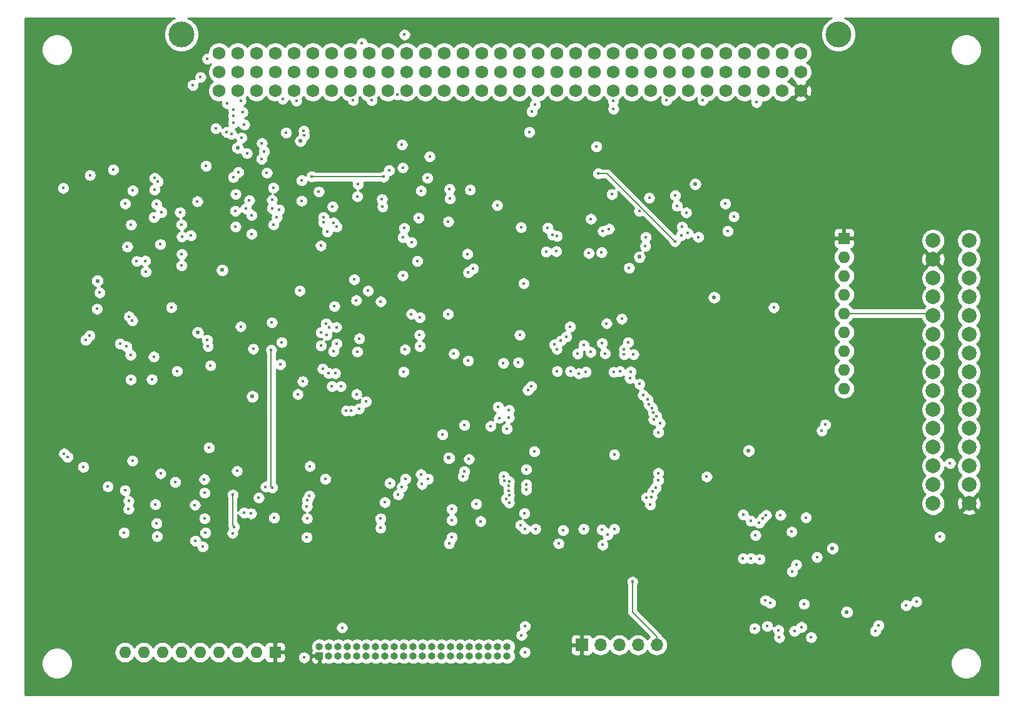
<source format=gbr>
G04 #@! TF.GenerationSoftware,KiCad,Pcbnew,(5.1.4)-1*
G04 #@! TF.CreationDate,2020-02-21T22:14:23+01:00*
G04 #@! TF.ProjectId,Project_GP8B,50726f6a-6563-4745-9f47-5038422e6b69,V4*
G04 #@! TF.SameCoordinates,PX3a2c940PY1e0a6e0*
G04 #@! TF.FileFunction,Copper,L2,Inr*
G04 #@! TF.FilePolarity,Positive*
%FSLAX46Y46*%
G04 Gerber Fmt 4.6, Leading zero omitted, Abs format (unit mm)*
G04 Created by KiCad (PCBNEW (5.1.4)-1) date 2020-02-21 22:14:23*
%MOMM*%
%LPD*%
G04 APERTURE LIST*
%ADD10C,3.500000*%
%ADD11C,1.750000*%
%ADD12C,2.000000*%
%ADD13R,1.700000X1.700000*%
%ADD14O,1.700000X1.700000*%
%ADD15R,1.600000X1.600000*%
%ADD16O,1.600000X1.600000*%
%ADD17R,1.000000X1.000000*%
%ADD18O,1.000000X1.000000*%
%ADD19C,0.550000*%
%ADD20C,0.450000*%
%ADD21C,0.250000*%
%ADD22C,0.180000*%
%ADD23C,0.254000*%
G04 APERTURE END LIST*
D10*
X21820000Y-2920000D03*
X110720000Y-2920000D03*
D11*
X105640000Y-10540000D03*
X103100000Y-10540000D03*
X100560000Y-10540000D03*
X98020000Y-10540000D03*
X95480000Y-10540000D03*
X92940000Y-10540000D03*
X90400000Y-10540000D03*
X87860000Y-10540000D03*
X85320000Y-10540000D03*
X82780000Y-10540000D03*
X80240000Y-10540000D03*
X77700000Y-10540000D03*
X75160000Y-10540000D03*
X72620000Y-10540000D03*
X70080000Y-10540000D03*
X67540000Y-10540000D03*
X65000000Y-10540000D03*
X62460000Y-10540000D03*
X59920000Y-10540000D03*
X57380000Y-10540000D03*
X54840000Y-10540000D03*
X52300000Y-10540000D03*
X49760000Y-10540000D03*
X47220000Y-10540000D03*
X44680000Y-10540000D03*
X42140000Y-10540000D03*
X39600000Y-10540000D03*
X37060000Y-10540000D03*
X34520000Y-10540000D03*
X31980000Y-10540000D03*
X29440000Y-10540000D03*
X26900000Y-10540000D03*
X105640000Y-8000000D03*
X103100000Y-8000000D03*
X100560000Y-8000000D03*
X98020000Y-8000000D03*
X95480000Y-8000000D03*
X92940000Y-8000000D03*
X90400000Y-8000000D03*
X87860000Y-8000000D03*
X85320000Y-8000000D03*
X82780000Y-8000000D03*
X80240000Y-8000000D03*
X77700000Y-8000000D03*
X75160000Y-8000000D03*
X72620000Y-8000000D03*
X70080000Y-8000000D03*
X67540000Y-8000000D03*
X65000000Y-8000000D03*
X62460000Y-8000000D03*
X59920000Y-8000000D03*
X57380000Y-8000000D03*
X54840000Y-8000000D03*
X52300000Y-8000000D03*
X49760000Y-8000000D03*
X47220000Y-8000000D03*
X44680000Y-8000000D03*
X42140000Y-8000000D03*
X39600000Y-8000000D03*
X37060000Y-8000000D03*
X34520000Y-8000000D03*
X31980000Y-8000000D03*
X29440000Y-8000000D03*
X26900000Y-8000000D03*
X105640000Y-5460000D03*
X103100000Y-5460000D03*
X100560000Y-5460000D03*
X98020000Y-5460000D03*
X95480000Y-5460000D03*
X92940000Y-5460000D03*
X90400000Y-5460000D03*
X87860000Y-5460000D03*
X85320000Y-5460000D03*
X82780000Y-5460000D03*
X80240000Y-5460000D03*
X77700000Y-5460000D03*
X75160000Y-5460000D03*
X72620000Y-5460000D03*
X70080000Y-5460000D03*
X67540000Y-5460000D03*
X65000000Y-5460000D03*
X62460000Y-5460000D03*
X59920000Y-5460000D03*
X57380000Y-5460000D03*
X54840000Y-5460000D03*
X52300000Y-5460000D03*
X49760000Y-5460000D03*
X47220000Y-5460000D03*
X44680000Y-5460000D03*
X42140000Y-5460000D03*
X39600000Y-5460000D03*
X37060000Y-5460000D03*
X34520000Y-5460000D03*
X31980000Y-5460000D03*
X29440000Y-5460000D03*
X26900000Y-5460000D03*
D12*
X128400000Y-30810000D03*
X123540000Y-30810000D03*
X128400000Y-33350000D03*
X123540000Y-33350000D03*
X128400000Y-35890000D03*
X123540000Y-35890000D03*
X128400000Y-38430000D03*
X123540000Y-38430000D03*
X128400000Y-40970000D03*
X123540000Y-40970000D03*
X128400000Y-43510000D03*
X123540000Y-43510000D03*
X128400000Y-46050000D03*
X123540000Y-46050000D03*
X128400000Y-48590000D03*
X123540000Y-48590000D03*
X128400000Y-51130000D03*
X123540000Y-51130000D03*
X128400000Y-53670000D03*
X123540000Y-53670000D03*
X128400000Y-56210000D03*
X123540000Y-56210000D03*
X128400000Y-58750000D03*
X123540000Y-58750000D03*
X128400000Y-61290000D03*
X123540000Y-61290000D03*
X128400000Y-63830000D03*
X123540000Y-63830000D03*
X128400000Y-66360000D03*
X123540000Y-66370000D03*
D13*
X76000000Y-85500000D03*
D14*
X78540000Y-85500000D03*
X81080000Y-85500000D03*
X83620000Y-85500000D03*
X86160000Y-85500000D03*
D15*
X34500000Y-86500000D03*
D16*
X31960000Y-86500000D03*
X29420000Y-86500000D03*
X26880000Y-86500000D03*
X24340000Y-86500000D03*
X21800000Y-86500000D03*
X19260000Y-86500000D03*
X16720000Y-86500000D03*
X14180000Y-86500000D03*
X111500000Y-50820000D03*
X111500000Y-48280000D03*
X111500000Y-45740000D03*
X111500000Y-43200000D03*
X111500000Y-40660000D03*
X111500000Y-38120000D03*
X111500000Y-35580000D03*
X111500000Y-33040000D03*
D15*
X111500000Y-30500000D03*
D17*
X40500000Y-87000000D03*
D18*
X40500000Y-85730000D03*
X41770000Y-87000000D03*
X41770000Y-85730000D03*
X43040000Y-87000000D03*
X43040000Y-85730000D03*
X44310000Y-87000000D03*
X44310000Y-85730000D03*
X45580000Y-87000000D03*
X45580000Y-85730000D03*
X46850000Y-87000000D03*
X46850000Y-85730000D03*
X48120000Y-87000000D03*
X48120000Y-85730000D03*
X49390000Y-87000000D03*
X49390000Y-85730000D03*
X50660000Y-87000000D03*
X50660000Y-85730000D03*
X51930000Y-87000000D03*
X51930000Y-85730000D03*
X53200000Y-87000000D03*
X53200000Y-85730000D03*
X54470000Y-87000000D03*
X54470000Y-85730000D03*
X55740000Y-87000000D03*
X55740000Y-85730000D03*
X57010000Y-87000000D03*
X57010000Y-85730000D03*
X58280000Y-87000000D03*
X58280000Y-85730000D03*
X59550000Y-87000000D03*
X59550000Y-85730000D03*
X60820000Y-87000000D03*
X60820000Y-85730000D03*
X62090000Y-87000000D03*
X62090000Y-85730000D03*
X63360000Y-87000000D03*
X63360000Y-85730000D03*
X64630000Y-87000000D03*
X64630000Y-85730000D03*
X65900000Y-87000000D03*
X65900000Y-85730000D03*
D19*
X93915500Y-22447900D03*
X52246400Y-33773500D03*
X87052300Y-36385200D03*
X73856900Y-67400600D03*
X68838700Y-65873400D03*
X81584500Y-20715900D03*
X14936200Y-19001600D03*
X107633900Y-80468800D03*
X48752300Y-72858300D03*
X36258400Y-17910500D03*
X14299300Y-54362400D03*
X111827200Y-69569100D03*
X54644200Y-50688900D03*
X37350000Y-57092700D03*
X34059100Y-36512900D03*
X67891100Y-74807300D03*
X53667300Y-18041800D03*
X10452700Y-36253300D03*
X58017900Y-60205300D03*
X27354200Y-34809200D03*
X24037800Y-43233300D03*
X98587400Y-59225500D03*
X93909000Y-38492900D03*
X37938300Y-17332200D03*
X91361200Y-23171300D03*
X31424400Y-51888100D03*
X83804800Y-33016700D03*
X111854600Y-81058800D03*
X109928700Y-72437500D03*
X29428700Y-18251800D03*
D20*
X42402300Y-45765400D03*
X64562200Y-26053700D03*
X116179400Y-82847200D03*
X121289500Y-79664400D03*
X119896200Y-80164400D03*
X124445000Y-70873300D03*
X105724200Y-83082900D03*
X106078500Y-79953100D03*
X107044700Y-84484800D03*
X106334800Y-68257100D03*
X125845800Y-60923500D03*
X108946200Y-55711500D03*
X40690600Y-31501600D03*
X16997600Y-35051600D03*
X101983500Y-39878500D03*
X72662300Y-30211000D03*
X58702100Y-46114500D03*
X57908500Y-40749500D03*
X77986000Y-18099700D03*
X23092500Y-30122700D03*
X45848100Y-53571300D03*
X21893300Y-30261400D03*
X44812100Y-53818300D03*
X45731200Y-23175500D03*
X51998600Y-29131000D03*
X47090600Y-37604200D03*
X37829700Y-37604200D03*
X34069700Y-41904800D03*
X54092600Y-41195100D03*
X25304200Y-44235000D03*
X54082800Y-45084000D03*
X25421400Y-45092300D03*
X51891300Y-48558300D03*
X67780900Y-29033400D03*
X14210800Y-25829400D03*
X14946000Y-46306600D03*
X51776500Y-20940600D03*
X48962700Y-25226400D03*
X21851700Y-34181900D03*
X44132900Y-53818300D03*
X32675500Y-19770000D03*
X29122000Y-26803300D03*
X54241700Y-24065800D03*
X51673700Y-17835800D03*
X30692000Y-18998300D03*
X33396100Y-21636900D03*
X34277100Y-23676400D03*
X42835400Y-28945000D03*
X45067400Y-11849700D03*
X53928900Y-27725100D03*
X51030000Y-11086400D03*
X58182100Y-25135000D03*
X47567900Y-11842700D03*
X58114100Y-23865000D03*
X55415500Y-19448400D03*
X9451700Y-21962000D03*
X5816300Y-23718700D03*
X28888300Y-13110800D03*
X15011300Y-28670900D03*
X30105100Y-13447400D03*
X21847700Y-28635700D03*
X28025700Y-12255200D03*
X15217700Y-24053100D03*
X26482000Y-15648800D03*
X18194900Y-23930300D03*
X8551500Y-61418000D03*
X12594400Y-21210700D03*
X11877600Y-64079200D03*
X6425500Y-60064400D03*
X5960300Y-59626200D03*
X14192400Y-64595000D03*
X14674100Y-67135000D03*
X25062800Y-70329900D03*
X24705600Y-72215000D03*
X38783200Y-70945000D03*
X38826500Y-68405000D03*
X87443200Y-11839100D03*
X39149000Y-65341500D03*
X92357200Y-11825200D03*
X41304100Y-63068900D03*
X48784200Y-68405000D03*
X51166900Y-65191900D03*
X52127900Y-63068500D03*
X54229100Y-62416200D03*
X77242500Y-27877600D03*
X74460300Y-48495800D03*
X83840500Y-50218500D03*
X79164700Y-46080900D03*
X91778500Y-30330500D03*
X88879300Y-26107200D03*
X99388300Y-83258700D03*
X115724600Y-83605500D03*
X28963300Y-69526000D03*
X28766700Y-65201800D03*
X25162400Y-20711200D03*
X20474900Y-39850000D03*
X38843300Y-65933900D03*
X72025900Y-30023400D03*
X29843400Y-42432000D03*
X85129300Y-25037700D03*
X90323500Y-29806800D03*
X82510900Y-49426200D03*
X101110200Y-82969200D03*
X75446000Y-46109700D03*
X80068800Y-24555000D03*
X49365600Y-66218100D03*
X23655200Y-66563600D03*
X28838900Y-22260900D03*
X38098000Y-22678700D03*
X31276300Y-67736800D03*
X83786500Y-26826200D03*
X78681500Y-32404800D03*
X73189000Y-44365200D03*
X34099200Y-64215200D03*
X83008500Y-46184300D03*
X78750000Y-44699300D03*
X33982500Y-45602300D03*
X52093600Y-45559500D03*
X100856200Y-79501000D03*
X30568200Y-26458700D03*
X29345100Y-61987600D03*
X25757900Y-47697500D03*
X88642100Y-24711000D03*
X78860700Y-29552400D03*
X34128900Y-26451600D03*
X77191900Y-45898800D03*
X82610100Y-48537000D03*
X72611100Y-45480100D03*
X39219200Y-61319300D03*
X23705000Y-71408600D03*
X102631600Y-83497900D03*
X60634400Y-47070100D03*
X72536000Y-32269700D03*
X98893600Y-73800600D03*
X81732500Y-45510100D03*
X20990000Y-63471000D03*
X65390000Y-47370100D03*
X79696300Y-29226500D03*
X41054700Y-27675000D03*
X76540700Y-48577900D03*
X76974100Y-32525400D03*
X18103300Y-27677800D03*
X72313100Y-44886600D03*
X21237800Y-48458100D03*
X18304300Y-66487200D03*
X100077800Y-73909300D03*
X81741500Y-46189400D03*
X67418000Y-47286800D03*
X72667600Y-48481000D03*
X76266600Y-44955900D03*
X89447300Y-30099200D03*
X42279100Y-26200300D03*
X38810700Y-66754200D03*
X18452200Y-25919100D03*
X18081800Y-46507700D03*
X99517100Y-70647800D03*
X18463100Y-69073400D03*
X34373900Y-68310100D03*
X82274300Y-44585600D03*
X104416500Y-70193200D03*
X73928900Y-43798700D03*
X84670600Y-30344200D03*
X67610000Y-43600000D03*
X41404400Y-42038000D03*
X39474600Y-22148100D03*
X18630800Y-22829500D03*
X49195900Y-22195200D03*
X15191600Y-41618000D03*
X14056200Y-70310000D03*
X75596000Y-48784300D03*
X74438000Y-42444800D03*
X84605600Y-31555900D03*
X15195800Y-60577600D03*
X49932100Y-21325000D03*
X97825000Y-73815700D03*
X18199300Y-22348100D03*
X107820300Y-73611200D03*
X81153700Y-48493000D03*
X14756100Y-41083400D03*
X80300700Y-13019300D03*
X35202300Y-47539800D03*
X29538700Y-21559600D03*
X32719200Y-17625400D03*
X29169400Y-24548100D03*
X29160600Y-28945000D03*
X33035800Y-18779300D03*
X36000000Y-16217600D03*
X34745700Y-27670200D03*
X60899400Y-23953300D03*
X38422600Y-87208600D03*
X33225700Y-64112000D03*
X105028500Y-74620100D03*
X32291100Y-65607400D03*
X101499700Y-79839300D03*
X30307000Y-67606600D03*
X102738500Y-84509800D03*
X104778800Y-83614300D03*
X28741900Y-70373800D03*
X100957900Y-67923500D03*
X66129300Y-64006400D03*
X100476500Y-68369700D03*
X68256100Y-67692800D03*
X99993900Y-68988400D03*
X67747500Y-69299800D03*
X98866800Y-68730600D03*
X73479500Y-70004300D03*
X51679500Y-64153400D03*
X64659074Y-53300010D03*
X86357900Y-56750000D03*
X61722700Y-66446900D03*
X69167300Y-50538200D03*
X48789200Y-69675000D03*
X65850900Y-56267200D03*
X58414100Y-67135000D03*
X80403800Y-59750000D03*
X68309800Y-69795200D03*
X68706200Y-51002900D03*
X58052900Y-71781900D03*
X68498200Y-63816000D03*
X60120000Y-55780300D03*
X68143500Y-36592200D03*
X68482700Y-64517900D03*
X57154900Y-57020600D03*
X42197400Y-50503100D03*
X35058000Y-26641600D03*
X69730200Y-69807700D03*
X69573700Y-59326800D03*
X45211100Y-36073400D03*
X45614500Y-24825000D03*
X82857900Y-76972400D03*
X80321200Y-48598500D03*
X37380800Y-11910300D03*
X42530500Y-39706500D03*
X45912600Y-44050900D03*
X41829800Y-42566000D03*
X35524100Y-11633400D03*
X40944400Y-48158200D03*
X29851100Y-11894900D03*
X37562500Y-51584400D03*
X42797700Y-42522500D03*
X46250400Y-4133900D03*
X53752700Y-33581600D03*
X60643500Y-35126400D03*
X54049600Y-43568200D03*
X51770200Y-35564000D03*
X10398400Y-40055000D03*
X9398200Y-43675900D03*
X8877500Y-44255600D03*
X52016100Y-2968700D03*
X25336800Y-6234800D03*
X14966200Y-49620400D03*
X24411000Y-8719400D03*
X14408300Y-45135000D03*
X23380300Y-9772700D03*
X13526600Y-44776500D03*
X10774800Y-37852200D03*
X48801600Y-39052100D03*
X40703100Y-43249600D03*
X45623300Y-45831900D03*
X42643600Y-48773200D03*
X41759000Y-48751400D03*
X69247900Y-13368500D03*
X40702300Y-45031900D03*
X69668800Y-12448600D03*
X42838800Y-44735100D03*
X80269300Y-11918900D03*
X52949100Y-40738500D03*
X68896000Y-16129400D03*
X41504100Y-43557300D03*
X99631700Y-12114900D03*
X90133700Y-27029300D03*
X71375000Y-29117600D03*
X71176100Y-32297700D03*
X58428700Y-70945000D03*
X97830900Y-67868100D03*
X28871600Y-13979400D03*
X18531800Y-70806000D03*
X15777100Y-33612100D03*
X14688600Y-66045600D03*
X14503500Y-31641100D03*
X30343600Y-15126300D03*
X28888300Y-14877400D03*
X24963900Y-68405000D03*
X19152600Y-26976300D03*
X24953900Y-64935400D03*
X27940500Y-16144300D03*
X21639200Y-27004400D03*
X24920900Y-63095700D03*
X28590100Y-16400000D03*
X18966400Y-31324300D03*
X25548400Y-58817000D03*
X29962100Y-16893000D03*
X21879100Y-32625100D03*
X38459700Y-16600300D03*
X34307800Y-28635000D03*
X49043500Y-26218100D03*
X45490900Y-38880000D03*
X82407300Y-34513200D03*
X60522100Y-32618600D03*
X35401900Y-44567900D03*
X23989400Y-25508600D03*
X31540200Y-45466700D03*
X96576600Y-27549300D03*
X79369400Y-42010000D03*
X95734600Y-29528600D03*
X81411000Y-41404800D03*
X43390800Y-50503100D03*
X38095500Y-25429800D03*
X42412700Y-28385500D03*
X41050900Y-28376000D03*
X52956800Y-31031200D03*
X17830800Y-49580000D03*
X16935900Y-33545400D03*
X38231700Y-49873100D03*
X31341500Y-29905000D03*
X104482600Y-75561900D03*
X92905100Y-62749100D03*
X45518800Y-51583100D03*
X31323300Y-27365000D03*
X46836900Y-52589400D03*
X31013100Y-25393000D03*
X95421400Y-25825000D03*
X88606200Y-30925400D03*
X34086100Y-25327300D03*
X38389700Y-15969900D03*
X78245600Y-21737500D03*
X51792900Y-30364300D03*
X61302100Y-34618700D03*
X102897300Y-67927100D03*
X55116200Y-22350000D03*
X57938100Y-28230100D03*
X108477200Y-56528900D03*
X89563900Y-28956300D03*
X58434100Y-68630200D03*
X50018900Y-63606700D03*
X54386600Y-63764500D03*
X19005500Y-62321600D03*
X41556300Y-29605900D03*
X40423200Y-24211500D03*
X66161500Y-53750000D03*
X64819100Y-54803200D03*
X66158800Y-54749300D03*
X63664900Y-55905200D03*
X60743100Y-60373900D03*
X60096200Y-62014100D03*
X43557900Y-83162000D03*
X59921000Y-62677000D03*
X55214900Y-63064100D03*
X65439200Y-62684500D03*
X68485100Y-61750000D03*
X65509300Y-63314900D03*
X66171000Y-63353800D03*
X66099600Y-64636800D03*
X66175800Y-65267200D03*
X65767800Y-65762500D03*
X66165000Y-66257900D03*
X72863700Y-71793900D03*
X67844900Y-84181500D03*
X76250000Y-69815400D03*
X68309100Y-82980500D03*
X78724600Y-69907200D03*
X78824200Y-71968700D03*
X79525700Y-70593000D03*
X80396800Y-69831500D03*
X68292300Y-86496100D03*
X85277000Y-66501500D03*
X84760000Y-65570000D03*
X85460000Y-65470000D03*
X85604881Y-64760722D03*
X85997600Y-64250000D03*
X62301300Y-68764900D03*
X86357900Y-63250000D03*
X86357900Y-62250000D03*
X86573300Y-55499200D03*
X85731300Y-55039200D03*
X86127500Y-54543900D03*
X85681700Y-54098100D03*
X85548800Y-53455500D03*
X85103000Y-53009800D03*
X84912000Y-52309200D03*
X84282900Y-51680100D03*
D21*
X68838700Y-65873400D02*
X72329700Y-65873400D01*
X72329700Y-65873400D02*
X73856900Y-67400600D01*
D22*
X28963300Y-69526000D02*
X28766700Y-69329400D01*
X28766700Y-69329400D02*
X28766700Y-65201800D01*
X33982500Y-45602300D02*
X33982500Y-64098500D01*
X33982500Y-64098500D02*
X34099200Y-64215200D01*
X39474600Y-22148100D02*
X39521700Y-22195200D01*
X39521700Y-22195200D02*
X49195900Y-22195200D01*
X111500000Y-40660000D02*
X123230000Y-40660000D01*
X123230000Y-40660000D02*
X123540000Y-40970000D01*
X86160000Y-84379700D02*
X82858000Y-81077700D01*
X82858000Y-81077700D02*
X82858000Y-76972400D01*
X82858000Y-76972400D02*
X82857900Y-76972400D01*
X86160000Y-85500000D02*
X86160000Y-84379700D01*
X88606200Y-30925400D02*
X79418300Y-21737500D01*
X79418300Y-21737500D02*
X78245600Y-21737500D01*
D23*
G36*
X20690279Y-806440D02*
G01*
X20299651Y-1067450D01*
X19967450Y-1399651D01*
X19706440Y-1790279D01*
X19526654Y-2224321D01*
X19435000Y-2685098D01*
X19435000Y-3154902D01*
X19526654Y-3615679D01*
X19706440Y-4049721D01*
X19967450Y-4440349D01*
X20299651Y-4772550D01*
X20690279Y-5033560D01*
X21124321Y-5213346D01*
X21585098Y-5305000D01*
X22054902Y-5305000D01*
X22515679Y-5213346D01*
X22949721Y-5033560D01*
X23340349Y-4772550D01*
X23672550Y-4440349D01*
X23933560Y-4049721D01*
X24113346Y-3615679D01*
X24205000Y-3154902D01*
X24205000Y-2883997D01*
X51156100Y-2883997D01*
X51156100Y-3053403D01*
X51189149Y-3219553D01*
X51253978Y-3376063D01*
X51348095Y-3516918D01*
X51467882Y-3636705D01*
X51608737Y-3730822D01*
X51765247Y-3795651D01*
X51931397Y-3828700D01*
X52100803Y-3828700D01*
X52266953Y-3795651D01*
X52423463Y-3730822D01*
X52564318Y-3636705D01*
X52684105Y-3516918D01*
X52778222Y-3376063D01*
X52843051Y-3219553D01*
X52876100Y-3053403D01*
X52876100Y-2883997D01*
X52843051Y-2717847D01*
X52778222Y-2561337D01*
X52684105Y-2420482D01*
X52564318Y-2300695D01*
X52423463Y-2206578D01*
X52266953Y-2141749D01*
X52100803Y-2108700D01*
X51931397Y-2108700D01*
X51765247Y-2141749D01*
X51608737Y-2206578D01*
X51467882Y-2300695D01*
X51348095Y-2420482D01*
X51253978Y-2561337D01*
X51189149Y-2717847D01*
X51156100Y-2883997D01*
X24205000Y-2883997D01*
X24205000Y-2685098D01*
X24113346Y-2224321D01*
X23933560Y-1790279D01*
X23672550Y-1399651D01*
X23340349Y-1067450D01*
X22949721Y-806440D01*
X22716894Y-710000D01*
X109823106Y-710000D01*
X109590279Y-806440D01*
X109199651Y-1067450D01*
X108867450Y-1399651D01*
X108606440Y-1790279D01*
X108426654Y-2224321D01*
X108335000Y-2685098D01*
X108335000Y-3154902D01*
X108426654Y-3615679D01*
X108606440Y-4049721D01*
X108867450Y-4440349D01*
X109199651Y-4772550D01*
X109590279Y-5033560D01*
X110024321Y-5213346D01*
X110485098Y-5305000D01*
X110954902Y-5305000D01*
X111415679Y-5213346D01*
X111849721Y-5033560D01*
X112214650Y-4789721D01*
X125865000Y-4789721D01*
X125865000Y-5210279D01*
X125947047Y-5622756D01*
X126107988Y-6011302D01*
X126341637Y-6360983D01*
X126639017Y-6658363D01*
X126988698Y-6892012D01*
X127377244Y-7052953D01*
X127789721Y-7135000D01*
X128210279Y-7135000D01*
X128622756Y-7052953D01*
X129011302Y-6892012D01*
X129360983Y-6658363D01*
X129658363Y-6360983D01*
X129892012Y-6011302D01*
X130052953Y-5622756D01*
X130135000Y-5210279D01*
X130135000Y-4789721D01*
X130052953Y-4377244D01*
X129892012Y-3988698D01*
X129658363Y-3639017D01*
X129360983Y-3341637D01*
X129011302Y-3107988D01*
X128622756Y-2947047D01*
X128210279Y-2865000D01*
X127789721Y-2865000D01*
X127377244Y-2947047D01*
X126988698Y-3107988D01*
X126639017Y-3341637D01*
X126341637Y-3639017D01*
X126107988Y-3988698D01*
X125947047Y-4377244D01*
X125865000Y-4789721D01*
X112214650Y-4789721D01*
X112240349Y-4772550D01*
X112572550Y-4440349D01*
X112833560Y-4049721D01*
X113013346Y-3615679D01*
X113105000Y-3154902D01*
X113105000Y-2685098D01*
X113013346Y-2224321D01*
X112833560Y-1790279D01*
X112572550Y-1399651D01*
X112240349Y-1067450D01*
X111849721Y-806440D01*
X111616894Y-710000D01*
X132290001Y-710000D01*
X132290000Y-63465123D01*
X132290000Y-63465124D01*
X132290001Y-92290000D01*
X710000Y-92290000D01*
X710000Y-87789721D01*
X2865000Y-87789721D01*
X2865000Y-88210279D01*
X2947047Y-88622756D01*
X3107988Y-89011302D01*
X3341637Y-89360983D01*
X3639017Y-89658363D01*
X3988698Y-89892012D01*
X4377244Y-90052953D01*
X4789721Y-90135000D01*
X5210279Y-90135000D01*
X5622756Y-90052953D01*
X6011302Y-89892012D01*
X6360983Y-89658363D01*
X6658363Y-89360983D01*
X6892012Y-89011302D01*
X7052953Y-88622756D01*
X7135000Y-88210279D01*
X7135000Y-87789721D01*
X7052953Y-87377244D01*
X6892012Y-86988698D01*
X6658363Y-86639017D01*
X6519346Y-86500000D01*
X12738057Y-86500000D01*
X12765764Y-86781309D01*
X12847818Y-87051808D01*
X12981068Y-87301101D01*
X13160392Y-87519608D01*
X13378899Y-87698932D01*
X13628192Y-87832182D01*
X13898691Y-87914236D01*
X14109508Y-87935000D01*
X14250492Y-87935000D01*
X14461309Y-87914236D01*
X14731808Y-87832182D01*
X14981101Y-87698932D01*
X15199608Y-87519608D01*
X15378932Y-87301101D01*
X15450000Y-87168142D01*
X15521068Y-87301101D01*
X15700392Y-87519608D01*
X15918899Y-87698932D01*
X16168192Y-87832182D01*
X16438691Y-87914236D01*
X16649508Y-87935000D01*
X16790492Y-87935000D01*
X17001309Y-87914236D01*
X17271808Y-87832182D01*
X17521101Y-87698932D01*
X17739608Y-87519608D01*
X17918932Y-87301101D01*
X17990000Y-87168142D01*
X18061068Y-87301101D01*
X18240392Y-87519608D01*
X18458899Y-87698932D01*
X18708192Y-87832182D01*
X18978691Y-87914236D01*
X19189508Y-87935000D01*
X19330492Y-87935000D01*
X19541309Y-87914236D01*
X19811808Y-87832182D01*
X20061101Y-87698932D01*
X20279608Y-87519608D01*
X20458932Y-87301101D01*
X20530000Y-87168142D01*
X20601068Y-87301101D01*
X20780392Y-87519608D01*
X20998899Y-87698932D01*
X21248192Y-87832182D01*
X21518691Y-87914236D01*
X21729508Y-87935000D01*
X21870492Y-87935000D01*
X22081309Y-87914236D01*
X22351808Y-87832182D01*
X22601101Y-87698932D01*
X22819608Y-87519608D01*
X22998932Y-87301101D01*
X23070000Y-87168142D01*
X23141068Y-87301101D01*
X23320392Y-87519608D01*
X23538899Y-87698932D01*
X23788192Y-87832182D01*
X24058691Y-87914236D01*
X24269508Y-87935000D01*
X24410492Y-87935000D01*
X24621309Y-87914236D01*
X24891808Y-87832182D01*
X25141101Y-87698932D01*
X25359608Y-87519608D01*
X25538932Y-87301101D01*
X25610000Y-87168142D01*
X25681068Y-87301101D01*
X25860392Y-87519608D01*
X26078899Y-87698932D01*
X26328192Y-87832182D01*
X26598691Y-87914236D01*
X26809508Y-87935000D01*
X26950492Y-87935000D01*
X27161309Y-87914236D01*
X27431808Y-87832182D01*
X27681101Y-87698932D01*
X27899608Y-87519608D01*
X28078932Y-87301101D01*
X28150000Y-87168142D01*
X28221068Y-87301101D01*
X28400392Y-87519608D01*
X28618899Y-87698932D01*
X28868192Y-87832182D01*
X29138691Y-87914236D01*
X29349508Y-87935000D01*
X29490492Y-87935000D01*
X29701309Y-87914236D01*
X29971808Y-87832182D01*
X30221101Y-87698932D01*
X30439608Y-87519608D01*
X30618932Y-87301101D01*
X30690000Y-87168142D01*
X30761068Y-87301101D01*
X30940392Y-87519608D01*
X31158899Y-87698932D01*
X31408192Y-87832182D01*
X31678691Y-87914236D01*
X31889508Y-87935000D01*
X32030492Y-87935000D01*
X32241309Y-87914236D01*
X32511808Y-87832182D01*
X32761101Y-87698932D01*
X32979608Y-87519608D01*
X33072419Y-87406518D01*
X33074188Y-87424482D01*
X33110498Y-87544180D01*
X33169463Y-87654494D01*
X33248815Y-87751185D01*
X33345506Y-87830537D01*
X33455820Y-87889502D01*
X33575518Y-87925812D01*
X33700000Y-87938072D01*
X34214250Y-87935000D01*
X34373000Y-87776250D01*
X34373000Y-86627000D01*
X34627000Y-86627000D01*
X34627000Y-87776250D01*
X34785750Y-87935000D01*
X35300000Y-87938072D01*
X35424482Y-87925812D01*
X35544180Y-87889502D01*
X35654494Y-87830537D01*
X35751185Y-87751185D01*
X35830537Y-87654494D01*
X35889502Y-87544180D01*
X35925812Y-87424482D01*
X35938072Y-87300000D01*
X35937021Y-87123897D01*
X37562600Y-87123897D01*
X37562600Y-87293303D01*
X37595649Y-87459453D01*
X37660478Y-87615963D01*
X37754595Y-87756818D01*
X37874382Y-87876605D01*
X38015237Y-87970722D01*
X38171747Y-88035551D01*
X38337897Y-88068600D01*
X38507303Y-88068600D01*
X38673453Y-88035551D01*
X38829963Y-87970722D01*
X38970818Y-87876605D01*
X39090605Y-87756818D01*
X39184722Y-87615963D01*
X39232755Y-87500000D01*
X39361928Y-87500000D01*
X39374188Y-87624482D01*
X39410498Y-87744180D01*
X39469463Y-87854494D01*
X39548815Y-87951185D01*
X39645506Y-88030537D01*
X39755820Y-88089502D01*
X39875518Y-88125812D01*
X40000000Y-88138072D01*
X40214250Y-88135000D01*
X40373000Y-87976250D01*
X40373000Y-87127000D01*
X39523750Y-87127000D01*
X39365000Y-87285750D01*
X39361928Y-87500000D01*
X39232755Y-87500000D01*
X39249551Y-87459453D01*
X39282600Y-87293303D01*
X39282600Y-87123897D01*
X39249551Y-86957747D01*
X39184722Y-86801237D01*
X39090605Y-86660382D01*
X38970818Y-86540595D01*
X38829963Y-86446478D01*
X38673453Y-86381649D01*
X38507303Y-86348600D01*
X38337897Y-86348600D01*
X38171747Y-86381649D01*
X38015237Y-86446478D01*
X37874382Y-86540595D01*
X37754595Y-86660382D01*
X37660478Y-86801237D01*
X37595649Y-86957747D01*
X37562600Y-87123897D01*
X35937021Y-87123897D01*
X35935000Y-86785750D01*
X35776250Y-86627000D01*
X34627000Y-86627000D01*
X34373000Y-86627000D01*
X34353000Y-86627000D01*
X34353000Y-86373000D01*
X34373000Y-86373000D01*
X34373000Y-85223750D01*
X34627000Y-85223750D01*
X34627000Y-86373000D01*
X35776250Y-86373000D01*
X35935000Y-86214250D01*
X35937892Y-85730000D01*
X39359509Y-85730000D01*
X39381423Y-85952499D01*
X39446324Y-86166447D01*
X39452297Y-86177621D01*
X39410498Y-86255820D01*
X39374188Y-86375518D01*
X39361928Y-86500000D01*
X39365000Y-86714250D01*
X39523750Y-86873000D01*
X40373000Y-86873000D01*
X40373000Y-86857983D01*
X40444248Y-86865000D01*
X40555752Y-86865000D01*
X40627000Y-86857983D01*
X40627000Y-86873000D01*
X40642017Y-86873000D01*
X40629509Y-87000000D01*
X40642017Y-87127000D01*
X40627000Y-87127000D01*
X40627000Y-87976250D01*
X40785750Y-88135000D01*
X41000000Y-88138072D01*
X41124482Y-88125812D01*
X41244180Y-88089502D01*
X41322379Y-88047703D01*
X41333553Y-88053676D01*
X41547501Y-88118577D01*
X41714248Y-88135000D01*
X41825752Y-88135000D01*
X41992499Y-88118577D01*
X42206447Y-88053676D01*
X42403623Y-87948284D01*
X42405000Y-87947154D01*
X42406377Y-87948284D01*
X42603553Y-88053676D01*
X42817501Y-88118577D01*
X42984248Y-88135000D01*
X43095752Y-88135000D01*
X43262499Y-88118577D01*
X43476447Y-88053676D01*
X43673623Y-87948284D01*
X43675000Y-87947154D01*
X43676377Y-87948284D01*
X43873553Y-88053676D01*
X44087501Y-88118577D01*
X44254248Y-88135000D01*
X44365752Y-88135000D01*
X44532499Y-88118577D01*
X44746447Y-88053676D01*
X44943623Y-87948284D01*
X44945000Y-87947154D01*
X44946377Y-87948284D01*
X45143553Y-88053676D01*
X45357501Y-88118577D01*
X45524248Y-88135000D01*
X45635752Y-88135000D01*
X45802499Y-88118577D01*
X46016447Y-88053676D01*
X46213623Y-87948284D01*
X46215000Y-87947154D01*
X46216377Y-87948284D01*
X46413553Y-88053676D01*
X46627501Y-88118577D01*
X46794248Y-88135000D01*
X46905752Y-88135000D01*
X47072499Y-88118577D01*
X47286447Y-88053676D01*
X47483623Y-87948284D01*
X47485000Y-87947154D01*
X47486377Y-87948284D01*
X47683553Y-88053676D01*
X47897501Y-88118577D01*
X48064248Y-88135000D01*
X48175752Y-88135000D01*
X48342499Y-88118577D01*
X48556447Y-88053676D01*
X48753623Y-87948284D01*
X48755000Y-87947154D01*
X48756377Y-87948284D01*
X48953553Y-88053676D01*
X49167501Y-88118577D01*
X49334248Y-88135000D01*
X49445752Y-88135000D01*
X49612499Y-88118577D01*
X49826447Y-88053676D01*
X50023623Y-87948284D01*
X50025000Y-87947154D01*
X50026377Y-87948284D01*
X50223553Y-88053676D01*
X50437501Y-88118577D01*
X50604248Y-88135000D01*
X50715752Y-88135000D01*
X50882499Y-88118577D01*
X51096447Y-88053676D01*
X51293623Y-87948284D01*
X51295000Y-87947154D01*
X51296377Y-87948284D01*
X51493553Y-88053676D01*
X51707501Y-88118577D01*
X51874248Y-88135000D01*
X51985752Y-88135000D01*
X52152499Y-88118577D01*
X52366447Y-88053676D01*
X52563623Y-87948284D01*
X52565000Y-87947154D01*
X52566377Y-87948284D01*
X52763553Y-88053676D01*
X52977501Y-88118577D01*
X53144248Y-88135000D01*
X53255752Y-88135000D01*
X53422499Y-88118577D01*
X53636447Y-88053676D01*
X53833623Y-87948284D01*
X53835000Y-87947154D01*
X53836377Y-87948284D01*
X54033553Y-88053676D01*
X54247501Y-88118577D01*
X54414248Y-88135000D01*
X54525752Y-88135000D01*
X54692499Y-88118577D01*
X54906447Y-88053676D01*
X55103623Y-87948284D01*
X55105000Y-87947154D01*
X55106377Y-87948284D01*
X55303553Y-88053676D01*
X55517501Y-88118577D01*
X55684248Y-88135000D01*
X55795752Y-88135000D01*
X55962499Y-88118577D01*
X56176447Y-88053676D01*
X56373623Y-87948284D01*
X56375000Y-87947154D01*
X56376377Y-87948284D01*
X56573553Y-88053676D01*
X56787501Y-88118577D01*
X56954248Y-88135000D01*
X57065752Y-88135000D01*
X57232499Y-88118577D01*
X57446447Y-88053676D01*
X57643623Y-87948284D01*
X57645000Y-87947154D01*
X57646377Y-87948284D01*
X57843553Y-88053676D01*
X58057501Y-88118577D01*
X58224248Y-88135000D01*
X58335752Y-88135000D01*
X58502499Y-88118577D01*
X58716447Y-88053676D01*
X58913623Y-87948284D01*
X58915000Y-87947154D01*
X58916377Y-87948284D01*
X59113553Y-88053676D01*
X59327501Y-88118577D01*
X59494248Y-88135000D01*
X59605752Y-88135000D01*
X59772499Y-88118577D01*
X59986447Y-88053676D01*
X60183623Y-87948284D01*
X60185000Y-87947154D01*
X60186377Y-87948284D01*
X60383553Y-88053676D01*
X60597501Y-88118577D01*
X60764248Y-88135000D01*
X60875752Y-88135000D01*
X61042499Y-88118577D01*
X61256447Y-88053676D01*
X61453623Y-87948284D01*
X61455000Y-87947154D01*
X61456377Y-87948284D01*
X61653553Y-88053676D01*
X61867501Y-88118577D01*
X62034248Y-88135000D01*
X62145752Y-88135000D01*
X62312499Y-88118577D01*
X62526447Y-88053676D01*
X62723623Y-87948284D01*
X62725000Y-87947154D01*
X62726377Y-87948284D01*
X62923553Y-88053676D01*
X63137501Y-88118577D01*
X63304248Y-88135000D01*
X63415752Y-88135000D01*
X63582499Y-88118577D01*
X63796447Y-88053676D01*
X63993623Y-87948284D01*
X63995000Y-87947154D01*
X63996377Y-87948284D01*
X64193553Y-88053676D01*
X64407501Y-88118577D01*
X64574248Y-88135000D01*
X64685752Y-88135000D01*
X64852499Y-88118577D01*
X65066447Y-88053676D01*
X65263623Y-87948284D01*
X65265000Y-87947154D01*
X65266377Y-87948284D01*
X65463553Y-88053676D01*
X65677501Y-88118577D01*
X65844248Y-88135000D01*
X65955752Y-88135000D01*
X66122499Y-88118577D01*
X66336447Y-88053676D01*
X66533623Y-87948284D01*
X66706449Y-87806449D01*
X66720177Y-87789721D01*
X125865000Y-87789721D01*
X125865000Y-88210279D01*
X125947047Y-88622756D01*
X126107988Y-89011302D01*
X126341637Y-89360983D01*
X126639017Y-89658363D01*
X126988698Y-89892012D01*
X127377244Y-90052953D01*
X127789721Y-90135000D01*
X128210279Y-90135000D01*
X128622756Y-90052953D01*
X129011302Y-89892012D01*
X129360983Y-89658363D01*
X129658363Y-89360983D01*
X129892012Y-89011302D01*
X130052953Y-88622756D01*
X130135000Y-88210279D01*
X130135000Y-87789721D01*
X130052953Y-87377244D01*
X129892012Y-86988698D01*
X129658363Y-86639017D01*
X129360983Y-86341637D01*
X129011302Y-86107988D01*
X128622756Y-85947047D01*
X128210279Y-85865000D01*
X127789721Y-85865000D01*
X127377244Y-85947047D01*
X126988698Y-86107988D01*
X126639017Y-86341637D01*
X126341637Y-86639017D01*
X126107988Y-86988698D01*
X125947047Y-87377244D01*
X125865000Y-87789721D01*
X66720177Y-87789721D01*
X66848284Y-87633623D01*
X66953676Y-87436447D01*
X67018577Y-87222499D01*
X67040491Y-87000000D01*
X67018577Y-86777501D01*
X66953676Y-86563553D01*
X66872348Y-86411397D01*
X67432300Y-86411397D01*
X67432300Y-86580803D01*
X67465349Y-86746953D01*
X67530178Y-86903463D01*
X67624295Y-87044318D01*
X67744082Y-87164105D01*
X67884937Y-87258222D01*
X68041447Y-87323051D01*
X68207597Y-87356100D01*
X68377003Y-87356100D01*
X68543153Y-87323051D01*
X68699663Y-87258222D01*
X68840518Y-87164105D01*
X68960305Y-87044318D01*
X69054422Y-86903463D01*
X69119251Y-86746953D01*
X69152300Y-86580803D01*
X69152300Y-86411397D01*
X69140088Y-86350000D01*
X74511928Y-86350000D01*
X74524188Y-86474482D01*
X74560498Y-86594180D01*
X74619463Y-86704494D01*
X74698815Y-86801185D01*
X74795506Y-86880537D01*
X74905820Y-86939502D01*
X75025518Y-86975812D01*
X75150000Y-86988072D01*
X75714250Y-86985000D01*
X75873000Y-86826250D01*
X75873000Y-85627000D01*
X74673750Y-85627000D01*
X74515000Y-85785750D01*
X74511928Y-86350000D01*
X69140088Y-86350000D01*
X69119251Y-86245247D01*
X69054422Y-86088737D01*
X68960305Y-85947882D01*
X68840518Y-85828095D01*
X68699663Y-85733978D01*
X68543153Y-85669149D01*
X68377003Y-85636100D01*
X68207597Y-85636100D01*
X68041447Y-85669149D01*
X67884937Y-85733978D01*
X67744082Y-85828095D01*
X67624295Y-85947882D01*
X67530178Y-86088737D01*
X67465349Y-86245247D01*
X67432300Y-86411397D01*
X66872348Y-86411397D01*
X66848284Y-86366377D01*
X66847154Y-86365000D01*
X66848284Y-86363623D01*
X66953676Y-86166447D01*
X67018577Y-85952499D01*
X67040491Y-85730000D01*
X67018577Y-85507501D01*
X66953676Y-85293553D01*
X66848284Y-85096377D01*
X66706449Y-84923551D01*
X66533623Y-84781716D01*
X66336447Y-84676324D01*
X66122499Y-84611423D01*
X65955752Y-84595000D01*
X65844248Y-84595000D01*
X65677501Y-84611423D01*
X65463553Y-84676324D01*
X65266377Y-84781716D01*
X65265000Y-84782846D01*
X65263623Y-84781716D01*
X65066447Y-84676324D01*
X64852499Y-84611423D01*
X64685752Y-84595000D01*
X64574248Y-84595000D01*
X64407501Y-84611423D01*
X64193553Y-84676324D01*
X63996377Y-84781716D01*
X63995000Y-84782846D01*
X63993623Y-84781716D01*
X63796447Y-84676324D01*
X63582499Y-84611423D01*
X63415752Y-84595000D01*
X63304248Y-84595000D01*
X63137501Y-84611423D01*
X62923553Y-84676324D01*
X62726377Y-84781716D01*
X62725000Y-84782846D01*
X62723623Y-84781716D01*
X62526447Y-84676324D01*
X62312499Y-84611423D01*
X62145752Y-84595000D01*
X62034248Y-84595000D01*
X61867501Y-84611423D01*
X61653553Y-84676324D01*
X61456377Y-84781716D01*
X61455000Y-84782846D01*
X61453623Y-84781716D01*
X61256447Y-84676324D01*
X61042499Y-84611423D01*
X60875752Y-84595000D01*
X60764248Y-84595000D01*
X60597501Y-84611423D01*
X60383553Y-84676324D01*
X60186377Y-84781716D01*
X60185000Y-84782846D01*
X60183623Y-84781716D01*
X59986447Y-84676324D01*
X59772499Y-84611423D01*
X59605752Y-84595000D01*
X59494248Y-84595000D01*
X59327501Y-84611423D01*
X59113553Y-84676324D01*
X58916377Y-84781716D01*
X58915000Y-84782846D01*
X58913623Y-84781716D01*
X58716447Y-84676324D01*
X58502499Y-84611423D01*
X58335752Y-84595000D01*
X58224248Y-84595000D01*
X58057501Y-84611423D01*
X57843553Y-84676324D01*
X57646377Y-84781716D01*
X57645000Y-84782846D01*
X57643623Y-84781716D01*
X57446447Y-84676324D01*
X57232499Y-84611423D01*
X57065752Y-84595000D01*
X56954248Y-84595000D01*
X56787501Y-84611423D01*
X56573553Y-84676324D01*
X56376377Y-84781716D01*
X56375000Y-84782846D01*
X56373623Y-84781716D01*
X56176447Y-84676324D01*
X55962499Y-84611423D01*
X55795752Y-84595000D01*
X55684248Y-84595000D01*
X55517501Y-84611423D01*
X55303553Y-84676324D01*
X55106377Y-84781716D01*
X55105000Y-84782846D01*
X55103623Y-84781716D01*
X54906447Y-84676324D01*
X54692499Y-84611423D01*
X54525752Y-84595000D01*
X54414248Y-84595000D01*
X54247501Y-84611423D01*
X54033553Y-84676324D01*
X53836377Y-84781716D01*
X53835000Y-84782846D01*
X53833623Y-84781716D01*
X53636447Y-84676324D01*
X53422499Y-84611423D01*
X53255752Y-84595000D01*
X53144248Y-84595000D01*
X52977501Y-84611423D01*
X52763553Y-84676324D01*
X52566377Y-84781716D01*
X52565000Y-84782846D01*
X52563623Y-84781716D01*
X52366447Y-84676324D01*
X52152499Y-84611423D01*
X51985752Y-84595000D01*
X51874248Y-84595000D01*
X51707501Y-84611423D01*
X51493553Y-84676324D01*
X51296377Y-84781716D01*
X51295000Y-84782846D01*
X51293623Y-84781716D01*
X51096447Y-84676324D01*
X50882499Y-84611423D01*
X50715752Y-84595000D01*
X50604248Y-84595000D01*
X50437501Y-84611423D01*
X50223553Y-84676324D01*
X50026377Y-84781716D01*
X50025000Y-84782846D01*
X50023623Y-84781716D01*
X49826447Y-84676324D01*
X49612499Y-84611423D01*
X49445752Y-84595000D01*
X49334248Y-84595000D01*
X49167501Y-84611423D01*
X48953553Y-84676324D01*
X48756377Y-84781716D01*
X48755000Y-84782846D01*
X48753623Y-84781716D01*
X48556447Y-84676324D01*
X48342499Y-84611423D01*
X48175752Y-84595000D01*
X48064248Y-84595000D01*
X47897501Y-84611423D01*
X47683553Y-84676324D01*
X47486377Y-84781716D01*
X47485000Y-84782846D01*
X47483623Y-84781716D01*
X47286447Y-84676324D01*
X47072499Y-84611423D01*
X46905752Y-84595000D01*
X46794248Y-84595000D01*
X46627501Y-84611423D01*
X46413553Y-84676324D01*
X46216377Y-84781716D01*
X46215000Y-84782846D01*
X46213623Y-84781716D01*
X46016447Y-84676324D01*
X45802499Y-84611423D01*
X45635752Y-84595000D01*
X45524248Y-84595000D01*
X45357501Y-84611423D01*
X45143553Y-84676324D01*
X44946377Y-84781716D01*
X44945000Y-84782846D01*
X44943623Y-84781716D01*
X44746447Y-84676324D01*
X44532499Y-84611423D01*
X44365752Y-84595000D01*
X44254248Y-84595000D01*
X44087501Y-84611423D01*
X43873553Y-84676324D01*
X43676377Y-84781716D01*
X43675000Y-84782846D01*
X43673623Y-84781716D01*
X43476447Y-84676324D01*
X43262499Y-84611423D01*
X43095752Y-84595000D01*
X42984248Y-84595000D01*
X42817501Y-84611423D01*
X42603553Y-84676324D01*
X42406377Y-84781716D01*
X42405000Y-84782846D01*
X42403623Y-84781716D01*
X42206447Y-84676324D01*
X41992499Y-84611423D01*
X41825752Y-84595000D01*
X41714248Y-84595000D01*
X41547501Y-84611423D01*
X41333553Y-84676324D01*
X41136377Y-84781716D01*
X41135000Y-84782846D01*
X41133623Y-84781716D01*
X40936447Y-84676324D01*
X40722499Y-84611423D01*
X40555752Y-84595000D01*
X40444248Y-84595000D01*
X40277501Y-84611423D01*
X40063553Y-84676324D01*
X39866377Y-84781716D01*
X39693551Y-84923551D01*
X39551716Y-85096377D01*
X39446324Y-85293553D01*
X39381423Y-85507501D01*
X39359509Y-85730000D01*
X35937892Y-85730000D01*
X35938072Y-85700000D01*
X35925812Y-85575518D01*
X35889502Y-85455820D01*
X35830537Y-85345506D01*
X35751185Y-85248815D01*
X35654494Y-85169463D01*
X35544180Y-85110498D01*
X35424482Y-85074188D01*
X35300000Y-85061928D01*
X34785750Y-85065000D01*
X34627000Y-85223750D01*
X34373000Y-85223750D01*
X34214250Y-85065000D01*
X33700000Y-85061928D01*
X33575518Y-85074188D01*
X33455820Y-85110498D01*
X33345506Y-85169463D01*
X33248815Y-85248815D01*
X33169463Y-85345506D01*
X33110498Y-85455820D01*
X33074188Y-85575518D01*
X33072419Y-85593482D01*
X32979608Y-85480392D01*
X32761101Y-85301068D01*
X32511808Y-85167818D01*
X32241309Y-85085764D01*
X32030492Y-85065000D01*
X31889508Y-85065000D01*
X31678691Y-85085764D01*
X31408192Y-85167818D01*
X31158899Y-85301068D01*
X30940392Y-85480392D01*
X30761068Y-85698899D01*
X30690000Y-85831858D01*
X30618932Y-85698899D01*
X30439608Y-85480392D01*
X30221101Y-85301068D01*
X29971808Y-85167818D01*
X29701309Y-85085764D01*
X29490492Y-85065000D01*
X29349508Y-85065000D01*
X29138691Y-85085764D01*
X28868192Y-85167818D01*
X28618899Y-85301068D01*
X28400392Y-85480392D01*
X28221068Y-85698899D01*
X28150000Y-85831858D01*
X28078932Y-85698899D01*
X27899608Y-85480392D01*
X27681101Y-85301068D01*
X27431808Y-85167818D01*
X27161309Y-85085764D01*
X26950492Y-85065000D01*
X26809508Y-85065000D01*
X26598691Y-85085764D01*
X26328192Y-85167818D01*
X26078899Y-85301068D01*
X25860392Y-85480392D01*
X25681068Y-85698899D01*
X25610000Y-85831858D01*
X25538932Y-85698899D01*
X25359608Y-85480392D01*
X25141101Y-85301068D01*
X24891808Y-85167818D01*
X24621309Y-85085764D01*
X24410492Y-85065000D01*
X24269508Y-85065000D01*
X24058691Y-85085764D01*
X23788192Y-85167818D01*
X23538899Y-85301068D01*
X23320392Y-85480392D01*
X23141068Y-85698899D01*
X23070000Y-85831858D01*
X22998932Y-85698899D01*
X22819608Y-85480392D01*
X22601101Y-85301068D01*
X22351808Y-85167818D01*
X22081309Y-85085764D01*
X21870492Y-85065000D01*
X21729508Y-85065000D01*
X21518691Y-85085764D01*
X21248192Y-85167818D01*
X20998899Y-85301068D01*
X20780392Y-85480392D01*
X20601068Y-85698899D01*
X20530000Y-85831858D01*
X20458932Y-85698899D01*
X20279608Y-85480392D01*
X20061101Y-85301068D01*
X19811808Y-85167818D01*
X19541309Y-85085764D01*
X19330492Y-85065000D01*
X19189508Y-85065000D01*
X18978691Y-85085764D01*
X18708192Y-85167818D01*
X18458899Y-85301068D01*
X18240392Y-85480392D01*
X18061068Y-85698899D01*
X17990000Y-85831858D01*
X17918932Y-85698899D01*
X17739608Y-85480392D01*
X17521101Y-85301068D01*
X17271808Y-85167818D01*
X17001309Y-85085764D01*
X16790492Y-85065000D01*
X16649508Y-85065000D01*
X16438691Y-85085764D01*
X16168192Y-85167818D01*
X15918899Y-85301068D01*
X15700392Y-85480392D01*
X15521068Y-85698899D01*
X15450000Y-85831858D01*
X15378932Y-85698899D01*
X15199608Y-85480392D01*
X14981101Y-85301068D01*
X14731808Y-85167818D01*
X14461309Y-85085764D01*
X14250492Y-85065000D01*
X14109508Y-85065000D01*
X13898691Y-85085764D01*
X13628192Y-85167818D01*
X13378899Y-85301068D01*
X13160392Y-85480392D01*
X12981068Y-85698899D01*
X12847818Y-85948192D01*
X12765764Y-86218691D01*
X12738057Y-86500000D01*
X6519346Y-86500000D01*
X6360983Y-86341637D01*
X6011302Y-86107988D01*
X5622756Y-85947047D01*
X5210279Y-85865000D01*
X4789721Y-85865000D01*
X4377244Y-85947047D01*
X3988698Y-86107988D01*
X3639017Y-86341637D01*
X3341637Y-86639017D01*
X3107988Y-86988698D01*
X2947047Y-87377244D01*
X2865000Y-87789721D01*
X710000Y-87789721D01*
X710000Y-84096797D01*
X66984900Y-84096797D01*
X66984900Y-84266203D01*
X67017949Y-84432353D01*
X67082778Y-84588863D01*
X67176895Y-84729718D01*
X67296682Y-84849505D01*
X67437537Y-84943622D01*
X67594047Y-85008451D01*
X67760197Y-85041500D01*
X67929603Y-85041500D01*
X68095753Y-85008451D01*
X68252263Y-84943622D01*
X68393118Y-84849505D01*
X68512905Y-84729718D01*
X68566171Y-84650000D01*
X74511928Y-84650000D01*
X74515000Y-85214250D01*
X74673750Y-85373000D01*
X75873000Y-85373000D01*
X75873000Y-84173750D01*
X76127000Y-84173750D01*
X76127000Y-85373000D01*
X76147000Y-85373000D01*
X76147000Y-85627000D01*
X76127000Y-85627000D01*
X76127000Y-86826250D01*
X76285750Y-86985000D01*
X76850000Y-86988072D01*
X76974482Y-86975812D01*
X77094180Y-86939502D01*
X77204494Y-86880537D01*
X77301185Y-86801185D01*
X77380537Y-86704494D01*
X77439502Y-86594180D01*
X77460393Y-86525313D01*
X77484866Y-86555134D01*
X77710986Y-86740706D01*
X77968966Y-86878599D01*
X78248889Y-86963513D01*
X78467050Y-86985000D01*
X78612950Y-86985000D01*
X78831111Y-86963513D01*
X79111034Y-86878599D01*
X79369014Y-86740706D01*
X79595134Y-86555134D01*
X79780706Y-86329014D01*
X79810000Y-86274209D01*
X79839294Y-86329014D01*
X80024866Y-86555134D01*
X80250986Y-86740706D01*
X80508966Y-86878599D01*
X80788889Y-86963513D01*
X81007050Y-86985000D01*
X81152950Y-86985000D01*
X81371111Y-86963513D01*
X81651034Y-86878599D01*
X81909014Y-86740706D01*
X82135134Y-86555134D01*
X82320706Y-86329014D01*
X82350000Y-86274209D01*
X82379294Y-86329014D01*
X82564866Y-86555134D01*
X82790986Y-86740706D01*
X83048966Y-86878599D01*
X83328889Y-86963513D01*
X83547050Y-86985000D01*
X83692950Y-86985000D01*
X83911111Y-86963513D01*
X84191034Y-86878599D01*
X84449014Y-86740706D01*
X84675134Y-86555134D01*
X84860706Y-86329014D01*
X84890000Y-86274209D01*
X84919294Y-86329014D01*
X85104866Y-86555134D01*
X85330986Y-86740706D01*
X85588966Y-86878599D01*
X85868889Y-86963513D01*
X86087050Y-86985000D01*
X86232950Y-86985000D01*
X86451111Y-86963513D01*
X86731034Y-86878599D01*
X86989014Y-86740706D01*
X87215134Y-86555134D01*
X87400706Y-86329014D01*
X87538599Y-86071034D01*
X87623513Y-85791111D01*
X87652185Y-85500000D01*
X87623513Y-85208889D01*
X87538599Y-84928966D01*
X87400706Y-84670986D01*
X87215134Y-84444866D01*
X86989014Y-84259294D01*
X86860214Y-84190449D01*
X86833053Y-84100912D01*
X86765731Y-83974963D01*
X86697830Y-83892225D01*
X86697828Y-83892223D01*
X86675132Y-83864568D01*
X86647477Y-83841872D01*
X85979602Y-83173997D01*
X98528300Y-83173997D01*
X98528300Y-83343403D01*
X98561349Y-83509553D01*
X98626178Y-83666063D01*
X98720295Y-83806918D01*
X98840082Y-83926705D01*
X98980937Y-84020822D01*
X99137447Y-84085651D01*
X99303597Y-84118700D01*
X99473003Y-84118700D01*
X99639153Y-84085651D01*
X99795663Y-84020822D01*
X99936518Y-83926705D01*
X100056305Y-83806918D01*
X100150422Y-83666063D01*
X100215251Y-83509553D01*
X100248300Y-83343403D01*
X100248300Y-83173997D01*
X100215251Y-83007847D01*
X100164158Y-82884497D01*
X100250200Y-82884497D01*
X100250200Y-83053903D01*
X100283249Y-83220053D01*
X100348078Y-83376563D01*
X100442195Y-83517418D01*
X100561982Y-83637205D01*
X100702837Y-83731322D01*
X100859347Y-83796151D01*
X101025497Y-83829200D01*
X101194903Y-83829200D01*
X101361053Y-83796151D01*
X101517563Y-83731322D01*
X101658418Y-83637205D01*
X101771600Y-83524023D01*
X101771600Y-83582603D01*
X101804649Y-83748753D01*
X101869478Y-83905263D01*
X101963595Y-84046118D01*
X101993816Y-84076339D01*
X101976378Y-84102437D01*
X101911549Y-84258947D01*
X101878500Y-84425097D01*
X101878500Y-84594503D01*
X101911549Y-84760653D01*
X101976378Y-84917163D01*
X102070495Y-85058018D01*
X102190282Y-85177805D01*
X102331137Y-85271922D01*
X102487647Y-85336751D01*
X102653797Y-85369800D01*
X102823203Y-85369800D01*
X102989353Y-85336751D01*
X103145863Y-85271922D01*
X103286718Y-85177805D01*
X103406505Y-85058018D01*
X103500622Y-84917163D01*
X103565451Y-84760653D01*
X103598500Y-84594503D01*
X103598500Y-84425097D01*
X103565451Y-84258947D01*
X103500622Y-84102437D01*
X103406505Y-83961582D01*
X103376284Y-83931361D01*
X103393722Y-83905263D01*
X103458551Y-83748753D01*
X103491600Y-83582603D01*
X103491600Y-83529597D01*
X103918800Y-83529597D01*
X103918800Y-83699003D01*
X103951849Y-83865153D01*
X104016678Y-84021663D01*
X104110795Y-84162518D01*
X104230582Y-84282305D01*
X104371437Y-84376422D01*
X104527947Y-84441251D01*
X104694097Y-84474300D01*
X104863503Y-84474300D01*
X105029653Y-84441251D01*
X105129006Y-84400097D01*
X106184700Y-84400097D01*
X106184700Y-84569503D01*
X106217749Y-84735653D01*
X106282578Y-84892163D01*
X106376695Y-85033018D01*
X106496482Y-85152805D01*
X106637337Y-85246922D01*
X106793847Y-85311751D01*
X106959997Y-85344800D01*
X107129403Y-85344800D01*
X107295553Y-85311751D01*
X107452063Y-85246922D01*
X107592918Y-85152805D01*
X107712705Y-85033018D01*
X107806822Y-84892163D01*
X107871651Y-84735653D01*
X107904700Y-84569503D01*
X107904700Y-84400097D01*
X107871651Y-84233947D01*
X107806822Y-84077437D01*
X107712705Y-83936582D01*
X107592918Y-83816795D01*
X107452063Y-83722678D01*
X107295553Y-83657849D01*
X107129403Y-83624800D01*
X106959997Y-83624800D01*
X106793847Y-83657849D01*
X106637337Y-83722678D01*
X106496482Y-83816795D01*
X106376695Y-83936582D01*
X106282578Y-84077437D01*
X106217749Y-84233947D01*
X106184700Y-84400097D01*
X105129006Y-84400097D01*
X105186163Y-84376422D01*
X105327018Y-84282305D01*
X105446805Y-84162518D01*
X105540922Y-84021663D01*
X105578567Y-83930780D01*
X105639497Y-83942900D01*
X105808903Y-83942900D01*
X105975053Y-83909851D01*
X106131563Y-83845022D01*
X106272418Y-83750905D01*
X106392205Y-83631118D01*
X106465919Y-83520797D01*
X114864600Y-83520797D01*
X114864600Y-83690203D01*
X114897649Y-83856353D01*
X114962478Y-84012863D01*
X115056595Y-84153718D01*
X115176382Y-84273505D01*
X115317237Y-84367622D01*
X115473747Y-84432451D01*
X115639897Y-84465500D01*
X115809303Y-84465500D01*
X115975453Y-84432451D01*
X116131963Y-84367622D01*
X116272818Y-84273505D01*
X116392605Y-84153718D01*
X116486722Y-84012863D01*
X116551551Y-83856353D01*
X116584600Y-83690203D01*
X116584600Y-83610218D01*
X116586763Y-83609322D01*
X116727618Y-83515205D01*
X116847405Y-83395418D01*
X116941522Y-83254563D01*
X117006351Y-83098053D01*
X117039400Y-82931903D01*
X117039400Y-82762497D01*
X117006351Y-82596347D01*
X116941522Y-82439837D01*
X116847405Y-82298982D01*
X116727618Y-82179195D01*
X116586763Y-82085078D01*
X116430253Y-82020249D01*
X116264103Y-81987200D01*
X116094697Y-81987200D01*
X115928547Y-82020249D01*
X115772037Y-82085078D01*
X115631182Y-82179195D01*
X115511395Y-82298982D01*
X115417278Y-82439837D01*
X115352449Y-82596347D01*
X115319400Y-82762497D01*
X115319400Y-82842482D01*
X115317237Y-82843378D01*
X115176382Y-82937495D01*
X115056595Y-83057282D01*
X114962478Y-83198137D01*
X114897649Y-83354647D01*
X114864600Y-83520797D01*
X106465919Y-83520797D01*
X106486322Y-83490263D01*
X106551151Y-83333753D01*
X106584200Y-83167603D01*
X106584200Y-82998197D01*
X106551151Y-82832047D01*
X106486322Y-82675537D01*
X106392205Y-82534682D01*
X106272418Y-82414895D01*
X106131563Y-82320778D01*
X105975053Y-82255949D01*
X105808903Y-82222900D01*
X105639497Y-82222900D01*
X105473347Y-82255949D01*
X105316837Y-82320778D01*
X105175982Y-82414895D01*
X105056195Y-82534682D01*
X104962078Y-82675537D01*
X104924433Y-82766420D01*
X104863503Y-82754300D01*
X104694097Y-82754300D01*
X104527947Y-82787349D01*
X104371437Y-82852178D01*
X104230582Y-82946295D01*
X104110795Y-83066082D01*
X104016678Y-83206937D01*
X103951849Y-83363447D01*
X103918800Y-83529597D01*
X103491600Y-83529597D01*
X103491600Y-83413197D01*
X103458551Y-83247047D01*
X103393722Y-83090537D01*
X103299605Y-82949682D01*
X103179818Y-82829895D01*
X103038963Y-82735778D01*
X102882453Y-82670949D01*
X102716303Y-82637900D01*
X102546897Y-82637900D01*
X102380747Y-82670949D01*
X102224237Y-82735778D01*
X102083382Y-82829895D01*
X101970200Y-82943077D01*
X101970200Y-82884497D01*
X101937151Y-82718347D01*
X101872322Y-82561837D01*
X101778205Y-82420982D01*
X101658418Y-82301195D01*
X101517563Y-82207078D01*
X101361053Y-82142249D01*
X101194903Y-82109200D01*
X101025497Y-82109200D01*
X100859347Y-82142249D01*
X100702837Y-82207078D01*
X100561982Y-82301195D01*
X100442195Y-82420982D01*
X100348078Y-82561837D01*
X100283249Y-82718347D01*
X100250200Y-82884497D01*
X100164158Y-82884497D01*
X100150422Y-82851337D01*
X100056305Y-82710482D01*
X99936518Y-82590695D01*
X99795663Y-82496578D01*
X99639153Y-82431749D01*
X99473003Y-82398700D01*
X99303597Y-82398700D01*
X99137447Y-82431749D01*
X98980937Y-82496578D01*
X98840082Y-82590695D01*
X98720295Y-82710482D01*
X98626178Y-82851337D01*
X98561349Y-83007847D01*
X98528300Y-83173997D01*
X85979602Y-83173997D01*
X83774778Y-80969173D01*
X110944600Y-80969173D01*
X110944600Y-81148427D01*
X110979571Y-81324237D01*
X111048169Y-81489847D01*
X111147757Y-81638891D01*
X111274509Y-81765643D01*
X111423553Y-81865231D01*
X111589163Y-81933829D01*
X111764973Y-81968800D01*
X111944227Y-81968800D01*
X112120037Y-81933829D01*
X112285647Y-81865231D01*
X112434691Y-81765643D01*
X112561443Y-81638891D01*
X112661031Y-81489847D01*
X112729629Y-81324237D01*
X112764600Y-81148427D01*
X112764600Y-80969173D01*
X112729629Y-80793363D01*
X112661031Y-80627753D01*
X112561443Y-80478709D01*
X112434691Y-80351957D01*
X112285647Y-80252369D01*
X112120037Y-80183771D01*
X111944227Y-80148800D01*
X111764973Y-80148800D01*
X111589163Y-80183771D01*
X111423553Y-80252369D01*
X111274509Y-80351957D01*
X111147757Y-80478709D01*
X111048169Y-80627753D01*
X110979571Y-80793363D01*
X110944600Y-80969173D01*
X83774778Y-80969173D01*
X83583000Y-80777396D01*
X83583000Y-79416297D01*
X99996200Y-79416297D01*
X99996200Y-79585703D01*
X100029249Y-79751853D01*
X100094078Y-79908363D01*
X100188195Y-80049218D01*
X100307982Y-80169005D01*
X100448837Y-80263122D01*
X100605347Y-80327951D01*
X100771497Y-80361000D01*
X100813976Y-80361000D01*
X100831695Y-80387518D01*
X100951482Y-80507305D01*
X101092337Y-80601422D01*
X101248847Y-80666251D01*
X101414997Y-80699300D01*
X101584403Y-80699300D01*
X101750553Y-80666251D01*
X101907063Y-80601422D01*
X102047918Y-80507305D01*
X102167705Y-80387518D01*
X102261822Y-80246663D01*
X102326651Y-80090153D01*
X102359700Y-79924003D01*
X102359700Y-79868397D01*
X105218500Y-79868397D01*
X105218500Y-80037803D01*
X105251549Y-80203953D01*
X105316378Y-80360463D01*
X105410495Y-80501318D01*
X105530282Y-80621105D01*
X105671137Y-80715222D01*
X105827647Y-80780051D01*
X105993797Y-80813100D01*
X106163203Y-80813100D01*
X106329353Y-80780051D01*
X106485863Y-80715222D01*
X106626718Y-80621105D01*
X106746505Y-80501318D01*
X106840622Y-80360463D01*
X106905451Y-80203953D01*
X106930166Y-80079697D01*
X119036200Y-80079697D01*
X119036200Y-80249103D01*
X119069249Y-80415253D01*
X119134078Y-80571763D01*
X119228195Y-80712618D01*
X119347982Y-80832405D01*
X119488837Y-80926522D01*
X119645347Y-80991351D01*
X119811497Y-81024400D01*
X119980903Y-81024400D01*
X120147053Y-80991351D01*
X120303563Y-80926522D01*
X120444418Y-80832405D01*
X120564205Y-80712618D01*
X120658322Y-80571763D01*
X120723151Y-80415253D01*
X120739904Y-80331027D01*
X120741282Y-80332405D01*
X120882137Y-80426522D01*
X121038647Y-80491351D01*
X121204797Y-80524400D01*
X121374203Y-80524400D01*
X121540353Y-80491351D01*
X121696863Y-80426522D01*
X121837718Y-80332405D01*
X121957505Y-80212618D01*
X122051622Y-80071763D01*
X122116451Y-79915253D01*
X122149500Y-79749103D01*
X122149500Y-79579697D01*
X122116451Y-79413547D01*
X122051622Y-79257037D01*
X121957505Y-79116182D01*
X121837718Y-78996395D01*
X121696863Y-78902278D01*
X121540353Y-78837449D01*
X121374203Y-78804400D01*
X121204797Y-78804400D01*
X121038647Y-78837449D01*
X120882137Y-78902278D01*
X120741282Y-78996395D01*
X120621495Y-79116182D01*
X120527378Y-79257037D01*
X120462549Y-79413547D01*
X120445796Y-79497773D01*
X120444418Y-79496395D01*
X120303563Y-79402278D01*
X120147053Y-79337449D01*
X119980903Y-79304400D01*
X119811497Y-79304400D01*
X119645347Y-79337449D01*
X119488837Y-79402278D01*
X119347982Y-79496395D01*
X119228195Y-79616182D01*
X119134078Y-79757037D01*
X119069249Y-79913547D01*
X119036200Y-80079697D01*
X106930166Y-80079697D01*
X106938500Y-80037803D01*
X106938500Y-79868397D01*
X106905451Y-79702247D01*
X106840622Y-79545737D01*
X106746505Y-79404882D01*
X106626718Y-79285095D01*
X106485863Y-79190978D01*
X106329353Y-79126149D01*
X106163203Y-79093100D01*
X105993797Y-79093100D01*
X105827647Y-79126149D01*
X105671137Y-79190978D01*
X105530282Y-79285095D01*
X105410495Y-79404882D01*
X105316378Y-79545737D01*
X105251549Y-79702247D01*
X105218500Y-79868397D01*
X102359700Y-79868397D01*
X102359700Y-79754597D01*
X102326651Y-79588447D01*
X102261822Y-79431937D01*
X102167705Y-79291082D01*
X102047918Y-79171295D01*
X101907063Y-79077178D01*
X101750553Y-79012349D01*
X101584403Y-78979300D01*
X101541924Y-78979300D01*
X101524205Y-78952782D01*
X101404418Y-78832995D01*
X101263563Y-78738878D01*
X101107053Y-78674049D01*
X100940903Y-78641000D01*
X100771497Y-78641000D01*
X100605347Y-78674049D01*
X100448837Y-78738878D01*
X100307982Y-78832995D01*
X100188195Y-78952782D01*
X100094078Y-79093637D01*
X100029249Y-79250147D01*
X99996200Y-79416297D01*
X83583000Y-79416297D01*
X83583000Y-77435170D01*
X83620022Y-77379763D01*
X83684851Y-77223253D01*
X83717900Y-77057103D01*
X83717900Y-76887697D01*
X83684851Y-76721547D01*
X83620022Y-76565037D01*
X83525905Y-76424182D01*
X83406118Y-76304395D01*
X83265263Y-76210278D01*
X83108753Y-76145449D01*
X82942603Y-76112400D01*
X82773197Y-76112400D01*
X82607047Y-76145449D01*
X82450537Y-76210278D01*
X82309682Y-76304395D01*
X82189895Y-76424182D01*
X82095778Y-76565037D01*
X82030949Y-76721547D01*
X81997900Y-76887697D01*
X81997900Y-77057103D01*
X82030949Y-77223253D01*
X82095778Y-77379763D01*
X82133001Y-77435471D01*
X82133000Y-81042103D01*
X82129494Y-81077700D01*
X82133000Y-81113297D01*
X82133000Y-81113306D01*
X82143491Y-81219824D01*
X82184947Y-81356487D01*
X82252269Y-81482436D01*
X82342868Y-81592831D01*
X82370524Y-81615528D01*
X85157042Y-84402047D01*
X85104866Y-84444866D01*
X84919294Y-84670986D01*
X84890000Y-84725791D01*
X84860706Y-84670986D01*
X84675134Y-84444866D01*
X84449014Y-84259294D01*
X84191034Y-84121401D01*
X83911111Y-84036487D01*
X83692950Y-84015000D01*
X83547050Y-84015000D01*
X83328889Y-84036487D01*
X83048966Y-84121401D01*
X82790986Y-84259294D01*
X82564866Y-84444866D01*
X82379294Y-84670986D01*
X82350000Y-84725791D01*
X82320706Y-84670986D01*
X82135134Y-84444866D01*
X81909014Y-84259294D01*
X81651034Y-84121401D01*
X81371111Y-84036487D01*
X81152950Y-84015000D01*
X81007050Y-84015000D01*
X80788889Y-84036487D01*
X80508966Y-84121401D01*
X80250986Y-84259294D01*
X80024866Y-84444866D01*
X79839294Y-84670986D01*
X79810000Y-84725791D01*
X79780706Y-84670986D01*
X79595134Y-84444866D01*
X79369014Y-84259294D01*
X79111034Y-84121401D01*
X78831111Y-84036487D01*
X78612950Y-84015000D01*
X78467050Y-84015000D01*
X78248889Y-84036487D01*
X77968966Y-84121401D01*
X77710986Y-84259294D01*
X77484866Y-84444866D01*
X77460393Y-84474687D01*
X77439502Y-84405820D01*
X77380537Y-84295506D01*
X77301185Y-84198815D01*
X77204494Y-84119463D01*
X77094180Y-84060498D01*
X76974482Y-84024188D01*
X76850000Y-84011928D01*
X76285750Y-84015000D01*
X76127000Y-84173750D01*
X75873000Y-84173750D01*
X75714250Y-84015000D01*
X75150000Y-84011928D01*
X75025518Y-84024188D01*
X74905820Y-84060498D01*
X74795506Y-84119463D01*
X74698815Y-84198815D01*
X74619463Y-84295506D01*
X74560498Y-84405820D01*
X74524188Y-84525518D01*
X74511928Y-84650000D01*
X68566171Y-84650000D01*
X68607022Y-84588863D01*
X68671851Y-84432353D01*
X68704900Y-84266203D01*
X68704900Y-84096797D01*
X68671851Y-83930647D01*
X68611907Y-83785931D01*
X68716463Y-83742622D01*
X68857318Y-83648505D01*
X68977105Y-83528718D01*
X69071222Y-83387863D01*
X69136051Y-83231353D01*
X69169100Y-83065203D01*
X69169100Y-82895797D01*
X69136051Y-82729647D01*
X69071222Y-82573137D01*
X68977105Y-82432282D01*
X68857318Y-82312495D01*
X68716463Y-82218378D01*
X68559953Y-82153549D01*
X68393803Y-82120500D01*
X68224397Y-82120500D01*
X68058247Y-82153549D01*
X67901737Y-82218378D01*
X67760882Y-82312495D01*
X67641095Y-82432282D01*
X67546978Y-82573137D01*
X67482149Y-82729647D01*
X67449100Y-82895797D01*
X67449100Y-83065203D01*
X67482149Y-83231353D01*
X67542093Y-83376069D01*
X67437537Y-83419378D01*
X67296682Y-83513495D01*
X67176895Y-83633282D01*
X67082778Y-83774137D01*
X67017949Y-83930647D01*
X66984900Y-84096797D01*
X710000Y-84096797D01*
X710000Y-83077297D01*
X42697900Y-83077297D01*
X42697900Y-83246703D01*
X42730949Y-83412853D01*
X42795778Y-83569363D01*
X42889895Y-83710218D01*
X43009682Y-83830005D01*
X43150537Y-83924122D01*
X43307047Y-83988951D01*
X43473197Y-84022000D01*
X43642603Y-84022000D01*
X43808753Y-83988951D01*
X43965263Y-83924122D01*
X44106118Y-83830005D01*
X44225905Y-83710218D01*
X44320022Y-83569363D01*
X44384851Y-83412853D01*
X44417900Y-83246703D01*
X44417900Y-83077297D01*
X44384851Y-82911147D01*
X44320022Y-82754637D01*
X44225905Y-82613782D01*
X44106118Y-82493995D01*
X43965263Y-82399878D01*
X43808753Y-82335049D01*
X43642603Y-82302000D01*
X43473197Y-82302000D01*
X43307047Y-82335049D01*
X43150537Y-82399878D01*
X43009682Y-82493995D01*
X42889895Y-82613782D01*
X42795778Y-82754637D01*
X42730949Y-82911147D01*
X42697900Y-83077297D01*
X710000Y-83077297D01*
X710000Y-75477197D01*
X103622600Y-75477197D01*
X103622600Y-75646603D01*
X103655649Y-75812753D01*
X103720478Y-75969263D01*
X103814595Y-76110118D01*
X103934382Y-76229905D01*
X104075237Y-76324022D01*
X104231747Y-76388851D01*
X104397897Y-76421900D01*
X104567303Y-76421900D01*
X104733453Y-76388851D01*
X104889963Y-76324022D01*
X105030818Y-76229905D01*
X105150605Y-76110118D01*
X105244722Y-75969263D01*
X105309551Y-75812753D01*
X105342600Y-75646603D01*
X105342600Y-75477197D01*
X105332246Y-75425142D01*
X105435863Y-75382222D01*
X105576718Y-75288105D01*
X105696505Y-75168318D01*
X105790622Y-75027463D01*
X105855451Y-74870953D01*
X105888500Y-74704803D01*
X105888500Y-74535397D01*
X105855451Y-74369247D01*
X105790622Y-74212737D01*
X105696505Y-74071882D01*
X105576718Y-73952095D01*
X105435863Y-73857978D01*
X105279353Y-73793149D01*
X105113203Y-73760100D01*
X104943797Y-73760100D01*
X104777647Y-73793149D01*
X104621137Y-73857978D01*
X104480282Y-73952095D01*
X104360495Y-74071882D01*
X104266378Y-74212737D01*
X104201549Y-74369247D01*
X104168500Y-74535397D01*
X104168500Y-74704803D01*
X104178854Y-74756858D01*
X104075237Y-74799778D01*
X103934382Y-74893895D01*
X103814595Y-75013682D01*
X103720478Y-75154537D01*
X103655649Y-75311047D01*
X103622600Y-75477197D01*
X710000Y-75477197D01*
X710000Y-73730997D01*
X96965000Y-73730997D01*
X96965000Y-73900403D01*
X96998049Y-74066553D01*
X97062878Y-74223063D01*
X97156995Y-74363918D01*
X97276782Y-74483705D01*
X97417637Y-74577822D01*
X97574147Y-74642651D01*
X97740297Y-74675700D01*
X97909703Y-74675700D01*
X98075853Y-74642651D01*
X98232363Y-74577822D01*
X98370599Y-74485455D01*
X98486237Y-74562722D01*
X98642747Y-74627551D01*
X98808897Y-74660600D01*
X98978303Y-74660600D01*
X99144453Y-74627551D01*
X99300963Y-74562722D01*
X99429268Y-74476991D01*
X99529582Y-74577305D01*
X99670437Y-74671422D01*
X99826947Y-74736251D01*
X99993097Y-74769300D01*
X100162503Y-74769300D01*
X100328653Y-74736251D01*
X100485163Y-74671422D01*
X100626018Y-74577305D01*
X100745805Y-74457518D01*
X100839922Y-74316663D01*
X100904751Y-74160153D01*
X100937800Y-73994003D01*
X100937800Y-73824597D01*
X100904751Y-73658447D01*
X100850096Y-73526497D01*
X106960300Y-73526497D01*
X106960300Y-73695903D01*
X106993349Y-73862053D01*
X107058178Y-74018563D01*
X107152295Y-74159418D01*
X107272082Y-74279205D01*
X107412937Y-74373322D01*
X107569447Y-74438151D01*
X107735597Y-74471200D01*
X107905003Y-74471200D01*
X108071153Y-74438151D01*
X108227663Y-74373322D01*
X108368518Y-74279205D01*
X108488305Y-74159418D01*
X108582422Y-74018563D01*
X108647251Y-73862053D01*
X108680300Y-73695903D01*
X108680300Y-73526497D01*
X108647251Y-73360347D01*
X108582422Y-73203837D01*
X108488305Y-73062982D01*
X108368518Y-72943195D01*
X108227663Y-72849078D01*
X108071153Y-72784249D01*
X107905003Y-72751200D01*
X107735597Y-72751200D01*
X107569447Y-72784249D01*
X107412937Y-72849078D01*
X107272082Y-72943195D01*
X107152295Y-73062982D01*
X107058178Y-73203837D01*
X106993349Y-73360347D01*
X106960300Y-73526497D01*
X100850096Y-73526497D01*
X100839922Y-73501937D01*
X100745805Y-73361082D01*
X100626018Y-73241295D01*
X100485163Y-73147178D01*
X100328653Y-73082349D01*
X100162503Y-73049300D01*
X99993097Y-73049300D01*
X99826947Y-73082349D01*
X99670437Y-73147178D01*
X99542132Y-73232909D01*
X99441818Y-73132595D01*
X99300963Y-73038478D01*
X99144453Y-72973649D01*
X98978303Y-72940600D01*
X98808897Y-72940600D01*
X98642747Y-72973649D01*
X98486237Y-73038478D01*
X98348001Y-73130845D01*
X98232363Y-73053578D01*
X98075853Y-72988749D01*
X97909703Y-72955700D01*
X97740297Y-72955700D01*
X97574147Y-72988749D01*
X97417637Y-73053578D01*
X97276782Y-73147695D01*
X97156995Y-73267482D01*
X97062878Y-73408337D01*
X96998049Y-73564847D01*
X96965000Y-73730997D01*
X710000Y-73730997D01*
X710000Y-70225297D01*
X13196200Y-70225297D01*
X13196200Y-70394703D01*
X13229249Y-70560853D01*
X13294078Y-70717363D01*
X13388195Y-70858218D01*
X13507982Y-70978005D01*
X13648837Y-71072122D01*
X13805347Y-71136951D01*
X13971497Y-71170000D01*
X14140903Y-71170000D01*
X14307053Y-71136951D01*
X14463563Y-71072122D01*
X14604418Y-70978005D01*
X14724205Y-70858218D01*
X14815693Y-70721297D01*
X17671800Y-70721297D01*
X17671800Y-70890703D01*
X17704849Y-71056853D01*
X17769678Y-71213363D01*
X17863795Y-71354218D01*
X17983582Y-71474005D01*
X18124437Y-71568122D01*
X18280947Y-71632951D01*
X18447097Y-71666000D01*
X18616503Y-71666000D01*
X18782653Y-71632951D01*
X18939163Y-71568122D01*
X19080018Y-71474005D01*
X19199805Y-71354218D01*
X19220064Y-71323897D01*
X22845000Y-71323897D01*
X22845000Y-71493303D01*
X22878049Y-71659453D01*
X22942878Y-71815963D01*
X23036995Y-71956818D01*
X23156782Y-72076605D01*
X23297637Y-72170722D01*
X23454147Y-72235551D01*
X23620297Y-72268600D01*
X23789703Y-72268600D01*
X23845600Y-72257481D01*
X23845600Y-72299703D01*
X23878649Y-72465853D01*
X23943478Y-72622363D01*
X24037595Y-72763218D01*
X24157382Y-72883005D01*
X24298237Y-72977122D01*
X24454747Y-73041951D01*
X24620897Y-73075000D01*
X24790303Y-73075000D01*
X24956453Y-73041951D01*
X25112963Y-72977122D01*
X25253818Y-72883005D01*
X25373605Y-72763218D01*
X25467722Y-72622363D01*
X25532551Y-72465853D01*
X25565600Y-72299703D01*
X25565600Y-72130297D01*
X25532551Y-71964147D01*
X25467722Y-71807637D01*
X25373605Y-71666782D01*
X25253818Y-71546995D01*
X25112963Y-71452878D01*
X24956453Y-71388049D01*
X24790303Y-71355000D01*
X24620897Y-71355000D01*
X24565000Y-71366119D01*
X24565000Y-71323897D01*
X24531951Y-71157747D01*
X24467122Y-71001237D01*
X24373005Y-70860382D01*
X24253218Y-70740595D01*
X24112363Y-70646478D01*
X23955853Y-70581649D01*
X23789703Y-70548600D01*
X23620297Y-70548600D01*
X23454147Y-70581649D01*
X23297637Y-70646478D01*
X23156782Y-70740595D01*
X23036995Y-70860382D01*
X22942878Y-71001237D01*
X22878049Y-71157747D01*
X22845000Y-71323897D01*
X19220064Y-71323897D01*
X19293922Y-71213363D01*
X19358751Y-71056853D01*
X19391800Y-70890703D01*
X19391800Y-70721297D01*
X19358751Y-70555147D01*
X19293922Y-70398637D01*
X19199805Y-70257782D01*
X19187220Y-70245197D01*
X24202800Y-70245197D01*
X24202800Y-70414603D01*
X24235849Y-70580753D01*
X24300678Y-70737263D01*
X24394795Y-70878118D01*
X24514582Y-70997905D01*
X24655437Y-71092022D01*
X24811947Y-71156851D01*
X24978097Y-71189900D01*
X25147503Y-71189900D01*
X25313653Y-71156851D01*
X25470163Y-71092022D01*
X25611018Y-70997905D01*
X25730805Y-70878118D01*
X25824922Y-70737263D01*
X25889751Y-70580753D01*
X25922800Y-70414603D01*
X25922800Y-70289097D01*
X27881900Y-70289097D01*
X27881900Y-70458503D01*
X27914949Y-70624653D01*
X27979778Y-70781163D01*
X28073895Y-70922018D01*
X28193682Y-71041805D01*
X28334537Y-71135922D01*
X28491047Y-71200751D01*
X28657197Y-71233800D01*
X28826603Y-71233800D01*
X28992753Y-71200751D01*
X29149263Y-71135922D01*
X29290118Y-71041805D01*
X29409905Y-70922018D01*
X29451145Y-70860297D01*
X37923200Y-70860297D01*
X37923200Y-71029703D01*
X37956249Y-71195853D01*
X38021078Y-71352363D01*
X38115195Y-71493218D01*
X38234982Y-71613005D01*
X38375837Y-71707122D01*
X38532347Y-71771951D01*
X38698497Y-71805000D01*
X38867903Y-71805000D01*
X39034053Y-71771951D01*
X39190563Y-71707122D01*
X39205416Y-71697197D01*
X57192900Y-71697197D01*
X57192900Y-71866603D01*
X57225949Y-72032753D01*
X57290778Y-72189263D01*
X57384895Y-72330118D01*
X57504682Y-72449905D01*
X57645537Y-72544022D01*
X57802047Y-72608851D01*
X57968197Y-72641900D01*
X58137603Y-72641900D01*
X58303753Y-72608851D01*
X58460263Y-72544022D01*
X58601118Y-72449905D01*
X58720905Y-72330118D01*
X58815022Y-72189263D01*
X58879851Y-72032753D01*
X58912900Y-71866603D01*
X58912900Y-71709197D01*
X72003700Y-71709197D01*
X72003700Y-71878603D01*
X72036749Y-72044753D01*
X72101578Y-72201263D01*
X72195695Y-72342118D01*
X72315482Y-72461905D01*
X72456337Y-72556022D01*
X72612847Y-72620851D01*
X72778997Y-72653900D01*
X72948403Y-72653900D01*
X73114553Y-72620851D01*
X73271063Y-72556022D01*
X73411918Y-72461905D01*
X73531705Y-72342118D01*
X73625822Y-72201263D01*
X73690651Y-72044753D01*
X73723700Y-71878603D01*
X73723700Y-71709197D01*
X73690651Y-71543047D01*
X73625822Y-71386537D01*
X73531705Y-71245682D01*
X73411918Y-71125895D01*
X73271063Y-71031778D01*
X73114553Y-70966949D01*
X72948403Y-70933900D01*
X72778997Y-70933900D01*
X72612847Y-70966949D01*
X72456337Y-71031778D01*
X72315482Y-71125895D01*
X72195695Y-71245682D01*
X72101578Y-71386537D01*
X72036749Y-71543047D01*
X72003700Y-71709197D01*
X58912900Y-71709197D01*
X58912900Y-71697197D01*
X58905628Y-71660640D01*
X58976918Y-71613005D01*
X59096705Y-71493218D01*
X59190822Y-71352363D01*
X59255651Y-71195853D01*
X59288700Y-71029703D01*
X59288700Y-70860297D01*
X59255651Y-70694147D01*
X59190822Y-70537637D01*
X59096705Y-70396782D01*
X58976918Y-70276995D01*
X58836063Y-70182878D01*
X58679553Y-70118049D01*
X58513403Y-70085000D01*
X58343997Y-70085000D01*
X58177847Y-70118049D01*
X58021337Y-70182878D01*
X57880482Y-70276995D01*
X57760695Y-70396782D01*
X57666578Y-70537637D01*
X57601749Y-70694147D01*
X57568700Y-70860297D01*
X57568700Y-71029703D01*
X57575972Y-71066260D01*
X57504682Y-71113895D01*
X57384895Y-71233682D01*
X57290778Y-71374537D01*
X57225949Y-71531047D01*
X57192900Y-71697197D01*
X39205416Y-71697197D01*
X39331418Y-71613005D01*
X39451205Y-71493218D01*
X39545322Y-71352363D01*
X39610151Y-71195853D01*
X39643200Y-71029703D01*
X39643200Y-70860297D01*
X39610151Y-70694147D01*
X39545322Y-70537637D01*
X39451205Y-70396782D01*
X39331418Y-70276995D01*
X39190563Y-70182878D01*
X39034053Y-70118049D01*
X38867903Y-70085000D01*
X38698497Y-70085000D01*
X38532347Y-70118049D01*
X38375837Y-70182878D01*
X38234982Y-70276995D01*
X38115195Y-70396782D01*
X38021078Y-70537637D01*
X37956249Y-70694147D01*
X37923200Y-70860297D01*
X29451145Y-70860297D01*
X29504022Y-70781163D01*
X29568851Y-70624653D01*
X29601900Y-70458503D01*
X29601900Y-70289097D01*
X29571128Y-70134395D01*
X29631305Y-70074218D01*
X29725422Y-69933363D01*
X29790251Y-69776853D01*
X29823300Y-69610703D01*
X29823300Y-69441297D01*
X29790251Y-69275147D01*
X29725422Y-69118637D01*
X29631305Y-68977782D01*
X29511518Y-68857995D01*
X29491700Y-68844753D01*
X29491700Y-67885581D01*
X29544878Y-68013963D01*
X29638995Y-68154818D01*
X29758782Y-68274605D01*
X29899637Y-68368722D01*
X30056147Y-68433551D01*
X30222297Y-68466600D01*
X30391703Y-68466600D01*
X30557853Y-68433551D01*
X30698549Y-68375272D01*
X30728082Y-68404805D01*
X30868937Y-68498922D01*
X31025447Y-68563751D01*
X31191597Y-68596800D01*
X31361003Y-68596800D01*
X31527153Y-68563751D01*
X31683663Y-68498922D01*
X31824518Y-68404805D01*
X31944305Y-68285018D01*
X31984142Y-68225397D01*
X33513900Y-68225397D01*
X33513900Y-68394803D01*
X33546949Y-68560953D01*
X33611778Y-68717463D01*
X33705895Y-68858318D01*
X33825682Y-68978105D01*
X33966537Y-69072222D01*
X34123047Y-69137051D01*
X34289197Y-69170100D01*
X34458603Y-69170100D01*
X34624753Y-69137051D01*
X34781263Y-69072222D01*
X34922118Y-68978105D01*
X35041905Y-68858318D01*
X35136022Y-68717463D01*
X35200851Y-68560953D01*
X35233900Y-68394803D01*
X35233900Y-68225397D01*
X35200851Y-68059247D01*
X35136022Y-67902737D01*
X35041905Y-67761882D01*
X34922118Y-67642095D01*
X34781263Y-67547978D01*
X34624753Y-67483149D01*
X34458603Y-67450100D01*
X34289197Y-67450100D01*
X34123047Y-67483149D01*
X33966537Y-67547978D01*
X33825682Y-67642095D01*
X33705895Y-67761882D01*
X33611778Y-67902737D01*
X33546949Y-68059247D01*
X33513900Y-68225397D01*
X31984142Y-68225397D01*
X32038422Y-68144163D01*
X32103251Y-67987653D01*
X32136300Y-67821503D01*
X32136300Y-67652097D01*
X32103251Y-67485947D01*
X32038422Y-67329437D01*
X31944305Y-67188582D01*
X31824518Y-67068795D01*
X31683663Y-66974678D01*
X31527153Y-66909849D01*
X31361003Y-66876800D01*
X31191597Y-66876800D01*
X31025447Y-66909849D01*
X30884751Y-66968128D01*
X30855218Y-66938595D01*
X30714363Y-66844478D01*
X30557853Y-66779649D01*
X30391703Y-66746600D01*
X30222297Y-66746600D01*
X30056147Y-66779649D01*
X29899637Y-66844478D01*
X29758782Y-66938595D01*
X29638995Y-67058382D01*
X29544878Y-67199237D01*
X29491700Y-67327619D01*
X29491700Y-66669497D01*
X37950700Y-66669497D01*
X37950700Y-66838903D01*
X37983749Y-67005053D01*
X38048578Y-67161563D01*
X38142695Y-67302418D01*
X38262482Y-67422205D01*
X38403337Y-67516322D01*
X38559847Y-67581151D01*
X38565462Y-67582268D01*
X38419137Y-67642878D01*
X38278282Y-67736995D01*
X38158495Y-67856782D01*
X38064378Y-67997637D01*
X37999549Y-68154147D01*
X37966500Y-68320297D01*
X37966500Y-68489703D01*
X37999549Y-68655853D01*
X38064378Y-68812363D01*
X38158495Y-68953218D01*
X38278282Y-69073005D01*
X38419137Y-69167122D01*
X38575647Y-69231951D01*
X38741797Y-69265000D01*
X38911203Y-69265000D01*
X39077353Y-69231951D01*
X39233863Y-69167122D01*
X39374718Y-69073005D01*
X39494505Y-68953218D01*
X39588622Y-68812363D01*
X39653451Y-68655853D01*
X39686500Y-68489703D01*
X39686500Y-68320297D01*
X47924200Y-68320297D01*
X47924200Y-68489703D01*
X47957249Y-68655853D01*
X48022078Y-68812363D01*
X48116195Y-68953218D01*
X48205477Y-69042500D01*
X48121195Y-69126782D01*
X48027078Y-69267637D01*
X47962249Y-69424147D01*
X47929200Y-69590297D01*
X47929200Y-69759703D01*
X47962249Y-69925853D01*
X48027078Y-70082363D01*
X48121195Y-70223218D01*
X48240982Y-70343005D01*
X48381837Y-70437122D01*
X48538347Y-70501951D01*
X48704497Y-70535000D01*
X48873903Y-70535000D01*
X49040053Y-70501951D01*
X49196563Y-70437122D01*
X49337418Y-70343005D01*
X49457205Y-70223218D01*
X49551322Y-70082363D01*
X49616151Y-69925853D01*
X49649200Y-69759703D01*
X49649200Y-69590297D01*
X49616151Y-69424147D01*
X49551322Y-69267637D01*
X49457205Y-69126782D01*
X49367923Y-69037500D01*
X49452205Y-68953218D01*
X49546322Y-68812363D01*
X49611151Y-68655853D01*
X49644200Y-68489703D01*
X49644200Y-68320297D01*
X49611151Y-68154147D01*
X49546322Y-67997637D01*
X49452205Y-67856782D01*
X49332418Y-67736995D01*
X49191563Y-67642878D01*
X49035053Y-67578049D01*
X48868903Y-67545000D01*
X48699497Y-67545000D01*
X48533347Y-67578049D01*
X48376837Y-67642878D01*
X48235982Y-67736995D01*
X48116195Y-67856782D01*
X48022078Y-67997637D01*
X47957249Y-68154147D01*
X47924200Y-68320297D01*
X39686500Y-68320297D01*
X39653451Y-68154147D01*
X39588622Y-67997637D01*
X39494505Y-67856782D01*
X39374718Y-67736995D01*
X39233863Y-67642878D01*
X39077353Y-67578049D01*
X39071738Y-67576932D01*
X39218063Y-67516322D01*
X39358918Y-67422205D01*
X39478705Y-67302418D01*
X39572822Y-67161563D01*
X39637651Y-67005053D01*
X39670700Y-66838903D01*
X39670700Y-66669497D01*
X39637651Y-66503347D01*
X39583872Y-66373514D01*
X39605422Y-66341263D01*
X39670251Y-66184753D01*
X39680466Y-66133397D01*
X48505600Y-66133397D01*
X48505600Y-66302803D01*
X48538649Y-66468953D01*
X48603478Y-66625463D01*
X48697595Y-66766318D01*
X48817382Y-66886105D01*
X48958237Y-66980222D01*
X49114747Y-67045051D01*
X49280897Y-67078100D01*
X49450303Y-67078100D01*
X49590079Y-67050297D01*
X57554100Y-67050297D01*
X57554100Y-67219703D01*
X57587149Y-67385853D01*
X57651978Y-67542363D01*
X57746095Y-67683218D01*
X57865882Y-67803005D01*
X57995003Y-67889282D01*
X57885882Y-67962195D01*
X57766095Y-68081982D01*
X57671978Y-68222837D01*
X57607149Y-68379347D01*
X57574100Y-68545497D01*
X57574100Y-68714903D01*
X57607149Y-68881053D01*
X57671978Y-69037563D01*
X57766095Y-69178418D01*
X57885882Y-69298205D01*
X58026737Y-69392322D01*
X58183247Y-69457151D01*
X58349397Y-69490200D01*
X58518803Y-69490200D01*
X58684953Y-69457151D01*
X58841463Y-69392322D01*
X58982318Y-69298205D01*
X59102105Y-69178418D01*
X59196222Y-69037563D01*
X59261051Y-68881053D01*
X59294100Y-68714903D01*
X59294100Y-68680197D01*
X61441300Y-68680197D01*
X61441300Y-68849603D01*
X61474349Y-69015753D01*
X61539178Y-69172263D01*
X61633295Y-69313118D01*
X61753082Y-69432905D01*
X61893937Y-69527022D01*
X62050447Y-69591851D01*
X62216597Y-69624900D01*
X62386003Y-69624900D01*
X62552153Y-69591851D01*
X62708663Y-69527022D01*
X62849518Y-69432905D01*
X62969305Y-69313118D01*
X63034801Y-69215097D01*
X66887500Y-69215097D01*
X66887500Y-69384503D01*
X66920549Y-69550653D01*
X66985378Y-69707163D01*
X67079495Y-69848018D01*
X67199282Y-69967805D01*
X67340137Y-70061922D01*
X67496647Y-70126751D01*
X67518038Y-70131006D01*
X67547678Y-70202563D01*
X67641795Y-70343418D01*
X67761582Y-70463205D01*
X67902437Y-70557322D01*
X68058947Y-70622151D01*
X68225097Y-70655200D01*
X68394503Y-70655200D01*
X68560653Y-70622151D01*
X68717163Y-70557322D01*
X68858018Y-70463205D01*
X68977805Y-70343418D01*
X69015824Y-70286519D01*
X69062195Y-70355918D01*
X69181982Y-70475705D01*
X69322837Y-70569822D01*
X69479347Y-70634651D01*
X69645497Y-70667700D01*
X69814903Y-70667700D01*
X69981053Y-70634651D01*
X70137563Y-70569822D01*
X70278418Y-70475705D01*
X70398205Y-70355918D01*
X70492322Y-70215063D01*
X70557151Y-70058553D01*
X70584790Y-69919597D01*
X72619500Y-69919597D01*
X72619500Y-70089003D01*
X72652549Y-70255153D01*
X72717378Y-70411663D01*
X72811495Y-70552518D01*
X72931282Y-70672305D01*
X73072137Y-70766422D01*
X73228647Y-70831251D01*
X73394797Y-70864300D01*
X73564203Y-70864300D01*
X73730353Y-70831251D01*
X73886863Y-70766422D01*
X74027718Y-70672305D01*
X74147505Y-70552518D01*
X74241622Y-70411663D01*
X74306451Y-70255153D01*
X74339500Y-70089003D01*
X74339500Y-69919597D01*
X74306451Y-69753447D01*
X74297028Y-69730697D01*
X75390000Y-69730697D01*
X75390000Y-69900103D01*
X75423049Y-70066253D01*
X75487878Y-70222763D01*
X75581995Y-70363618D01*
X75701782Y-70483405D01*
X75842637Y-70577522D01*
X75999147Y-70642351D01*
X76165297Y-70675400D01*
X76334703Y-70675400D01*
X76500853Y-70642351D01*
X76657363Y-70577522D01*
X76798218Y-70483405D01*
X76918005Y-70363618D01*
X77012122Y-70222763D01*
X77076951Y-70066253D01*
X77110000Y-69900103D01*
X77110000Y-69822497D01*
X77864600Y-69822497D01*
X77864600Y-69991903D01*
X77897649Y-70158053D01*
X77962478Y-70314563D01*
X78056595Y-70455418D01*
X78176382Y-70575205D01*
X78317237Y-70669322D01*
X78473747Y-70734151D01*
X78639897Y-70767200D01*
X78683502Y-70767200D01*
X78698749Y-70843853D01*
X78763578Y-71000363D01*
X78835967Y-71108700D01*
X78739497Y-71108700D01*
X78573347Y-71141749D01*
X78416837Y-71206578D01*
X78275982Y-71300695D01*
X78156195Y-71420482D01*
X78062078Y-71561337D01*
X77997249Y-71717847D01*
X77964200Y-71883997D01*
X77964200Y-72053403D01*
X77997249Y-72219553D01*
X78062078Y-72376063D01*
X78156195Y-72516918D01*
X78275982Y-72636705D01*
X78416837Y-72730822D01*
X78573347Y-72795651D01*
X78739497Y-72828700D01*
X78908903Y-72828700D01*
X79075053Y-72795651D01*
X79231563Y-72730822D01*
X79372418Y-72636705D01*
X79492205Y-72516918D01*
X79586322Y-72376063D01*
X79597998Y-72347873D01*
X109018700Y-72347873D01*
X109018700Y-72527127D01*
X109053671Y-72702937D01*
X109122269Y-72868547D01*
X109221857Y-73017591D01*
X109348609Y-73144343D01*
X109497653Y-73243931D01*
X109663263Y-73312529D01*
X109839073Y-73347500D01*
X110018327Y-73347500D01*
X110194137Y-73312529D01*
X110359747Y-73243931D01*
X110508791Y-73144343D01*
X110635543Y-73017591D01*
X110735131Y-72868547D01*
X110803729Y-72702937D01*
X110838700Y-72527127D01*
X110838700Y-72347873D01*
X110803729Y-72172063D01*
X110735131Y-72006453D01*
X110635543Y-71857409D01*
X110508791Y-71730657D01*
X110359747Y-71631069D01*
X110194137Y-71562471D01*
X110018327Y-71527500D01*
X109839073Y-71527500D01*
X109663263Y-71562471D01*
X109497653Y-71631069D01*
X109348609Y-71730657D01*
X109221857Y-71857409D01*
X109122269Y-72006453D01*
X109053671Y-72172063D01*
X109018700Y-72347873D01*
X79597998Y-72347873D01*
X79651151Y-72219553D01*
X79684200Y-72053403D01*
X79684200Y-71883997D01*
X79651151Y-71717847D01*
X79586322Y-71561337D01*
X79513933Y-71453000D01*
X79610403Y-71453000D01*
X79776553Y-71419951D01*
X79933063Y-71355122D01*
X80073918Y-71261005D01*
X80193705Y-71141218D01*
X80287822Y-71000363D01*
X80352651Y-70843853D01*
X80382956Y-70691500D01*
X80481503Y-70691500D01*
X80647653Y-70658451D01*
X80804163Y-70593622D01*
X80849846Y-70563097D01*
X98657100Y-70563097D01*
X98657100Y-70732503D01*
X98690149Y-70898653D01*
X98754978Y-71055163D01*
X98849095Y-71196018D01*
X98968882Y-71315805D01*
X99109737Y-71409922D01*
X99266247Y-71474751D01*
X99432397Y-71507800D01*
X99601803Y-71507800D01*
X99767953Y-71474751D01*
X99924463Y-71409922D01*
X100065318Y-71315805D01*
X100185105Y-71196018D01*
X100279222Y-71055163D01*
X100344051Y-70898653D01*
X100377100Y-70732503D01*
X100377100Y-70563097D01*
X100344051Y-70396947D01*
X100279222Y-70240437D01*
X100191062Y-70108497D01*
X103556500Y-70108497D01*
X103556500Y-70277903D01*
X103589549Y-70444053D01*
X103654378Y-70600563D01*
X103748495Y-70741418D01*
X103868282Y-70861205D01*
X104009137Y-70955322D01*
X104165647Y-71020151D01*
X104331797Y-71053200D01*
X104501203Y-71053200D01*
X104667353Y-71020151D01*
X104823863Y-70955322D01*
X104964718Y-70861205D01*
X105037326Y-70788597D01*
X123585000Y-70788597D01*
X123585000Y-70958003D01*
X123618049Y-71124153D01*
X123682878Y-71280663D01*
X123776995Y-71421518D01*
X123896782Y-71541305D01*
X124037637Y-71635422D01*
X124194147Y-71700251D01*
X124360297Y-71733300D01*
X124529703Y-71733300D01*
X124695853Y-71700251D01*
X124852363Y-71635422D01*
X124993218Y-71541305D01*
X125113005Y-71421518D01*
X125207122Y-71280663D01*
X125271951Y-71124153D01*
X125305000Y-70958003D01*
X125305000Y-70788597D01*
X125271951Y-70622447D01*
X125207122Y-70465937D01*
X125113005Y-70325082D01*
X124993218Y-70205295D01*
X124852363Y-70111178D01*
X124695853Y-70046349D01*
X124529703Y-70013300D01*
X124360297Y-70013300D01*
X124194147Y-70046349D01*
X124037637Y-70111178D01*
X123896782Y-70205295D01*
X123776995Y-70325082D01*
X123682878Y-70465937D01*
X123618049Y-70622447D01*
X123585000Y-70788597D01*
X105037326Y-70788597D01*
X105084505Y-70741418D01*
X105178622Y-70600563D01*
X105243451Y-70444053D01*
X105276500Y-70277903D01*
X105276500Y-70108497D01*
X105243451Y-69942347D01*
X105178622Y-69785837D01*
X105084505Y-69644982D01*
X104964718Y-69525195D01*
X104823863Y-69431078D01*
X104667353Y-69366249D01*
X104501203Y-69333200D01*
X104331797Y-69333200D01*
X104165647Y-69366249D01*
X104009137Y-69431078D01*
X103868282Y-69525195D01*
X103748495Y-69644982D01*
X103654378Y-69785837D01*
X103589549Y-69942347D01*
X103556500Y-70108497D01*
X100191062Y-70108497D01*
X100185105Y-70099582D01*
X100065318Y-69979795D01*
X99924463Y-69885678D01*
X99767953Y-69820849D01*
X99601803Y-69787800D01*
X99432397Y-69787800D01*
X99266247Y-69820849D01*
X99109737Y-69885678D01*
X98968882Y-69979795D01*
X98849095Y-70099582D01*
X98754978Y-70240437D01*
X98690149Y-70396947D01*
X98657100Y-70563097D01*
X80849846Y-70563097D01*
X80945018Y-70499505D01*
X81064805Y-70379718D01*
X81158922Y-70238863D01*
X81223751Y-70082353D01*
X81256800Y-69916203D01*
X81256800Y-69746797D01*
X81223751Y-69580647D01*
X81158922Y-69424137D01*
X81064805Y-69283282D01*
X80945018Y-69163495D01*
X80804163Y-69069378D01*
X80647653Y-69004549D01*
X80481503Y-68971500D01*
X80312097Y-68971500D01*
X80145947Y-69004549D01*
X79989437Y-69069378D01*
X79848582Y-69163495D01*
X79728795Y-69283282D01*
X79634678Y-69424137D01*
X79569849Y-69580647D01*
X79553171Y-69664493D01*
X79551551Y-69656347D01*
X79486722Y-69499837D01*
X79392605Y-69358982D01*
X79272818Y-69239195D01*
X79131963Y-69145078D01*
X78975453Y-69080249D01*
X78809303Y-69047200D01*
X78639897Y-69047200D01*
X78473747Y-69080249D01*
X78317237Y-69145078D01*
X78176382Y-69239195D01*
X78056595Y-69358982D01*
X77962478Y-69499837D01*
X77897649Y-69656347D01*
X77864600Y-69822497D01*
X77110000Y-69822497D01*
X77110000Y-69730697D01*
X77076951Y-69564547D01*
X77012122Y-69408037D01*
X76918005Y-69267182D01*
X76798218Y-69147395D01*
X76657363Y-69053278D01*
X76500853Y-68988449D01*
X76334703Y-68955400D01*
X76165297Y-68955400D01*
X75999147Y-68988449D01*
X75842637Y-69053278D01*
X75701782Y-69147395D01*
X75581995Y-69267182D01*
X75487878Y-69408037D01*
X75423049Y-69564547D01*
X75390000Y-69730697D01*
X74297028Y-69730697D01*
X74241622Y-69596937D01*
X74147505Y-69456082D01*
X74027718Y-69336295D01*
X73886863Y-69242178D01*
X73730353Y-69177349D01*
X73564203Y-69144300D01*
X73394797Y-69144300D01*
X73228647Y-69177349D01*
X73072137Y-69242178D01*
X72931282Y-69336295D01*
X72811495Y-69456082D01*
X72717378Y-69596937D01*
X72652549Y-69753447D01*
X72619500Y-69919597D01*
X70584790Y-69919597D01*
X70590200Y-69892403D01*
X70590200Y-69722997D01*
X70557151Y-69556847D01*
X70492322Y-69400337D01*
X70398205Y-69259482D01*
X70278418Y-69139695D01*
X70137563Y-69045578D01*
X69981053Y-68980749D01*
X69814903Y-68947700D01*
X69645497Y-68947700D01*
X69479347Y-68980749D01*
X69322837Y-69045578D01*
X69181982Y-69139695D01*
X69062195Y-69259482D01*
X69024176Y-69316381D01*
X68977805Y-69246982D01*
X68858018Y-69127195D01*
X68717163Y-69033078D01*
X68560653Y-68968249D01*
X68539262Y-68963994D01*
X68509622Y-68892437D01*
X68415505Y-68751582D01*
X68295718Y-68631795D01*
X68177495Y-68552800D01*
X68340803Y-68552800D01*
X68506953Y-68519751D01*
X68663463Y-68454922D01*
X68804318Y-68360805D01*
X68924105Y-68241018D01*
X69018222Y-68100163D01*
X69083051Y-67943653D01*
X69114927Y-67783397D01*
X96970900Y-67783397D01*
X96970900Y-67952803D01*
X97003949Y-68118953D01*
X97068778Y-68275463D01*
X97162895Y-68416318D01*
X97282682Y-68536105D01*
X97423537Y-68630222D01*
X97580047Y-68695051D01*
X97746197Y-68728100D01*
X97915603Y-68728100D01*
X98006800Y-68709960D01*
X98006800Y-68815303D01*
X98039849Y-68981453D01*
X98104678Y-69137963D01*
X98198795Y-69278818D01*
X98318582Y-69398605D01*
X98459437Y-69492722D01*
X98615947Y-69557551D01*
X98782097Y-69590600D01*
X98951503Y-69590600D01*
X99117653Y-69557551D01*
X99274163Y-69492722D01*
X99289650Y-69482374D01*
X99325895Y-69536618D01*
X99445682Y-69656405D01*
X99586537Y-69750522D01*
X99743047Y-69815351D01*
X99909197Y-69848400D01*
X100078603Y-69848400D01*
X100244753Y-69815351D01*
X100401263Y-69750522D01*
X100542118Y-69656405D01*
X100661905Y-69536618D01*
X100756022Y-69395763D01*
X100820851Y-69239253D01*
X100838481Y-69150620D01*
X100883863Y-69131822D01*
X101024718Y-69037705D01*
X101144505Y-68917918D01*
X101238622Y-68777063D01*
X101258114Y-68730005D01*
X101365263Y-68685622D01*
X101506118Y-68591505D01*
X101625905Y-68471718D01*
X101720022Y-68330863D01*
X101784851Y-68174353D01*
X101817900Y-68008203D01*
X101817900Y-67842397D01*
X102037300Y-67842397D01*
X102037300Y-68011803D01*
X102070349Y-68177953D01*
X102135178Y-68334463D01*
X102229295Y-68475318D01*
X102349082Y-68595105D01*
X102489937Y-68689222D01*
X102646447Y-68754051D01*
X102812597Y-68787100D01*
X102982003Y-68787100D01*
X103148153Y-68754051D01*
X103304663Y-68689222D01*
X103445518Y-68595105D01*
X103565305Y-68475318D01*
X103659422Y-68334463D01*
X103724251Y-68177953D01*
X103725356Y-68172397D01*
X105474800Y-68172397D01*
X105474800Y-68341803D01*
X105507849Y-68507953D01*
X105572678Y-68664463D01*
X105666795Y-68805318D01*
X105786582Y-68925105D01*
X105927437Y-69019222D01*
X106083947Y-69084051D01*
X106250097Y-69117100D01*
X106419503Y-69117100D01*
X106585653Y-69084051D01*
X106742163Y-69019222D01*
X106883018Y-68925105D01*
X107002805Y-68805318D01*
X107096922Y-68664463D01*
X107161751Y-68507953D01*
X107194800Y-68341803D01*
X107194800Y-68172397D01*
X107161751Y-68006247D01*
X107096922Y-67849737D01*
X107002805Y-67708882D01*
X106883018Y-67589095D01*
X106742163Y-67494978D01*
X106585653Y-67430149D01*
X106419503Y-67397100D01*
X106250097Y-67397100D01*
X106083947Y-67430149D01*
X105927437Y-67494978D01*
X105786582Y-67589095D01*
X105666795Y-67708882D01*
X105572678Y-67849737D01*
X105507849Y-68006247D01*
X105474800Y-68172397D01*
X103725356Y-68172397D01*
X103757300Y-68011803D01*
X103757300Y-67842397D01*
X103724251Y-67676247D01*
X103659422Y-67519737D01*
X103565305Y-67378882D01*
X103445518Y-67259095D01*
X103304663Y-67164978D01*
X103148153Y-67100149D01*
X102982003Y-67067100D01*
X102812597Y-67067100D01*
X102646447Y-67100149D01*
X102489937Y-67164978D01*
X102349082Y-67259095D01*
X102229295Y-67378882D01*
X102135178Y-67519737D01*
X102070349Y-67676247D01*
X102037300Y-67842397D01*
X101817900Y-67842397D01*
X101817900Y-67838797D01*
X101784851Y-67672647D01*
X101720022Y-67516137D01*
X101625905Y-67375282D01*
X101506118Y-67255495D01*
X101365263Y-67161378D01*
X101208753Y-67096549D01*
X101042603Y-67063500D01*
X100873197Y-67063500D01*
X100707047Y-67096549D01*
X100550537Y-67161378D01*
X100409682Y-67255495D01*
X100289895Y-67375282D01*
X100195778Y-67516137D01*
X100176286Y-67563195D01*
X100069137Y-67607578D01*
X99928282Y-67701695D01*
X99808495Y-67821482D01*
X99714378Y-67962337D01*
X99649549Y-68118847D01*
X99631919Y-68207480D01*
X99586537Y-68226278D01*
X99571050Y-68236626D01*
X99534805Y-68182382D01*
X99415018Y-68062595D01*
X99274163Y-67968478D01*
X99117653Y-67903649D01*
X98951503Y-67870600D01*
X98782097Y-67870600D01*
X98690900Y-67888740D01*
X98690900Y-67783397D01*
X98657851Y-67617247D01*
X98593022Y-67460737D01*
X98498905Y-67319882D01*
X98379118Y-67200095D01*
X98238263Y-67105978D01*
X98081753Y-67041149D01*
X97915603Y-67008100D01*
X97746197Y-67008100D01*
X97580047Y-67041149D01*
X97423537Y-67105978D01*
X97282682Y-67200095D01*
X97162895Y-67319882D01*
X97068778Y-67460737D01*
X97003949Y-67617247D01*
X96970900Y-67783397D01*
X69114927Y-67783397D01*
X69116100Y-67777503D01*
X69116100Y-67608097D01*
X69083051Y-67441947D01*
X69018222Y-67285437D01*
X68924105Y-67144582D01*
X68804318Y-67024795D01*
X68663463Y-66930678D01*
X68506953Y-66865849D01*
X68340803Y-66832800D01*
X68171397Y-66832800D01*
X68005247Y-66865849D01*
X67848737Y-66930678D01*
X67707882Y-67024795D01*
X67588095Y-67144582D01*
X67493978Y-67285437D01*
X67429149Y-67441947D01*
X67396100Y-67608097D01*
X67396100Y-67777503D01*
X67429149Y-67943653D01*
X67493978Y-68100163D01*
X67588095Y-68241018D01*
X67707882Y-68360805D01*
X67826105Y-68439800D01*
X67662797Y-68439800D01*
X67496647Y-68472849D01*
X67340137Y-68537678D01*
X67199282Y-68631795D01*
X67079495Y-68751582D01*
X66985378Y-68892437D01*
X66920549Y-69048947D01*
X66887500Y-69215097D01*
X63034801Y-69215097D01*
X63063422Y-69172263D01*
X63128251Y-69015753D01*
X63161300Y-68849603D01*
X63161300Y-68680197D01*
X63128251Y-68514047D01*
X63063422Y-68357537D01*
X62969305Y-68216682D01*
X62849518Y-68096895D01*
X62708663Y-68002778D01*
X62552153Y-67937949D01*
X62386003Y-67904900D01*
X62216597Y-67904900D01*
X62050447Y-67937949D01*
X61893937Y-68002778D01*
X61753082Y-68096895D01*
X61633295Y-68216682D01*
X61539178Y-68357537D01*
X61474349Y-68514047D01*
X61441300Y-68680197D01*
X59294100Y-68680197D01*
X59294100Y-68545497D01*
X59261051Y-68379347D01*
X59196222Y-68222837D01*
X59102105Y-68081982D01*
X58982318Y-67962195D01*
X58853197Y-67875918D01*
X58962318Y-67803005D01*
X59082105Y-67683218D01*
X59176222Y-67542363D01*
X59241051Y-67385853D01*
X59274100Y-67219703D01*
X59274100Y-67050297D01*
X59241051Y-66884147D01*
X59176222Y-66727637D01*
X59082105Y-66586782D01*
X58962318Y-66466995D01*
X58821463Y-66372878D01*
X58795677Y-66362197D01*
X60862700Y-66362197D01*
X60862700Y-66531603D01*
X60895749Y-66697753D01*
X60960578Y-66854263D01*
X61054695Y-66995118D01*
X61174482Y-67114905D01*
X61315337Y-67209022D01*
X61471847Y-67273851D01*
X61637997Y-67306900D01*
X61807403Y-67306900D01*
X61973553Y-67273851D01*
X62130063Y-67209022D01*
X62270918Y-67114905D01*
X62390705Y-66995118D01*
X62484822Y-66854263D01*
X62549651Y-66697753D01*
X62582700Y-66531603D01*
X62582700Y-66362197D01*
X62549651Y-66196047D01*
X62484822Y-66039537D01*
X62390705Y-65898682D01*
X62270918Y-65778895D01*
X62130063Y-65684778D01*
X61973553Y-65619949D01*
X61807403Y-65586900D01*
X61637997Y-65586900D01*
X61471847Y-65619949D01*
X61315337Y-65684778D01*
X61174482Y-65778895D01*
X61054695Y-65898682D01*
X60960578Y-66039537D01*
X60895749Y-66196047D01*
X60862700Y-66362197D01*
X58795677Y-66362197D01*
X58664953Y-66308049D01*
X58498803Y-66275000D01*
X58329397Y-66275000D01*
X58163247Y-66308049D01*
X58006737Y-66372878D01*
X57865882Y-66466995D01*
X57746095Y-66586782D01*
X57651978Y-66727637D01*
X57587149Y-66884147D01*
X57554100Y-67050297D01*
X49590079Y-67050297D01*
X49616453Y-67045051D01*
X49772963Y-66980222D01*
X49913818Y-66886105D01*
X50033605Y-66766318D01*
X50127722Y-66625463D01*
X50192551Y-66468953D01*
X50225600Y-66302803D01*
X50225600Y-66133397D01*
X50192551Y-65967247D01*
X50127722Y-65810737D01*
X50033605Y-65669882D01*
X49913818Y-65550095D01*
X49772963Y-65455978D01*
X49616453Y-65391149D01*
X49450303Y-65358100D01*
X49280897Y-65358100D01*
X49114747Y-65391149D01*
X48958237Y-65455978D01*
X48817382Y-65550095D01*
X48697595Y-65669882D01*
X48603478Y-65810737D01*
X48538649Y-65967247D01*
X48505600Y-66133397D01*
X39680466Y-66133397D01*
X39703300Y-66018603D01*
X39703300Y-66003423D01*
X39817005Y-65889718D01*
X39911122Y-65748863D01*
X39975951Y-65592353D01*
X40009000Y-65426203D01*
X40009000Y-65256797D01*
X39979243Y-65107197D01*
X50306900Y-65107197D01*
X50306900Y-65276603D01*
X50339949Y-65442753D01*
X50404778Y-65599263D01*
X50498895Y-65740118D01*
X50618682Y-65859905D01*
X50759537Y-65954022D01*
X50916047Y-66018851D01*
X51082197Y-66051900D01*
X51251603Y-66051900D01*
X51417753Y-66018851D01*
X51574263Y-65954022D01*
X51715118Y-65859905D01*
X51834905Y-65740118D01*
X51929022Y-65599263D01*
X51993851Y-65442753D01*
X52026900Y-65276603D01*
X52026900Y-65107197D01*
X51996240Y-64953059D01*
X52086863Y-64915522D01*
X52227718Y-64821405D01*
X52347505Y-64701618D01*
X52441622Y-64560763D01*
X52506451Y-64404253D01*
X52539500Y-64238103D01*
X52539500Y-64068697D01*
X52506451Y-63902547D01*
X52485241Y-63851342D01*
X52535263Y-63830622D01*
X52676118Y-63736505D01*
X52795905Y-63616718D01*
X52890022Y-63475863D01*
X52954851Y-63319353D01*
X52987900Y-63153203D01*
X52987900Y-62983797D01*
X52954851Y-62817647D01*
X52890022Y-62661137D01*
X52795905Y-62520282D01*
X52676118Y-62400495D01*
X52572856Y-62331497D01*
X53369100Y-62331497D01*
X53369100Y-62500903D01*
X53402149Y-62667053D01*
X53466978Y-62823563D01*
X53561095Y-62964418D01*
X53680882Y-63084205D01*
X53782663Y-63152214D01*
X53718595Y-63216282D01*
X53624478Y-63357137D01*
X53559649Y-63513647D01*
X53526600Y-63679797D01*
X53526600Y-63849203D01*
X53559649Y-64015353D01*
X53624478Y-64171863D01*
X53718595Y-64312718D01*
X53838382Y-64432505D01*
X53979237Y-64526622D01*
X54135747Y-64591451D01*
X54301897Y-64624500D01*
X54471303Y-64624500D01*
X54637453Y-64591451D01*
X54793963Y-64526622D01*
X54934818Y-64432505D01*
X55054605Y-64312718D01*
X55148722Y-64171863D01*
X55213551Y-64015353D01*
X55231702Y-63924100D01*
X55299603Y-63924100D01*
X55465753Y-63891051D01*
X55622263Y-63826222D01*
X55763118Y-63732105D01*
X55882905Y-63612318D01*
X55977022Y-63471463D01*
X56041851Y-63314953D01*
X56074900Y-63148803D01*
X56074900Y-62979397D01*
X56041851Y-62813247D01*
X55977022Y-62656737D01*
X55933965Y-62592297D01*
X59061000Y-62592297D01*
X59061000Y-62761703D01*
X59094049Y-62927853D01*
X59158878Y-63084363D01*
X59252995Y-63225218D01*
X59372782Y-63345005D01*
X59513637Y-63439122D01*
X59670147Y-63503951D01*
X59836297Y-63537000D01*
X60005703Y-63537000D01*
X60171853Y-63503951D01*
X60328363Y-63439122D01*
X60469218Y-63345005D01*
X60589005Y-63225218D01*
X60683122Y-63084363D01*
X60747951Y-62927853D01*
X60781000Y-62761703D01*
X60781000Y-62599797D01*
X64579200Y-62599797D01*
X64579200Y-62769203D01*
X64612249Y-62935353D01*
X64676901Y-63091436D01*
X64649300Y-63230197D01*
X64649300Y-63399603D01*
X64682349Y-63565753D01*
X64747178Y-63722263D01*
X64841295Y-63863118D01*
X64961082Y-63982905D01*
X65101937Y-64077022D01*
X65258447Y-64141851D01*
X65280257Y-64146189D01*
X65302349Y-64257253D01*
X65314153Y-64285749D01*
X65272649Y-64385947D01*
X65239600Y-64552097D01*
X65239600Y-64721503D01*
X65272649Y-64887653D01*
X65328250Y-65021885D01*
X65219582Y-65094495D01*
X65099795Y-65214282D01*
X65005678Y-65355137D01*
X64940849Y-65511647D01*
X64907800Y-65677797D01*
X64907800Y-65847203D01*
X64940849Y-66013353D01*
X65005678Y-66169863D01*
X65099795Y-66310718D01*
X65219582Y-66430505D01*
X65338570Y-66510011D01*
X65402878Y-66665263D01*
X65496995Y-66806118D01*
X65616782Y-66925905D01*
X65757637Y-67020022D01*
X65914147Y-67084851D01*
X66080297Y-67117900D01*
X66249703Y-67117900D01*
X66415853Y-67084851D01*
X66572363Y-67020022D01*
X66713218Y-66925905D01*
X66833005Y-66806118D01*
X66927122Y-66665263D01*
X66991951Y-66508753D01*
X67025000Y-66342603D01*
X67025000Y-66173197D01*
X66991951Y-66007047D01*
X66927122Y-65850537D01*
X66873731Y-65770632D01*
X66937922Y-65674563D01*
X67002751Y-65518053D01*
X67009266Y-65485297D01*
X83900000Y-65485297D01*
X83900000Y-65654703D01*
X83933049Y-65820853D01*
X83997878Y-65977363D01*
X84091995Y-66118218D01*
X84211782Y-66238005D01*
X84352637Y-66332122D01*
X84427661Y-66363198D01*
X84417000Y-66416797D01*
X84417000Y-66586203D01*
X84450049Y-66752353D01*
X84514878Y-66908863D01*
X84608995Y-67049718D01*
X84728782Y-67169505D01*
X84869637Y-67263622D01*
X85026147Y-67328451D01*
X85192297Y-67361500D01*
X85361703Y-67361500D01*
X85527853Y-67328451D01*
X85684363Y-67263622D01*
X85825218Y-67169505D01*
X85945005Y-67049718D01*
X86039122Y-66908863D01*
X86103951Y-66752353D01*
X86137000Y-66586203D01*
X86137000Y-66416797D01*
X86103951Y-66250647D01*
X86042919Y-66103304D01*
X86128005Y-66018218D01*
X86222122Y-65877363D01*
X86286951Y-65720853D01*
X86320000Y-65554703D01*
X86320000Y-65385297D01*
X86297488Y-65272121D01*
X86367003Y-65168085D01*
X86431832Y-65011575D01*
X86435825Y-64991500D01*
X86545818Y-64918005D01*
X86665605Y-64798218D01*
X86759722Y-64657363D01*
X86824551Y-64500853D01*
X86857600Y-64334703D01*
X86857600Y-64165297D01*
X86824551Y-63999147D01*
X86815908Y-63978282D01*
X86906118Y-63918005D01*
X87025905Y-63798218D01*
X87120022Y-63657363D01*
X87184851Y-63500853D01*
X87217900Y-63334703D01*
X87217900Y-63165297D01*
X87184851Y-62999147D01*
X87120022Y-62842637D01*
X87058123Y-62750000D01*
X87115321Y-62664397D01*
X92045100Y-62664397D01*
X92045100Y-62833803D01*
X92078149Y-62999953D01*
X92142978Y-63156463D01*
X92237095Y-63297318D01*
X92356882Y-63417105D01*
X92497737Y-63511222D01*
X92654247Y-63576051D01*
X92820397Y-63609100D01*
X92989803Y-63609100D01*
X93155953Y-63576051D01*
X93312463Y-63511222D01*
X93453318Y-63417105D01*
X93573105Y-63297318D01*
X93667222Y-63156463D01*
X93732051Y-62999953D01*
X93765100Y-62833803D01*
X93765100Y-62664397D01*
X93732051Y-62498247D01*
X93667222Y-62341737D01*
X93573105Y-62200882D01*
X93453318Y-62081095D01*
X93312463Y-61986978D01*
X93155953Y-61922149D01*
X92989803Y-61889100D01*
X92820397Y-61889100D01*
X92654247Y-61922149D01*
X92497737Y-61986978D01*
X92356882Y-62081095D01*
X92237095Y-62200882D01*
X92142978Y-62341737D01*
X92078149Y-62498247D01*
X92045100Y-62664397D01*
X87115321Y-62664397D01*
X87120022Y-62657363D01*
X87184851Y-62500853D01*
X87217900Y-62334703D01*
X87217900Y-62165297D01*
X87184851Y-61999147D01*
X87120022Y-61842637D01*
X87025905Y-61701782D01*
X86906118Y-61581995D01*
X86765263Y-61487878D01*
X86608753Y-61423049D01*
X86442603Y-61390000D01*
X86273197Y-61390000D01*
X86107047Y-61423049D01*
X85950537Y-61487878D01*
X85809682Y-61581995D01*
X85689895Y-61701782D01*
X85595778Y-61842637D01*
X85530949Y-61999147D01*
X85497900Y-62165297D01*
X85497900Y-62334703D01*
X85530949Y-62500853D01*
X85595778Y-62657363D01*
X85657677Y-62750000D01*
X85595778Y-62842637D01*
X85530949Y-62999147D01*
X85497900Y-63165297D01*
X85497900Y-63334703D01*
X85530949Y-63500853D01*
X85539592Y-63521718D01*
X85449382Y-63581995D01*
X85329595Y-63701782D01*
X85235478Y-63842637D01*
X85170649Y-63999147D01*
X85166656Y-64019222D01*
X85056663Y-64092717D01*
X84936876Y-64212504D01*
X84842759Y-64353359D01*
X84777930Y-64509869D01*
X84744881Y-64676019D01*
X84744881Y-64710000D01*
X84675297Y-64710000D01*
X84509147Y-64743049D01*
X84352637Y-64807878D01*
X84211782Y-64901995D01*
X84091995Y-65021782D01*
X83997878Y-65162637D01*
X83933049Y-65319147D01*
X83900000Y-65485297D01*
X67009266Y-65485297D01*
X67035800Y-65351903D01*
X67035800Y-65182497D01*
X67002751Y-65016347D01*
X66937922Y-64859837D01*
X66933423Y-64853104D01*
X66959600Y-64721503D01*
X66959600Y-64552097D01*
X66935950Y-64433197D01*
X67622700Y-64433197D01*
X67622700Y-64602603D01*
X67655749Y-64768753D01*
X67720578Y-64925263D01*
X67814695Y-65066118D01*
X67934482Y-65185905D01*
X68075337Y-65280022D01*
X68231847Y-65344851D01*
X68397997Y-65377900D01*
X68567403Y-65377900D01*
X68733553Y-65344851D01*
X68890063Y-65280022D01*
X69030918Y-65185905D01*
X69150705Y-65066118D01*
X69244822Y-64925263D01*
X69309651Y-64768753D01*
X69342700Y-64602603D01*
X69342700Y-64433197D01*
X69309651Y-64267047D01*
X69275939Y-64185660D01*
X69325151Y-64066853D01*
X69358200Y-63900703D01*
X69358200Y-63731297D01*
X69325151Y-63565147D01*
X69260322Y-63408637D01*
X69166205Y-63267782D01*
X69046418Y-63147995D01*
X68905563Y-63053878D01*
X68749053Y-62989049D01*
X68582903Y-62956000D01*
X68413497Y-62956000D01*
X68247347Y-62989049D01*
X68090837Y-63053878D01*
X67949982Y-63147995D01*
X67830195Y-63267782D01*
X67736078Y-63408637D01*
X67671249Y-63565147D01*
X67638200Y-63731297D01*
X67638200Y-63900703D01*
X67671249Y-64066853D01*
X67704961Y-64148240D01*
X67655749Y-64267047D01*
X67622700Y-64433197D01*
X66935950Y-64433197D01*
X66926551Y-64385947D01*
X66914747Y-64357451D01*
X66956251Y-64257253D01*
X66989300Y-64091103D01*
X66989300Y-63921697D01*
X66956251Y-63755547D01*
X66945850Y-63730436D01*
X66997951Y-63604653D01*
X67031000Y-63438503D01*
X67031000Y-63269097D01*
X66997951Y-63102947D01*
X66933122Y-62946437D01*
X66839005Y-62805582D01*
X66719218Y-62685795D01*
X66578363Y-62591678D01*
X66421853Y-62526849D01*
X66279039Y-62498442D01*
X66266151Y-62433647D01*
X66201322Y-62277137D01*
X66107205Y-62136282D01*
X65987418Y-62016495D01*
X65846563Y-61922378D01*
X65690053Y-61857549D01*
X65523903Y-61824500D01*
X65354497Y-61824500D01*
X65188347Y-61857549D01*
X65031837Y-61922378D01*
X64890982Y-62016495D01*
X64771195Y-62136282D01*
X64677078Y-62277137D01*
X64612249Y-62433647D01*
X64579200Y-62599797D01*
X60781000Y-62599797D01*
X60781000Y-62592297D01*
X60772552Y-62549826D01*
X60858322Y-62421463D01*
X60923151Y-62264953D01*
X60956200Y-62098803D01*
X60956200Y-61929397D01*
X60923151Y-61763247D01*
X60882579Y-61665297D01*
X67625100Y-61665297D01*
X67625100Y-61834703D01*
X67658149Y-62000853D01*
X67722978Y-62157363D01*
X67817095Y-62298218D01*
X67936882Y-62418005D01*
X68077737Y-62512122D01*
X68234247Y-62576951D01*
X68400397Y-62610000D01*
X68569803Y-62610000D01*
X68735953Y-62576951D01*
X68892463Y-62512122D01*
X69033318Y-62418005D01*
X69153105Y-62298218D01*
X69247222Y-62157363D01*
X69312051Y-62000853D01*
X69345100Y-61834703D01*
X69345100Y-61665297D01*
X69312051Y-61499147D01*
X69247222Y-61342637D01*
X69153105Y-61201782D01*
X69033318Y-61081995D01*
X68892463Y-60987878D01*
X68735953Y-60923049D01*
X68569803Y-60890000D01*
X68400397Y-60890000D01*
X68234247Y-60923049D01*
X68077737Y-60987878D01*
X67936882Y-61081995D01*
X67817095Y-61201782D01*
X67722978Y-61342637D01*
X67658149Y-61499147D01*
X67625100Y-61665297D01*
X60882579Y-61665297D01*
X60858322Y-61606737D01*
X60764205Y-61465882D01*
X60644418Y-61346095D01*
X60503563Y-61251978D01*
X60347053Y-61187149D01*
X60180903Y-61154100D01*
X60011497Y-61154100D01*
X59845347Y-61187149D01*
X59688837Y-61251978D01*
X59547982Y-61346095D01*
X59428195Y-61465882D01*
X59334078Y-61606737D01*
X59269249Y-61763247D01*
X59236200Y-61929397D01*
X59236200Y-62098803D01*
X59244648Y-62141274D01*
X59158878Y-62269637D01*
X59094049Y-62426147D01*
X59061000Y-62592297D01*
X55933965Y-62592297D01*
X55882905Y-62515882D01*
X55763118Y-62396095D01*
X55622263Y-62301978D01*
X55465753Y-62237149D01*
X55299603Y-62204100D01*
X55130197Y-62204100D01*
X55066288Y-62216812D01*
X55056051Y-62165347D01*
X54991222Y-62008837D01*
X54897105Y-61867982D01*
X54777318Y-61748195D01*
X54636463Y-61654078D01*
X54479953Y-61589249D01*
X54313803Y-61556200D01*
X54144397Y-61556200D01*
X53978247Y-61589249D01*
X53821737Y-61654078D01*
X53680882Y-61748195D01*
X53561095Y-61867982D01*
X53466978Y-62008837D01*
X53402149Y-62165347D01*
X53369100Y-62331497D01*
X52572856Y-62331497D01*
X52535263Y-62306378D01*
X52378753Y-62241549D01*
X52212603Y-62208500D01*
X52043197Y-62208500D01*
X51877047Y-62241549D01*
X51720537Y-62306378D01*
X51579682Y-62400495D01*
X51459895Y-62520282D01*
X51365778Y-62661137D01*
X51300949Y-62817647D01*
X51267900Y-62983797D01*
X51267900Y-63153203D01*
X51300949Y-63319353D01*
X51322159Y-63370558D01*
X51272137Y-63391278D01*
X51131282Y-63485395D01*
X51011495Y-63605182D01*
X50917378Y-63746037D01*
X50852549Y-63902547D01*
X50819500Y-64068697D01*
X50819500Y-64238103D01*
X50850160Y-64392241D01*
X50759537Y-64429778D01*
X50618682Y-64523895D01*
X50498895Y-64643682D01*
X50404778Y-64784537D01*
X50339949Y-64941047D01*
X50306900Y-65107197D01*
X39979243Y-65107197D01*
X39975951Y-65090647D01*
X39911122Y-64934137D01*
X39817005Y-64793282D01*
X39697218Y-64673495D01*
X39556363Y-64579378D01*
X39399853Y-64514549D01*
X39233703Y-64481500D01*
X39064297Y-64481500D01*
X38898147Y-64514549D01*
X38741637Y-64579378D01*
X38600782Y-64673495D01*
X38480995Y-64793282D01*
X38386878Y-64934137D01*
X38322049Y-65090647D01*
X38289000Y-65256797D01*
X38289000Y-65271977D01*
X38175295Y-65385682D01*
X38081178Y-65526537D01*
X38016349Y-65683047D01*
X37983300Y-65849197D01*
X37983300Y-66018603D01*
X38016349Y-66184753D01*
X38070128Y-66314586D01*
X38048578Y-66346837D01*
X37983749Y-66503347D01*
X37950700Y-66669497D01*
X29491700Y-66669497D01*
X29491700Y-65664720D01*
X29528822Y-65609163D01*
X29564637Y-65522697D01*
X31431100Y-65522697D01*
X31431100Y-65692103D01*
X31464149Y-65858253D01*
X31528978Y-66014763D01*
X31623095Y-66155618D01*
X31742882Y-66275405D01*
X31883737Y-66369522D01*
X32040247Y-66434351D01*
X32206397Y-66467400D01*
X32375803Y-66467400D01*
X32541953Y-66434351D01*
X32698463Y-66369522D01*
X32839318Y-66275405D01*
X32959105Y-66155618D01*
X33053222Y-66014763D01*
X33118051Y-65858253D01*
X33151100Y-65692103D01*
X33151100Y-65522697D01*
X33118051Y-65356547D01*
X33053222Y-65200037D01*
X32959105Y-65059182D01*
X32839318Y-64939395D01*
X32698463Y-64845278D01*
X32541953Y-64780449D01*
X32375803Y-64747400D01*
X32206397Y-64747400D01*
X32040247Y-64780449D01*
X31883737Y-64845278D01*
X31742882Y-64939395D01*
X31623095Y-65059182D01*
X31528978Y-65200037D01*
X31464149Y-65356547D01*
X31431100Y-65522697D01*
X29564637Y-65522697D01*
X29593651Y-65452653D01*
X29626700Y-65286503D01*
X29626700Y-65117097D01*
X29593651Y-64950947D01*
X29528822Y-64794437D01*
X29434705Y-64653582D01*
X29314918Y-64533795D01*
X29174063Y-64439678D01*
X29017553Y-64374849D01*
X28851403Y-64341800D01*
X28681997Y-64341800D01*
X28515847Y-64374849D01*
X28359337Y-64439678D01*
X28218482Y-64533795D01*
X28098695Y-64653582D01*
X28004578Y-64794437D01*
X27939749Y-64950947D01*
X27906700Y-65117097D01*
X27906700Y-65286503D01*
X27939749Y-65452653D01*
X28004578Y-65609163D01*
X28041701Y-65664721D01*
X28041700Y-69293803D01*
X28038194Y-69329400D01*
X28041700Y-69364997D01*
X28041700Y-69365006D01*
X28052191Y-69471524D01*
X28078287Y-69557551D01*
X28093647Y-69608187D01*
X28108224Y-69635459D01*
X28134072Y-69765405D01*
X28073895Y-69825582D01*
X27979778Y-69966437D01*
X27914949Y-70122947D01*
X27881900Y-70289097D01*
X25922800Y-70289097D01*
X25922800Y-70245197D01*
X25889751Y-70079047D01*
X25824922Y-69922537D01*
X25730805Y-69781682D01*
X25611018Y-69661895D01*
X25470163Y-69567778D01*
X25313653Y-69502949D01*
X25147503Y-69469900D01*
X24978097Y-69469900D01*
X24811947Y-69502949D01*
X24655437Y-69567778D01*
X24514582Y-69661895D01*
X24394795Y-69781682D01*
X24300678Y-69922537D01*
X24235849Y-70079047D01*
X24202800Y-70245197D01*
X19187220Y-70245197D01*
X19080018Y-70137995D01*
X18939163Y-70043878D01*
X18782653Y-69979049D01*
X18616503Y-69946000D01*
X18447097Y-69946000D01*
X18280947Y-69979049D01*
X18124437Y-70043878D01*
X17983582Y-70137995D01*
X17863795Y-70257782D01*
X17769678Y-70398637D01*
X17704849Y-70555147D01*
X17671800Y-70721297D01*
X14815693Y-70721297D01*
X14818322Y-70717363D01*
X14883151Y-70560853D01*
X14916200Y-70394703D01*
X14916200Y-70225297D01*
X14883151Y-70059147D01*
X14818322Y-69902637D01*
X14724205Y-69761782D01*
X14604418Y-69641995D01*
X14463563Y-69547878D01*
X14307053Y-69483049D01*
X14140903Y-69450000D01*
X13971497Y-69450000D01*
X13805347Y-69483049D01*
X13648837Y-69547878D01*
X13507982Y-69641995D01*
X13388195Y-69761782D01*
X13294078Y-69902637D01*
X13229249Y-70059147D01*
X13196200Y-70225297D01*
X710000Y-70225297D01*
X710000Y-68988697D01*
X17603100Y-68988697D01*
X17603100Y-69158103D01*
X17636149Y-69324253D01*
X17700978Y-69480763D01*
X17795095Y-69621618D01*
X17914882Y-69741405D01*
X18055737Y-69835522D01*
X18212247Y-69900351D01*
X18378397Y-69933400D01*
X18547803Y-69933400D01*
X18713953Y-69900351D01*
X18870463Y-69835522D01*
X19011318Y-69741405D01*
X19131105Y-69621618D01*
X19225222Y-69480763D01*
X19290051Y-69324253D01*
X19323100Y-69158103D01*
X19323100Y-68988697D01*
X19290051Y-68822547D01*
X19225222Y-68666037D01*
X19131105Y-68525182D01*
X19011318Y-68405395D01*
X18883961Y-68320297D01*
X24103900Y-68320297D01*
X24103900Y-68489703D01*
X24136949Y-68655853D01*
X24201778Y-68812363D01*
X24295895Y-68953218D01*
X24415682Y-69073005D01*
X24556537Y-69167122D01*
X24713047Y-69231951D01*
X24879197Y-69265000D01*
X25048603Y-69265000D01*
X25214753Y-69231951D01*
X25371263Y-69167122D01*
X25512118Y-69073005D01*
X25631905Y-68953218D01*
X25726022Y-68812363D01*
X25790851Y-68655853D01*
X25823900Y-68489703D01*
X25823900Y-68320297D01*
X25790851Y-68154147D01*
X25726022Y-67997637D01*
X25631905Y-67856782D01*
X25512118Y-67736995D01*
X25371263Y-67642878D01*
X25214753Y-67578049D01*
X25048603Y-67545000D01*
X24879197Y-67545000D01*
X24713047Y-67578049D01*
X24556537Y-67642878D01*
X24415682Y-67736995D01*
X24295895Y-67856782D01*
X24201778Y-67997637D01*
X24136949Y-68154147D01*
X24103900Y-68320297D01*
X18883961Y-68320297D01*
X18870463Y-68311278D01*
X18713953Y-68246449D01*
X18547803Y-68213400D01*
X18378397Y-68213400D01*
X18212247Y-68246449D01*
X18055737Y-68311278D01*
X17914882Y-68405395D01*
X17795095Y-68525182D01*
X17700978Y-68666037D01*
X17636149Y-68822547D01*
X17603100Y-68988697D01*
X710000Y-68988697D01*
X710000Y-63994497D01*
X11017600Y-63994497D01*
X11017600Y-64163903D01*
X11050649Y-64330053D01*
X11115478Y-64486563D01*
X11209595Y-64627418D01*
X11329382Y-64747205D01*
X11470237Y-64841322D01*
X11626747Y-64906151D01*
X11792897Y-64939200D01*
X11962303Y-64939200D01*
X12128453Y-64906151D01*
X12284963Y-64841322D01*
X12425818Y-64747205D01*
X12545605Y-64627418D01*
X12623863Y-64510297D01*
X13332400Y-64510297D01*
X13332400Y-64679703D01*
X13365449Y-64845853D01*
X13430278Y-65002363D01*
X13524395Y-65143218D01*
X13644182Y-65263005D01*
X13785037Y-65357122D01*
X13941547Y-65421951D01*
X14070396Y-65447581D01*
X14020595Y-65497382D01*
X13926478Y-65638237D01*
X13861649Y-65794747D01*
X13828600Y-65960897D01*
X13828600Y-66130303D01*
X13861649Y-66296453D01*
X13926478Y-66452963D01*
X14011969Y-66580908D01*
X14006095Y-66586782D01*
X13911978Y-66727637D01*
X13847149Y-66884147D01*
X13814100Y-67050297D01*
X13814100Y-67219703D01*
X13847149Y-67385853D01*
X13911978Y-67542363D01*
X14006095Y-67683218D01*
X14125882Y-67803005D01*
X14266737Y-67897122D01*
X14423247Y-67961951D01*
X14589397Y-67995000D01*
X14758803Y-67995000D01*
X14924953Y-67961951D01*
X15081463Y-67897122D01*
X15222318Y-67803005D01*
X15342105Y-67683218D01*
X15436222Y-67542363D01*
X15501051Y-67385853D01*
X15534100Y-67219703D01*
X15534100Y-67050297D01*
X15501051Y-66884147D01*
X15436222Y-66727637D01*
X15350731Y-66599692D01*
X15356605Y-66593818D01*
X15450722Y-66452963D01*
X15471625Y-66402497D01*
X17444300Y-66402497D01*
X17444300Y-66571903D01*
X17477349Y-66738053D01*
X17542178Y-66894563D01*
X17636295Y-67035418D01*
X17756082Y-67155205D01*
X17896937Y-67249322D01*
X18053447Y-67314151D01*
X18219597Y-67347200D01*
X18389003Y-67347200D01*
X18555153Y-67314151D01*
X18711663Y-67249322D01*
X18852518Y-67155205D01*
X18972305Y-67035418D01*
X19066422Y-66894563D01*
X19131251Y-66738053D01*
X19164300Y-66571903D01*
X19164300Y-66478897D01*
X22795200Y-66478897D01*
X22795200Y-66648303D01*
X22828249Y-66814453D01*
X22893078Y-66970963D01*
X22987195Y-67111818D01*
X23106982Y-67231605D01*
X23247837Y-67325722D01*
X23404347Y-67390551D01*
X23570497Y-67423600D01*
X23739903Y-67423600D01*
X23906053Y-67390551D01*
X24062563Y-67325722D01*
X24203418Y-67231605D01*
X24323205Y-67111818D01*
X24417322Y-66970963D01*
X24482151Y-66814453D01*
X24515200Y-66648303D01*
X24515200Y-66478897D01*
X24482151Y-66312747D01*
X24417322Y-66156237D01*
X24323205Y-66015382D01*
X24203418Y-65895595D01*
X24062563Y-65801478D01*
X23906053Y-65736649D01*
X23739903Y-65703600D01*
X23570497Y-65703600D01*
X23404347Y-65736649D01*
X23247837Y-65801478D01*
X23106982Y-65895595D01*
X22987195Y-66015382D01*
X22893078Y-66156237D01*
X22828249Y-66312747D01*
X22795200Y-66478897D01*
X19164300Y-66478897D01*
X19164300Y-66402497D01*
X19131251Y-66236347D01*
X19066422Y-66079837D01*
X18972305Y-65938982D01*
X18852518Y-65819195D01*
X18711663Y-65725078D01*
X18555153Y-65660249D01*
X18389003Y-65627200D01*
X18219597Y-65627200D01*
X18053447Y-65660249D01*
X17896937Y-65725078D01*
X17756082Y-65819195D01*
X17636295Y-65938982D01*
X17542178Y-66079837D01*
X17477349Y-66236347D01*
X17444300Y-66402497D01*
X15471625Y-66402497D01*
X15515551Y-66296453D01*
X15548600Y-66130303D01*
X15548600Y-65960897D01*
X15515551Y-65794747D01*
X15450722Y-65638237D01*
X15356605Y-65497382D01*
X15236818Y-65377595D01*
X15095963Y-65283478D01*
X14939453Y-65218649D01*
X14810604Y-65193019D01*
X14860405Y-65143218D01*
X14954522Y-65002363D01*
X15017344Y-64850697D01*
X24093900Y-64850697D01*
X24093900Y-65020103D01*
X24126949Y-65186253D01*
X24191778Y-65342763D01*
X24285895Y-65483618D01*
X24405682Y-65603405D01*
X24546537Y-65697522D01*
X24703047Y-65762351D01*
X24869197Y-65795400D01*
X25038603Y-65795400D01*
X25204753Y-65762351D01*
X25361263Y-65697522D01*
X25502118Y-65603405D01*
X25621905Y-65483618D01*
X25716022Y-65342763D01*
X25780851Y-65186253D01*
X25813900Y-65020103D01*
X25813900Y-64850697D01*
X25780851Y-64684547D01*
X25716022Y-64528037D01*
X25621905Y-64387182D01*
X25502118Y-64267395D01*
X25361263Y-64173278D01*
X25204753Y-64108449D01*
X25038603Y-64075400D01*
X24869197Y-64075400D01*
X24703047Y-64108449D01*
X24546537Y-64173278D01*
X24405682Y-64267395D01*
X24285895Y-64387182D01*
X24191778Y-64528037D01*
X24126949Y-64684547D01*
X24093900Y-64850697D01*
X15017344Y-64850697D01*
X15019351Y-64845853D01*
X15052400Y-64679703D01*
X15052400Y-64510297D01*
X15019351Y-64344147D01*
X14954522Y-64187637D01*
X14860405Y-64046782D01*
X14740618Y-63926995D01*
X14599763Y-63832878D01*
X14443253Y-63768049D01*
X14277103Y-63735000D01*
X14107697Y-63735000D01*
X13941547Y-63768049D01*
X13785037Y-63832878D01*
X13644182Y-63926995D01*
X13524395Y-64046782D01*
X13430278Y-64187637D01*
X13365449Y-64344147D01*
X13332400Y-64510297D01*
X12623863Y-64510297D01*
X12639722Y-64486563D01*
X12704551Y-64330053D01*
X12737600Y-64163903D01*
X12737600Y-63994497D01*
X12704551Y-63828347D01*
X12639722Y-63671837D01*
X12545605Y-63530982D01*
X12425818Y-63411195D01*
X12388556Y-63386297D01*
X20130000Y-63386297D01*
X20130000Y-63555703D01*
X20163049Y-63721853D01*
X20227878Y-63878363D01*
X20321995Y-64019218D01*
X20441782Y-64139005D01*
X20582637Y-64233122D01*
X20739147Y-64297951D01*
X20905297Y-64331000D01*
X21074703Y-64331000D01*
X21240853Y-64297951D01*
X21397363Y-64233122D01*
X21538218Y-64139005D01*
X21649926Y-64027297D01*
X32365700Y-64027297D01*
X32365700Y-64196703D01*
X32398749Y-64362853D01*
X32463578Y-64519363D01*
X32557695Y-64660218D01*
X32677482Y-64780005D01*
X32818337Y-64874122D01*
X32974847Y-64938951D01*
X33140997Y-64972000D01*
X33310403Y-64972000D01*
X33476553Y-64938951D01*
X33574001Y-64898586D01*
X33691837Y-64977322D01*
X33848347Y-65042151D01*
X34014497Y-65075200D01*
X34183903Y-65075200D01*
X34350053Y-65042151D01*
X34506563Y-64977322D01*
X34647418Y-64883205D01*
X34767205Y-64763418D01*
X34861322Y-64622563D01*
X34926151Y-64466053D01*
X34959200Y-64299903D01*
X34959200Y-64130497D01*
X34926151Y-63964347D01*
X34861322Y-63807837D01*
X34767205Y-63666982D01*
X34707500Y-63607277D01*
X34707500Y-62984197D01*
X40444100Y-62984197D01*
X40444100Y-63153603D01*
X40477149Y-63319753D01*
X40541978Y-63476263D01*
X40636095Y-63617118D01*
X40755882Y-63736905D01*
X40896737Y-63831022D01*
X41053247Y-63895851D01*
X41219397Y-63928900D01*
X41388803Y-63928900D01*
X41554953Y-63895851D01*
X41711463Y-63831022D01*
X41852318Y-63736905D01*
X41972105Y-63617118D01*
X42035663Y-63521997D01*
X49158900Y-63521997D01*
X49158900Y-63691403D01*
X49191949Y-63857553D01*
X49256778Y-64014063D01*
X49350895Y-64154918D01*
X49470682Y-64274705D01*
X49611537Y-64368822D01*
X49768047Y-64433651D01*
X49934197Y-64466700D01*
X50103603Y-64466700D01*
X50269753Y-64433651D01*
X50426263Y-64368822D01*
X50567118Y-64274705D01*
X50686905Y-64154918D01*
X50781022Y-64014063D01*
X50845851Y-63857553D01*
X50878900Y-63691403D01*
X50878900Y-63521997D01*
X50845851Y-63355847D01*
X50781022Y-63199337D01*
X50686905Y-63058482D01*
X50567118Y-62938695D01*
X50426263Y-62844578D01*
X50269753Y-62779749D01*
X50103603Y-62746700D01*
X49934197Y-62746700D01*
X49768047Y-62779749D01*
X49611537Y-62844578D01*
X49470682Y-62938695D01*
X49350895Y-63058482D01*
X49256778Y-63199337D01*
X49191949Y-63355847D01*
X49158900Y-63521997D01*
X42035663Y-63521997D01*
X42066222Y-63476263D01*
X42131051Y-63319753D01*
X42164100Y-63153603D01*
X42164100Y-62984197D01*
X42131051Y-62818047D01*
X42066222Y-62661537D01*
X41972105Y-62520682D01*
X41852318Y-62400895D01*
X41711463Y-62306778D01*
X41554953Y-62241949D01*
X41388803Y-62208900D01*
X41219397Y-62208900D01*
X41053247Y-62241949D01*
X40896737Y-62306778D01*
X40755882Y-62400895D01*
X40636095Y-62520682D01*
X40541978Y-62661537D01*
X40477149Y-62818047D01*
X40444100Y-62984197D01*
X34707500Y-62984197D01*
X34707500Y-61234597D01*
X38359200Y-61234597D01*
X38359200Y-61404003D01*
X38392249Y-61570153D01*
X38457078Y-61726663D01*
X38551195Y-61867518D01*
X38670982Y-61987305D01*
X38811837Y-62081422D01*
X38968347Y-62146251D01*
X39134497Y-62179300D01*
X39303903Y-62179300D01*
X39470053Y-62146251D01*
X39626563Y-62081422D01*
X39767418Y-61987305D01*
X39887205Y-61867518D01*
X39981322Y-61726663D01*
X40046151Y-61570153D01*
X40079200Y-61404003D01*
X40079200Y-61234597D01*
X40046151Y-61068447D01*
X39981322Y-60911937D01*
X39887205Y-60771082D01*
X39767418Y-60651295D01*
X39626563Y-60557178D01*
X39470053Y-60492349D01*
X39303903Y-60459300D01*
X39134497Y-60459300D01*
X38968347Y-60492349D01*
X38811837Y-60557178D01*
X38670982Y-60651295D01*
X38551195Y-60771082D01*
X38457078Y-60911937D01*
X38392249Y-61068447D01*
X38359200Y-61234597D01*
X34707500Y-61234597D01*
X34707500Y-60115673D01*
X57107900Y-60115673D01*
X57107900Y-60294927D01*
X57142871Y-60470737D01*
X57211469Y-60636347D01*
X57311057Y-60785391D01*
X57437809Y-60912143D01*
X57586853Y-61011731D01*
X57752463Y-61080329D01*
X57928273Y-61115300D01*
X58107527Y-61115300D01*
X58283337Y-61080329D01*
X58448947Y-61011731D01*
X58597991Y-60912143D01*
X58724743Y-60785391D01*
X58824331Y-60636347D01*
X58892929Y-60470737D01*
X58927900Y-60294927D01*
X58927900Y-60289197D01*
X59883100Y-60289197D01*
X59883100Y-60458603D01*
X59916149Y-60624753D01*
X59980978Y-60781263D01*
X60075095Y-60922118D01*
X60194882Y-61041905D01*
X60335737Y-61136022D01*
X60492247Y-61200851D01*
X60658397Y-61233900D01*
X60827803Y-61233900D01*
X60993953Y-61200851D01*
X61150463Y-61136022D01*
X61291318Y-61041905D01*
X61411105Y-60922118D01*
X61505222Y-60781263D01*
X61570051Y-60624753D01*
X61603100Y-60458603D01*
X61603100Y-60289197D01*
X61570051Y-60123047D01*
X61505222Y-59966537D01*
X61411105Y-59825682D01*
X61291318Y-59705895D01*
X61150463Y-59611778D01*
X60993953Y-59546949D01*
X60827803Y-59513900D01*
X60658397Y-59513900D01*
X60492247Y-59546949D01*
X60335737Y-59611778D01*
X60194882Y-59705895D01*
X60075095Y-59825682D01*
X59980978Y-59966537D01*
X59916149Y-60123047D01*
X59883100Y-60289197D01*
X58927900Y-60289197D01*
X58927900Y-60115673D01*
X58892929Y-59939863D01*
X58824331Y-59774253D01*
X58724743Y-59625209D01*
X58597991Y-59498457D01*
X58448947Y-59398869D01*
X58283337Y-59330271D01*
X58107527Y-59295300D01*
X57928273Y-59295300D01*
X57752463Y-59330271D01*
X57586853Y-59398869D01*
X57437809Y-59498457D01*
X57311057Y-59625209D01*
X57211469Y-59774253D01*
X57142871Y-59939863D01*
X57107900Y-60115673D01*
X34707500Y-60115673D01*
X34707500Y-59242097D01*
X68713700Y-59242097D01*
X68713700Y-59411503D01*
X68746749Y-59577653D01*
X68811578Y-59734163D01*
X68905695Y-59875018D01*
X69025482Y-59994805D01*
X69166337Y-60088922D01*
X69322847Y-60153751D01*
X69488997Y-60186800D01*
X69658403Y-60186800D01*
X69824553Y-60153751D01*
X69981063Y-60088922D01*
X70121918Y-59994805D01*
X70241705Y-59875018D01*
X70335822Y-59734163D01*
X70364347Y-59665297D01*
X79543800Y-59665297D01*
X79543800Y-59834703D01*
X79576849Y-60000853D01*
X79641678Y-60157363D01*
X79735795Y-60298218D01*
X79855582Y-60418005D01*
X79996437Y-60512122D01*
X80152947Y-60576951D01*
X80319097Y-60610000D01*
X80488503Y-60610000D01*
X80654653Y-60576951D01*
X80811163Y-60512122D01*
X80952018Y-60418005D01*
X81071805Y-60298218D01*
X81165922Y-60157363D01*
X81230751Y-60000853D01*
X81263800Y-59834703D01*
X81263800Y-59665297D01*
X81230751Y-59499147D01*
X81165922Y-59342637D01*
X81071805Y-59201782D01*
X81005896Y-59135873D01*
X97677400Y-59135873D01*
X97677400Y-59315127D01*
X97712371Y-59490937D01*
X97780969Y-59656547D01*
X97880557Y-59805591D01*
X98007309Y-59932343D01*
X98156353Y-60031931D01*
X98321963Y-60100529D01*
X98497773Y-60135500D01*
X98677027Y-60135500D01*
X98852837Y-60100529D01*
X99018447Y-60031931D01*
X99167491Y-59932343D01*
X99294243Y-59805591D01*
X99393831Y-59656547D01*
X99462429Y-59490937D01*
X99497400Y-59315127D01*
X99497400Y-59135873D01*
X99462429Y-58960063D01*
X99393831Y-58794453D01*
X99294243Y-58645409D01*
X99167491Y-58518657D01*
X99018447Y-58419069D01*
X98852837Y-58350471D01*
X98677027Y-58315500D01*
X98497773Y-58315500D01*
X98321963Y-58350471D01*
X98156353Y-58419069D01*
X98007309Y-58518657D01*
X97880557Y-58645409D01*
X97780969Y-58794453D01*
X97712371Y-58960063D01*
X97677400Y-59135873D01*
X81005896Y-59135873D01*
X80952018Y-59081995D01*
X80811163Y-58987878D01*
X80654653Y-58923049D01*
X80488503Y-58890000D01*
X80319097Y-58890000D01*
X80152947Y-58923049D01*
X79996437Y-58987878D01*
X79855582Y-59081995D01*
X79735795Y-59201782D01*
X79641678Y-59342637D01*
X79576849Y-59499147D01*
X79543800Y-59665297D01*
X70364347Y-59665297D01*
X70400651Y-59577653D01*
X70433700Y-59411503D01*
X70433700Y-59242097D01*
X70400651Y-59075947D01*
X70335822Y-58919437D01*
X70241705Y-58778582D01*
X70121918Y-58658795D01*
X69981063Y-58564678D01*
X69824553Y-58499849D01*
X69658403Y-58466800D01*
X69488997Y-58466800D01*
X69322847Y-58499849D01*
X69166337Y-58564678D01*
X69025482Y-58658795D01*
X68905695Y-58778582D01*
X68811578Y-58919437D01*
X68746749Y-59075947D01*
X68713700Y-59242097D01*
X34707500Y-59242097D01*
X34707500Y-56935897D01*
X56294900Y-56935897D01*
X56294900Y-57105303D01*
X56327949Y-57271453D01*
X56392778Y-57427963D01*
X56486895Y-57568818D01*
X56606682Y-57688605D01*
X56747537Y-57782722D01*
X56904047Y-57847551D01*
X57070197Y-57880600D01*
X57239603Y-57880600D01*
X57405753Y-57847551D01*
X57562263Y-57782722D01*
X57703118Y-57688605D01*
X57822905Y-57568818D01*
X57917022Y-57427963D01*
X57981851Y-57271453D01*
X58014900Y-57105303D01*
X58014900Y-56935897D01*
X57981851Y-56769747D01*
X57917022Y-56613237D01*
X57822905Y-56472382D01*
X57703118Y-56352595D01*
X57562263Y-56258478D01*
X57405753Y-56193649D01*
X57239603Y-56160600D01*
X57070197Y-56160600D01*
X56904047Y-56193649D01*
X56747537Y-56258478D01*
X56606682Y-56352595D01*
X56486895Y-56472382D01*
X56392778Y-56613237D01*
X56327949Y-56769747D01*
X56294900Y-56935897D01*
X34707500Y-56935897D01*
X34707500Y-55695597D01*
X59260000Y-55695597D01*
X59260000Y-55865003D01*
X59293049Y-56031153D01*
X59357878Y-56187663D01*
X59451995Y-56328518D01*
X59571782Y-56448305D01*
X59712637Y-56542422D01*
X59869147Y-56607251D01*
X60035297Y-56640300D01*
X60204703Y-56640300D01*
X60370853Y-56607251D01*
X60527363Y-56542422D01*
X60668218Y-56448305D01*
X60788005Y-56328518D01*
X60882122Y-56187663D01*
X60946951Y-56031153D01*
X60980000Y-55865003D01*
X60980000Y-55820497D01*
X62804900Y-55820497D01*
X62804900Y-55989903D01*
X62837949Y-56156053D01*
X62902778Y-56312563D01*
X62996895Y-56453418D01*
X63116682Y-56573205D01*
X63257537Y-56667322D01*
X63414047Y-56732151D01*
X63580197Y-56765200D01*
X63749603Y-56765200D01*
X63915753Y-56732151D01*
X64072263Y-56667322D01*
X64213118Y-56573205D01*
X64332905Y-56453418D01*
X64427022Y-56312563D01*
X64491851Y-56156053D01*
X64524900Y-55989903D01*
X64524900Y-55820497D01*
X64491851Y-55654347D01*
X64463930Y-55586941D01*
X64568247Y-55630151D01*
X64734397Y-55663200D01*
X64903803Y-55663200D01*
X65069953Y-55630151D01*
X65226463Y-55565322D01*
X65367318Y-55471205D01*
X65487105Y-55351418D01*
X65510172Y-55316895D01*
X65610582Y-55417305D01*
X65634626Y-55433371D01*
X65600047Y-55440249D01*
X65443537Y-55505078D01*
X65302682Y-55599195D01*
X65182895Y-55718982D01*
X65088778Y-55859837D01*
X65023949Y-56016347D01*
X64990900Y-56182497D01*
X64990900Y-56351903D01*
X65023949Y-56518053D01*
X65088778Y-56674563D01*
X65182895Y-56815418D01*
X65302682Y-56935205D01*
X65443537Y-57029322D01*
X65600047Y-57094151D01*
X65766197Y-57127200D01*
X65935603Y-57127200D01*
X66101753Y-57094151D01*
X66258263Y-57029322D01*
X66399118Y-56935205D01*
X66518905Y-56815418D01*
X66613022Y-56674563D01*
X66677851Y-56518053D01*
X66710900Y-56351903D01*
X66710900Y-56182497D01*
X66677851Y-56016347D01*
X66613022Y-55859837D01*
X66518905Y-55718982D01*
X66399118Y-55599195D01*
X66375074Y-55583129D01*
X66409653Y-55576251D01*
X66566163Y-55511422D01*
X66707018Y-55417305D01*
X66826805Y-55297518D01*
X66920922Y-55156663D01*
X66985751Y-55000153D01*
X67018800Y-54834003D01*
X67018800Y-54664597D01*
X66985751Y-54498447D01*
X66920922Y-54341937D01*
X66860607Y-54251670D01*
X66923622Y-54157363D01*
X66988451Y-54000853D01*
X67021500Y-53834703D01*
X67021500Y-53665297D01*
X66988451Y-53499147D01*
X66923622Y-53342637D01*
X66829505Y-53201782D01*
X66709718Y-53081995D01*
X66568863Y-52987878D01*
X66412353Y-52923049D01*
X66246203Y-52890000D01*
X66076797Y-52890000D01*
X65910647Y-52923049D01*
X65754137Y-52987878D01*
X65613282Y-53081995D01*
X65512586Y-53182691D01*
X65486025Y-53049157D01*
X65421196Y-52892647D01*
X65327079Y-52751792D01*
X65207292Y-52632005D01*
X65066437Y-52537888D01*
X64909927Y-52473059D01*
X64743777Y-52440010D01*
X64574371Y-52440010D01*
X64408221Y-52473059D01*
X64251711Y-52537888D01*
X64110856Y-52632005D01*
X63991069Y-52751792D01*
X63896952Y-52892647D01*
X63832123Y-53049157D01*
X63799074Y-53215307D01*
X63799074Y-53384713D01*
X63832123Y-53550863D01*
X63896952Y-53707373D01*
X63991069Y-53848228D01*
X64110856Y-53968015D01*
X64251711Y-54062132D01*
X64331047Y-54094994D01*
X64270882Y-54135195D01*
X64151095Y-54254982D01*
X64056978Y-54395837D01*
X63992149Y-54552347D01*
X63959100Y-54718497D01*
X63959100Y-54887903D01*
X63992149Y-55054053D01*
X64020070Y-55121459D01*
X63915753Y-55078249D01*
X63749603Y-55045200D01*
X63580197Y-55045200D01*
X63414047Y-55078249D01*
X63257537Y-55143078D01*
X63116682Y-55237195D01*
X62996895Y-55356982D01*
X62902778Y-55497837D01*
X62837949Y-55654347D01*
X62804900Y-55820497D01*
X60980000Y-55820497D01*
X60980000Y-55695597D01*
X60946951Y-55529447D01*
X60882122Y-55372937D01*
X60788005Y-55232082D01*
X60668218Y-55112295D01*
X60527363Y-55018178D01*
X60370853Y-54953349D01*
X60204703Y-54920300D01*
X60035297Y-54920300D01*
X59869147Y-54953349D01*
X59712637Y-55018178D01*
X59571782Y-55112295D01*
X59451995Y-55232082D01*
X59357878Y-55372937D01*
X59293049Y-55529447D01*
X59260000Y-55695597D01*
X34707500Y-55695597D01*
X34707500Y-53733597D01*
X43272900Y-53733597D01*
X43272900Y-53903003D01*
X43305949Y-54069153D01*
X43370778Y-54225663D01*
X43464895Y-54366518D01*
X43584682Y-54486305D01*
X43725537Y-54580422D01*
X43882047Y-54645251D01*
X44048197Y-54678300D01*
X44217603Y-54678300D01*
X44383753Y-54645251D01*
X44472500Y-54608491D01*
X44561247Y-54645251D01*
X44727397Y-54678300D01*
X44896803Y-54678300D01*
X45062953Y-54645251D01*
X45219463Y-54580422D01*
X45360318Y-54486305D01*
X45480105Y-54366518D01*
X45488891Y-54353368D01*
X45597247Y-54398251D01*
X45763397Y-54431300D01*
X45932803Y-54431300D01*
X46098953Y-54398251D01*
X46255463Y-54333422D01*
X46396318Y-54239305D01*
X46516105Y-54119518D01*
X46610222Y-53978663D01*
X46675051Y-53822153D01*
X46708100Y-53656003D01*
X46708100Y-53486597D01*
X46698580Y-53438735D01*
X46752197Y-53449400D01*
X46921603Y-53449400D01*
X47087753Y-53416351D01*
X47244263Y-53351522D01*
X47385118Y-53257405D01*
X47504905Y-53137618D01*
X47599022Y-52996763D01*
X47663851Y-52840253D01*
X47696900Y-52674103D01*
X47696900Y-52504697D01*
X47663851Y-52338547D01*
X47599022Y-52182037D01*
X47504905Y-52041182D01*
X47385118Y-51921395D01*
X47244263Y-51827278D01*
X47087753Y-51762449D01*
X46921603Y-51729400D01*
X46752197Y-51729400D01*
X46586047Y-51762449D01*
X46429537Y-51827278D01*
X46317510Y-51902133D01*
X46345751Y-51833953D01*
X46378800Y-51667803D01*
X46378800Y-51498397D01*
X46345751Y-51332247D01*
X46280922Y-51175737D01*
X46186805Y-51034882D01*
X46070120Y-50918197D01*
X67846200Y-50918197D01*
X67846200Y-51087603D01*
X67879249Y-51253753D01*
X67944078Y-51410263D01*
X68038195Y-51551118D01*
X68157982Y-51670905D01*
X68298837Y-51765022D01*
X68455347Y-51829851D01*
X68621497Y-51862900D01*
X68790903Y-51862900D01*
X68957053Y-51829851D01*
X69113563Y-51765022D01*
X69254418Y-51670905D01*
X69374205Y-51551118D01*
X69468322Y-51410263D01*
X69501269Y-51330723D01*
X69574663Y-51300322D01*
X69715518Y-51206205D01*
X69835305Y-51086418D01*
X69929422Y-50945563D01*
X69994251Y-50789053D01*
X70027300Y-50622903D01*
X70027300Y-50453497D01*
X69994251Y-50287347D01*
X69929422Y-50130837D01*
X69835305Y-49989982D01*
X69715518Y-49870195D01*
X69574663Y-49776078D01*
X69418153Y-49711249D01*
X69252003Y-49678200D01*
X69082597Y-49678200D01*
X68916447Y-49711249D01*
X68759937Y-49776078D01*
X68619082Y-49870195D01*
X68499295Y-49989982D01*
X68405178Y-50130837D01*
X68372231Y-50210377D01*
X68298837Y-50240778D01*
X68157982Y-50334895D01*
X68038195Y-50454682D01*
X67944078Y-50595537D01*
X67879249Y-50752047D01*
X67846200Y-50918197D01*
X46070120Y-50918197D01*
X46067018Y-50915095D01*
X45926163Y-50820978D01*
X45769653Y-50756149D01*
X45603503Y-50723100D01*
X45434097Y-50723100D01*
X45267947Y-50756149D01*
X45111437Y-50820978D01*
X44970582Y-50915095D01*
X44850795Y-51034882D01*
X44756678Y-51175737D01*
X44691849Y-51332247D01*
X44658800Y-51498397D01*
X44658800Y-51667803D01*
X44691849Y-51833953D01*
X44756678Y-51990463D01*
X44850795Y-52131318D01*
X44970582Y-52251105D01*
X45111437Y-52345222D01*
X45267947Y-52410051D01*
X45434097Y-52443100D01*
X45603503Y-52443100D01*
X45769653Y-52410051D01*
X45926163Y-52345222D01*
X46038190Y-52270367D01*
X46009949Y-52338547D01*
X45976900Y-52504697D01*
X45976900Y-52674103D01*
X45986420Y-52721965D01*
X45932803Y-52711300D01*
X45763397Y-52711300D01*
X45597247Y-52744349D01*
X45440737Y-52809178D01*
X45299882Y-52903295D01*
X45180095Y-53023082D01*
X45171309Y-53036232D01*
X45062953Y-52991349D01*
X44896803Y-52958300D01*
X44727397Y-52958300D01*
X44561247Y-52991349D01*
X44472500Y-53028109D01*
X44383753Y-52991349D01*
X44217603Y-52958300D01*
X44048197Y-52958300D01*
X43882047Y-52991349D01*
X43725537Y-53056178D01*
X43584682Y-53150295D01*
X43464895Y-53270082D01*
X43370778Y-53410937D01*
X43305949Y-53567447D01*
X43272900Y-53733597D01*
X34707500Y-53733597D01*
X34707500Y-51499697D01*
X36702500Y-51499697D01*
X36702500Y-51669103D01*
X36735549Y-51835253D01*
X36800378Y-51991763D01*
X36894495Y-52132618D01*
X37014282Y-52252405D01*
X37155137Y-52346522D01*
X37311647Y-52411351D01*
X37477797Y-52444400D01*
X37647203Y-52444400D01*
X37813353Y-52411351D01*
X37969863Y-52346522D01*
X38110718Y-52252405D01*
X38230505Y-52132618D01*
X38324622Y-51991763D01*
X38389451Y-51835253D01*
X38422500Y-51669103D01*
X38422500Y-51499697D01*
X38389451Y-51333547D01*
X38324622Y-51177037D01*
X38230505Y-51036182D01*
X38110718Y-50916395D01*
X37969863Y-50822278D01*
X37813353Y-50757449D01*
X37647203Y-50724400D01*
X37477797Y-50724400D01*
X37311647Y-50757449D01*
X37155137Y-50822278D01*
X37014282Y-50916395D01*
X36894495Y-51036182D01*
X36800378Y-51177037D01*
X36735549Y-51333547D01*
X36702500Y-51499697D01*
X34707500Y-51499697D01*
X34707500Y-49788397D01*
X37371700Y-49788397D01*
X37371700Y-49957803D01*
X37404749Y-50123953D01*
X37469578Y-50280463D01*
X37563695Y-50421318D01*
X37683482Y-50541105D01*
X37824337Y-50635222D01*
X37980847Y-50700051D01*
X38146997Y-50733100D01*
X38316403Y-50733100D01*
X38482553Y-50700051D01*
X38639063Y-50635222D01*
X38779918Y-50541105D01*
X38899705Y-50421318D01*
X38901656Y-50418397D01*
X41337400Y-50418397D01*
X41337400Y-50587803D01*
X41370449Y-50753953D01*
X41435278Y-50910463D01*
X41529395Y-51051318D01*
X41649182Y-51171105D01*
X41790037Y-51265222D01*
X41946547Y-51330051D01*
X42112697Y-51363100D01*
X42282103Y-51363100D01*
X42448253Y-51330051D01*
X42604763Y-51265222D01*
X42745618Y-51171105D01*
X42794100Y-51122623D01*
X42842582Y-51171105D01*
X42983437Y-51265222D01*
X43139947Y-51330051D01*
X43306097Y-51363100D01*
X43475503Y-51363100D01*
X43641653Y-51330051D01*
X43798163Y-51265222D01*
X43939018Y-51171105D01*
X44058805Y-51051318D01*
X44152922Y-50910463D01*
X44217751Y-50753953D01*
X44250800Y-50587803D01*
X44250800Y-50418397D01*
X44217751Y-50252247D01*
X44152922Y-50095737D01*
X44058805Y-49954882D01*
X43939018Y-49835095D01*
X43798163Y-49740978D01*
X43641653Y-49676149D01*
X43475503Y-49643100D01*
X43306097Y-49643100D01*
X43139947Y-49676149D01*
X42983437Y-49740978D01*
X42842582Y-49835095D01*
X42794100Y-49883577D01*
X42745618Y-49835095D01*
X42604763Y-49740978D01*
X42448253Y-49676149D01*
X42282103Y-49643100D01*
X42112697Y-49643100D01*
X41946547Y-49676149D01*
X41790037Y-49740978D01*
X41649182Y-49835095D01*
X41529395Y-49954882D01*
X41435278Y-50095737D01*
X41370449Y-50252247D01*
X41337400Y-50418397D01*
X38901656Y-50418397D01*
X38993822Y-50280463D01*
X39058651Y-50123953D01*
X39091700Y-49957803D01*
X39091700Y-49788397D01*
X39058651Y-49622247D01*
X38993822Y-49465737D01*
X38899705Y-49324882D01*
X38779918Y-49205095D01*
X38639063Y-49110978D01*
X38482553Y-49046149D01*
X38316403Y-49013100D01*
X38146997Y-49013100D01*
X37980847Y-49046149D01*
X37824337Y-49110978D01*
X37683482Y-49205095D01*
X37563695Y-49324882D01*
X37469578Y-49465737D01*
X37404749Y-49622247D01*
X37371700Y-49788397D01*
X34707500Y-49788397D01*
X34707500Y-48243498D01*
X34794937Y-48301922D01*
X34951447Y-48366751D01*
X35117597Y-48399800D01*
X35287003Y-48399800D01*
X35453153Y-48366751D01*
X35609663Y-48301922D01*
X35750518Y-48207805D01*
X35870305Y-48088018D01*
X35880007Y-48073497D01*
X40084400Y-48073497D01*
X40084400Y-48242903D01*
X40117449Y-48409053D01*
X40182278Y-48565563D01*
X40276395Y-48706418D01*
X40396182Y-48826205D01*
X40537037Y-48920322D01*
X40693547Y-48985151D01*
X40859697Y-49018200D01*
X40938655Y-49018200D01*
X40996878Y-49158763D01*
X41090995Y-49299618D01*
X41210782Y-49419405D01*
X41351637Y-49513522D01*
X41508147Y-49578351D01*
X41674297Y-49611400D01*
X41843703Y-49611400D01*
X42009853Y-49578351D01*
X42166363Y-49513522D01*
X42184987Y-49501078D01*
X42236237Y-49535322D01*
X42392747Y-49600151D01*
X42558897Y-49633200D01*
X42728303Y-49633200D01*
X42894453Y-49600151D01*
X43050963Y-49535322D01*
X43191818Y-49441205D01*
X43311605Y-49321418D01*
X43405722Y-49180563D01*
X43470551Y-49024053D01*
X43503600Y-48857903D01*
X43503600Y-48688497D01*
X43470551Y-48522347D01*
X43450358Y-48473597D01*
X51031300Y-48473597D01*
X51031300Y-48643003D01*
X51064349Y-48809153D01*
X51129178Y-48965663D01*
X51223295Y-49106518D01*
X51343082Y-49226305D01*
X51483937Y-49320422D01*
X51640447Y-49385251D01*
X51806597Y-49418300D01*
X51976003Y-49418300D01*
X52142153Y-49385251D01*
X52298663Y-49320422D01*
X52439518Y-49226305D01*
X52559305Y-49106518D01*
X52653422Y-48965663D01*
X52718251Y-48809153D01*
X52751300Y-48643003D01*
X52751300Y-48473597D01*
X52735925Y-48396297D01*
X71807600Y-48396297D01*
X71807600Y-48565703D01*
X71840649Y-48731853D01*
X71905478Y-48888363D01*
X71999595Y-49029218D01*
X72119382Y-49149005D01*
X72260237Y-49243122D01*
X72416747Y-49307951D01*
X72582897Y-49341000D01*
X72752303Y-49341000D01*
X72918453Y-49307951D01*
X73074963Y-49243122D01*
X73215818Y-49149005D01*
X73335605Y-49029218D01*
X73429722Y-48888363D01*
X73494551Y-48731853D01*
X73527600Y-48565703D01*
X73527600Y-48411097D01*
X73600300Y-48411097D01*
X73600300Y-48580503D01*
X73633349Y-48746653D01*
X73698178Y-48903163D01*
X73792295Y-49044018D01*
X73912082Y-49163805D01*
X74052937Y-49257922D01*
X74209447Y-49322751D01*
X74375597Y-49355800D01*
X74545003Y-49355800D01*
X74711153Y-49322751D01*
X74867663Y-49257922D01*
X74874914Y-49253077D01*
X74927995Y-49332518D01*
X75047782Y-49452305D01*
X75188637Y-49546422D01*
X75345147Y-49611251D01*
X75511297Y-49644300D01*
X75680703Y-49644300D01*
X75846853Y-49611251D01*
X76003363Y-49546422D01*
X76144218Y-49452305D01*
X76220427Y-49376096D01*
X76289847Y-49404851D01*
X76455997Y-49437900D01*
X76625403Y-49437900D01*
X76791553Y-49404851D01*
X76948063Y-49340022D01*
X77088918Y-49245905D01*
X77208705Y-49126118D01*
X77302822Y-48985263D01*
X77367651Y-48828753D01*
X77400700Y-48662603D01*
X77400700Y-48513797D01*
X79461200Y-48513797D01*
X79461200Y-48683203D01*
X79494249Y-48849353D01*
X79559078Y-49005863D01*
X79653195Y-49146718D01*
X79772982Y-49266505D01*
X79913837Y-49360622D01*
X80070347Y-49425451D01*
X80236497Y-49458500D01*
X80405903Y-49458500D01*
X80572053Y-49425451D01*
X80728563Y-49360622D01*
X80832833Y-49290950D01*
X80902847Y-49319951D01*
X81068997Y-49353000D01*
X81238403Y-49353000D01*
X81404553Y-49319951D01*
X81561063Y-49255122D01*
X81685287Y-49172118D01*
X81683949Y-49175347D01*
X81650900Y-49341497D01*
X81650900Y-49510903D01*
X81683949Y-49677053D01*
X81748778Y-49833563D01*
X81842895Y-49974418D01*
X81962682Y-50094205D01*
X82103537Y-50188322D01*
X82260047Y-50253151D01*
X82426197Y-50286200D01*
X82595603Y-50286200D01*
X82761753Y-50253151D01*
X82918263Y-50188322D01*
X82980500Y-50146736D01*
X82980500Y-50303203D01*
X83013549Y-50469353D01*
X83078378Y-50625863D01*
X83172495Y-50766718D01*
X83292282Y-50886505D01*
X83433137Y-50980622D01*
X83589647Y-51045451D01*
X83682797Y-51063980D01*
X83614895Y-51131882D01*
X83520778Y-51272737D01*
X83455949Y-51429247D01*
X83422900Y-51595397D01*
X83422900Y-51764803D01*
X83455949Y-51930953D01*
X83520778Y-52087463D01*
X83614895Y-52228318D01*
X83734682Y-52348105D01*
X83875537Y-52442222D01*
X84032047Y-52507051D01*
X84076255Y-52515845D01*
X84085049Y-52560053D01*
X84149878Y-52716563D01*
X84243995Y-52857418D01*
X84254394Y-52867817D01*
X84243000Y-52925097D01*
X84243000Y-53094503D01*
X84276049Y-53260653D01*
X84340878Y-53417163D01*
X84434995Y-53558018D01*
X84554782Y-53677805D01*
X84695637Y-53771922D01*
X84760063Y-53798608D01*
X84786678Y-53862863D01*
X84836740Y-53937785D01*
X84821700Y-54013397D01*
X84821700Y-54182803D01*
X84854749Y-54348953D01*
X84919578Y-54505463D01*
X84986599Y-54605766D01*
X84969178Y-54631837D01*
X84904349Y-54788347D01*
X84871300Y-54954497D01*
X84871300Y-55123903D01*
X84904349Y-55290053D01*
X84969178Y-55446563D01*
X85063295Y-55587418D01*
X85183082Y-55707205D01*
X85323937Y-55801322D01*
X85480447Y-55866151D01*
X85646597Y-55899200D01*
X85808128Y-55899200D01*
X85811178Y-55906563D01*
X85891755Y-56027155D01*
X85809682Y-56081995D01*
X85689895Y-56201782D01*
X85595778Y-56342637D01*
X85530949Y-56499147D01*
X85497900Y-56665297D01*
X85497900Y-56834703D01*
X85530949Y-57000853D01*
X85595778Y-57157363D01*
X85689895Y-57298218D01*
X85809682Y-57418005D01*
X85950537Y-57512122D01*
X86107047Y-57576951D01*
X86273197Y-57610000D01*
X86442603Y-57610000D01*
X86608753Y-57576951D01*
X86765263Y-57512122D01*
X86906118Y-57418005D01*
X87025905Y-57298218D01*
X87120022Y-57157363D01*
X87184851Y-57000853D01*
X87217900Y-56834703D01*
X87217900Y-56665297D01*
X87184851Y-56499147D01*
X87162090Y-56444197D01*
X107617200Y-56444197D01*
X107617200Y-56613603D01*
X107650249Y-56779753D01*
X107715078Y-56936263D01*
X107809195Y-57077118D01*
X107928982Y-57196905D01*
X108069837Y-57291022D01*
X108226347Y-57355851D01*
X108392497Y-57388900D01*
X108561903Y-57388900D01*
X108728053Y-57355851D01*
X108884563Y-57291022D01*
X109025418Y-57196905D01*
X109145205Y-57077118D01*
X109239322Y-56936263D01*
X109304151Y-56779753D01*
X109337200Y-56613603D01*
X109337200Y-56480400D01*
X109353563Y-56473622D01*
X109494418Y-56379505D01*
X109614205Y-56259718D01*
X109708322Y-56118863D01*
X109773151Y-55962353D01*
X109806200Y-55796203D01*
X109806200Y-55626797D01*
X109773151Y-55460647D01*
X109708322Y-55304137D01*
X109614205Y-55163282D01*
X109494418Y-55043495D01*
X109353563Y-54949378D01*
X109197053Y-54884549D01*
X109030903Y-54851500D01*
X108861497Y-54851500D01*
X108695347Y-54884549D01*
X108538837Y-54949378D01*
X108397982Y-55043495D01*
X108278195Y-55163282D01*
X108184078Y-55304137D01*
X108119249Y-55460647D01*
X108086200Y-55626797D01*
X108086200Y-55760000D01*
X108069837Y-55766778D01*
X107928982Y-55860895D01*
X107809195Y-55980682D01*
X107715078Y-56121537D01*
X107650249Y-56278047D01*
X107617200Y-56444197D01*
X87162090Y-56444197D01*
X87120022Y-56342637D01*
X87039445Y-56222045D01*
X87121518Y-56167205D01*
X87241305Y-56047418D01*
X87335422Y-55906563D01*
X87400251Y-55750053D01*
X87433300Y-55583903D01*
X87433300Y-55414497D01*
X87400251Y-55248347D01*
X87335422Y-55091837D01*
X87241305Y-54950982D01*
X87121518Y-54831195D01*
X86980663Y-54737078D01*
X86967045Y-54731437D01*
X86987500Y-54628603D01*
X86987500Y-54459197D01*
X86954451Y-54293047D01*
X86889622Y-54136537D01*
X86795505Y-53995682D01*
X86675718Y-53875895D01*
X86534863Y-53781778D01*
X86470487Y-53755113D01*
X86443822Y-53690737D01*
X86393760Y-53615815D01*
X86408800Y-53540203D01*
X86408800Y-53370797D01*
X86375751Y-53204647D01*
X86310922Y-53048137D01*
X86216805Y-52907282D01*
X86097018Y-52787495D01*
X85956163Y-52693378D01*
X85891737Y-52666692D01*
X85865122Y-52602437D01*
X85771005Y-52461582D01*
X85760606Y-52451183D01*
X85772000Y-52393903D01*
X85772000Y-52224497D01*
X85738951Y-52058347D01*
X85674122Y-51901837D01*
X85580005Y-51760982D01*
X85460218Y-51641195D01*
X85319363Y-51547078D01*
X85162853Y-51482249D01*
X85118645Y-51473455D01*
X85109851Y-51429247D01*
X85045022Y-51272737D01*
X84950905Y-51131882D01*
X84831118Y-51012095D01*
X84690263Y-50917978D01*
X84533753Y-50853149D01*
X84440603Y-50834620D01*
X84508505Y-50766718D01*
X84602622Y-50625863D01*
X84667451Y-50469353D01*
X84700500Y-50303203D01*
X84700500Y-50133797D01*
X84667451Y-49967647D01*
X84602622Y-49811137D01*
X84508505Y-49670282D01*
X84388718Y-49550495D01*
X84247863Y-49456378D01*
X84091353Y-49391549D01*
X83925203Y-49358500D01*
X83755797Y-49358500D01*
X83589647Y-49391549D01*
X83433137Y-49456378D01*
X83370900Y-49497964D01*
X83370900Y-49341497D01*
X83337851Y-49175347D01*
X83291941Y-49064511D01*
X83372222Y-48944363D01*
X83437051Y-48787853D01*
X83470100Y-48621703D01*
X83470100Y-48452297D01*
X83437051Y-48286147D01*
X83372222Y-48129637D01*
X83278105Y-47988782D01*
X83158318Y-47868995D01*
X83017463Y-47774878D01*
X82860953Y-47710049D01*
X82694803Y-47677000D01*
X82525397Y-47677000D01*
X82359247Y-47710049D01*
X82202737Y-47774878D01*
X82061882Y-47868995D01*
X81942095Y-47988782D01*
X81896600Y-48056870D01*
X81821705Y-47944782D01*
X81701918Y-47824995D01*
X81561063Y-47730878D01*
X81404553Y-47666049D01*
X81238403Y-47633000D01*
X81068997Y-47633000D01*
X80902847Y-47666049D01*
X80746337Y-47730878D01*
X80642067Y-47800550D01*
X80572053Y-47771549D01*
X80405903Y-47738500D01*
X80236497Y-47738500D01*
X80070347Y-47771549D01*
X79913837Y-47836378D01*
X79772982Y-47930495D01*
X79653195Y-48050282D01*
X79559078Y-48191137D01*
X79494249Y-48347647D01*
X79461200Y-48513797D01*
X77400700Y-48513797D01*
X77400700Y-48493197D01*
X77367651Y-48327047D01*
X77302822Y-48170537D01*
X77208705Y-48029682D01*
X77088918Y-47909895D01*
X76948063Y-47815778D01*
X76791553Y-47750949D01*
X76625403Y-47717900D01*
X76455997Y-47717900D01*
X76289847Y-47750949D01*
X76133337Y-47815778D01*
X75992482Y-47909895D01*
X75916273Y-47986104D01*
X75846853Y-47957349D01*
X75680703Y-47924300D01*
X75511297Y-47924300D01*
X75345147Y-47957349D01*
X75188637Y-48022178D01*
X75181386Y-48027023D01*
X75128305Y-47947582D01*
X75008518Y-47827795D01*
X74867663Y-47733678D01*
X74711153Y-47668849D01*
X74545003Y-47635800D01*
X74375597Y-47635800D01*
X74209447Y-47668849D01*
X74052937Y-47733678D01*
X73912082Y-47827795D01*
X73792295Y-47947582D01*
X73698178Y-48088437D01*
X73633349Y-48244947D01*
X73600300Y-48411097D01*
X73527600Y-48411097D01*
X73527600Y-48396297D01*
X73494551Y-48230147D01*
X73429722Y-48073637D01*
X73335605Y-47932782D01*
X73215818Y-47812995D01*
X73074963Y-47718878D01*
X72918453Y-47654049D01*
X72752303Y-47621000D01*
X72582897Y-47621000D01*
X72416747Y-47654049D01*
X72260237Y-47718878D01*
X72119382Y-47812995D01*
X71999595Y-47932782D01*
X71905478Y-48073637D01*
X71840649Y-48230147D01*
X71807600Y-48396297D01*
X52735925Y-48396297D01*
X52718251Y-48307447D01*
X52653422Y-48150937D01*
X52559305Y-48010082D01*
X52439518Y-47890295D01*
X52298663Y-47796178D01*
X52142153Y-47731349D01*
X51976003Y-47698300D01*
X51806597Y-47698300D01*
X51640447Y-47731349D01*
X51483937Y-47796178D01*
X51343082Y-47890295D01*
X51223295Y-48010082D01*
X51129178Y-48150937D01*
X51064349Y-48307447D01*
X51031300Y-48473597D01*
X43450358Y-48473597D01*
X43405722Y-48365837D01*
X43311605Y-48224982D01*
X43191818Y-48105195D01*
X43050963Y-48011078D01*
X42894453Y-47946249D01*
X42728303Y-47913200D01*
X42558897Y-47913200D01*
X42392747Y-47946249D01*
X42236237Y-48011078D01*
X42217613Y-48023522D01*
X42166363Y-47989278D01*
X42009853Y-47924449D01*
X41843703Y-47891400D01*
X41764745Y-47891400D01*
X41706522Y-47750837D01*
X41612405Y-47609982D01*
X41492618Y-47490195D01*
X41351763Y-47396078D01*
X41195253Y-47331249D01*
X41029103Y-47298200D01*
X40859697Y-47298200D01*
X40693547Y-47331249D01*
X40537037Y-47396078D01*
X40396182Y-47490195D01*
X40276395Y-47609982D01*
X40182278Y-47750837D01*
X40117449Y-47907347D01*
X40084400Y-48073497D01*
X35880007Y-48073497D01*
X35964422Y-47947163D01*
X36029251Y-47790653D01*
X36062300Y-47624503D01*
X36062300Y-47455097D01*
X36029251Y-47288947D01*
X35964422Y-47132437D01*
X35870305Y-46991582D01*
X35864120Y-46985397D01*
X59774400Y-46985397D01*
X59774400Y-47154803D01*
X59807449Y-47320953D01*
X59872278Y-47477463D01*
X59966395Y-47618318D01*
X60086182Y-47738105D01*
X60227037Y-47832222D01*
X60383547Y-47897051D01*
X60549697Y-47930100D01*
X60719103Y-47930100D01*
X60885253Y-47897051D01*
X61041763Y-47832222D01*
X61182618Y-47738105D01*
X61302405Y-47618318D01*
X61396522Y-47477463D01*
X61461351Y-47320953D01*
X61468423Y-47285397D01*
X64530000Y-47285397D01*
X64530000Y-47454803D01*
X64563049Y-47620953D01*
X64627878Y-47777463D01*
X64721995Y-47918318D01*
X64841782Y-48038105D01*
X64982637Y-48132222D01*
X65139147Y-48197051D01*
X65305297Y-48230100D01*
X65474703Y-48230100D01*
X65640853Y-48197051D01*
X65797363Y-48132222D01*
X65938218Y-48038105D01*
X66058005Y-47918318D01*
X66152122Y-47777463D01*
X66216951Y-47620953D01*
X66250000Y-47454803D01*
X66250000Y-47285397D01*
X66233431Y-47202097D01*
X66558000Y-47202097D01*
X66558000Y-47371503D01*
X66591049Y-47537653D01*
X66655878Y-47694163D01*
X66749995Y-47835018D01*
X66869782Y-47954805D01*
X67010637Y-48048922D01*
X67167147Y-48113751D01*
X67333297Y-48146800D01*
X67502703Y-48146800D01*
X67668853Y-48113751D01*
X67825363Y-48048922D01*
X67966218Y-47954805D01*
X68086005Y-47835018D01*
X68180122Y-47694163D01*
X68244951Y-47537653D01*
X68278000Y-47371503D01*
X68278000Y-47202097D01*
X68244951Y-47035947D01*
X68180122Y-46879437D01*
X68086005Y-46738582D01*
X67966218Y-46618795D01*
X67825363Y-46524678D01*
X67668853Y-46459849D01*
X67502703Y-46426800D01*
X67333297Y-46426800D01*
X67167147Y-46459849D01*
X67010637Y-46524678D01*
X66869782Y-46618795D01*
X66749995Y-46738582D01*
X66655878Y-46879437D01*
X66591049Y-47035947D01*
X66558000Y-47202097D01*
X66233431Y-47202097D01*
X66216951Y-47119247D01*
X66152122Y-46962737D01*
X66058005Y-46821882D01*
X65938218Y-46702095D01*
X65797363Y-46607978D01*
X65640853Y-46543149D01*
X65474703Y-46510100D01*
X65305297Y-46510100D01*
X65139147Y-46543149D01*
X64982637Y-46607978D01*
X64841782Y-46702095D01*
X64721995Y-46821882D01*
X64627878Y-46962737D01*
X64563049Y-47119247D01*
X64530000Y-47285397D01*
X61468423Y-47285397D01*
X61494400Y-47154803D01*
X61494400Y-46985397D01*
X61461351Y-46819247D01*
X61396522Y-46662737D01*
X61302405Y-46521882D01*
X61182618Y-46402095D01*
X61041763Y-46307978D01*
X60885253Y-46243149D01*
X60719103Y-46210100D01*
X60549697Y-46210100D01*
X60383547Y-46243149D01*
X60227037Y-46307978D01*
X60086182Y-46402095D01*
X59966395Y-46521882D01*
X59872278Y-46662737D01*
X59807449Y-46819247D01*
X59774400Y-46985397D01*
X35864120Y-46985397D01*
X35750518Y-46871795D01*
X35609663Y-46777678D01*
X35453153Y-46712849D01*
X35287003Y-46679800D01*
X35117597Y-46679800D01*
X34951447Y-46712849D01*
X34794937Y-46777678D01*
X34707500Y-46836102D01*
X34707500Y-46065220D01*
X34744622Y-46009663D01*
X34809451Y-45853153D01*
X34842500Y-45687003D01*
X34842500Y-45517597D01*
X34809451Y-45351447D01*
X34744622Y-45194937D01*
X34650505Y-45054082D01*
X34530718Y-44934295D01*
X34389863Y-44840178D01*
X34233353Y-44775349D01*
X34067203Y-44742300D01*
X33897797Y-44742300D01*
X33731647Y-44775349D01*
X33575137Y-44840178D01*
X33434282Y-44934295D01*
X33314495Y-45054082D01*
X33220378Y-45194937D01*
X33155549Y-45351447D01*
X33122500Y-45517597D01*
X33122500Y-45687003D01*
X33155549Y-45853153D01*
X33220378Y-46009663D01*
X33257500Y-46065220D01*
X33257501Y-63252000D01*
X33140997Y-63252000D01*
X32974847Y-63285049D01*
X32818337Y-63349878D01*
X32677482Y-63443995D01*
X32557695Y-63563782D01*
X32463578Y-63704637D01*
X32398749Y-63861147D01*
X32365700Y-64027297D01*
X21649926Y-64027297D01*
X21658005Y-64019218D01*
X21752122Y-63878363D01*
X21816951Y-63721853D01*
X21850000Y-63555703D01*
X21850000Y-63386297D01*
X21816951Y-63220147D01*
X21752122Y-63063637D01*
X21716949Y-63010997D01*
X24060900Y-63010997D01*
X24060900Y-63180403D01*
X24093949Y-63346553D01*
X24158778Y-63503063D01*
X24252895Y-63643918D01*
X24372682Y-63763705D01*
X24513537Y-63857822D01*
X24670047Y-63922651D01*
X24836197Y-63955700D01*
X25005603Y-63955700D01*
X25171753Y-63922651D01*
X25328263Y-63857822D01*
X25469118Y-63763705D01*
X25588905Y-63643918D01*
X25683022Y-63503063D01*
X25747851Y-63346553D01*
X25780900Y-63180403D01*
X25780900Y-63010997D01*
X25747851Y-62844847D01*
X25683022Y-62688337D01*
X25588905Y-62547482D01*
X25469118Y-62427695D01*
X25328263Y-62333578D01*
X25171753Y-62268749D01*
X25005603Y-62235700D01*
X24836197Y-62235700D01*
X24670047Y-62268749D01*
X24513537Y-62333578D01*
X24372682Y-62427695D01*
X24252895Y-62547482D01*
X24158778Y-62688337D01*
X24093949Y-62844847D01*
X24060900Y-63010997D01*
X21716949Y-63010997D01*
X21658005Y-62922782D01*
X21538218Y-62802995D01*
X21397363Y-62708878D01*
X21240853Y-62644049D01*
X21074703Y-62611000D01*
X20905297Y-62611000D01*
X20739147Y-62644049D01*
X20582637Y-62708878D01*
X20441782Y-62802995D01*
X20321995Y-62922782D01*
X20227878Y-63063637D01*
X20163049Y-63220147D01*
X20130000Y-63386297D01*
X12388556Y-63386297D01*
X12284963Y-63317078D01*
X12128453Y-63252249D01*
X11962303Y-63219200D01*
X11792897Y-63219200D01*
X11626747Y-63252249D01*
X11470237Y-63317078D01*
X11329382Y-63411195D01*
X11209595Y-63530982D01*
X11115478Y-63671837D01*
X11050649Y-63828347D01*
X11017600Y-63994497D01*
X710000Y-63994497D01*
X710000Y-61333297D01*
X7691500Y-61333297D01*
X7691500Y-61502703D01*
X7724549Y-61668853D01*
X7789378Y-61825363D01*
X7883495Y-61966218D01*
X8003282Y-62086005D01*
X8144137Y-62180122D01*
X8300647Y-62244951D01*
X8466797Y-62278000D01*
X8636203Y-62278000D01*
X8802353Y-62244951D01*
X8821796Y-62236897D01*
X18145500Y-62236897D01*
X18145500Y-62406303D01*
X18178549Y-62572453D01*
X18243378Y-62728963D01*
X18337495Y-62869818D01*
X18457282Y-62989605D01*
X18598137Y-63083722D01*
X18754647Y-63148551D01*
X18920797Y-63181600D01*
X19090203Y-63181600D01*
X19256353Y-63148551D01*
X19412863Y-63083722D01*
X19553718Y-62989605D01*
X19673505Y-62869818D01*
X19767622Y-62728963D01*
X19832451Y-62572453D01*
X19865500Y-62406303D01*
X19865500Y-62236897D01*
X19832451Y-62070747D01*
X19767622Y-61914237D01*
X19760045Y-61902897D01*
X28485100Y-61902897D01*
X28485100Y-62072303D01*
X28518149Y-62238453D01*
X28582978Y-62394963D01*
X28677095Y-62535818D01*
X28796882Y-62655605D01*
X28937737Y-62749722D01*
X29094247Y-62814551D01*
X29260397Y-62847600D01*
X29429803Y-62847600D01*
X29595953Y-62814551D01*
X29752463Y-62749722D01*
X29893318Y-62655605D01*
X30013105Y-62535818D01*
X30107222Y-62394963D01*
X30172051Y-62238453D01*
X30205100Y-62072303D01*
X30205100Y-61902897D01*
X30172051Y-61736747D01*
X30107222Y-61580237D01*
X30013105Y-61439382D01*
X29893318Y-61319595D01*
X29752463Y-61225478D01*
X29595953Y-61160649D01*
X29429803Y-61127600D01*
X29260397Y-61127600D01*
X29094247Y-61160649D01*
X28937737Y-61225478D01*
X28796882Y-61319595D01*
X28677095Y-61439382D01*
X28582978Y-61580237D01*
X28518149Y-61736747D01*
X28485100Y-61902897D01*
X19760045Y-61902897D01*
X19673505Y-61773382D01*
X19553718Y-61653595D01*
X19412863Y-61559478D01*
X19256353Y-61494649D01*
X19090203Y-61461600D01*
X18920797Y-61461600D01*
X18754647Y-61494649D01*
X18598137Y-61559478D01*
X18457282Y-61653595D01*
X18337495Y-61773382D01*
X18243378Y-61914237D01*
X18178549Y-62070747D01*
X18145500Y-62236897D01*
X8821796Y-62236897D01*
X8958863Y-62180122D01*
X9099718Y-62086005D01*
X9219505Y-61966218D01*
X9313622Y-61825363D01*
X9378451Y-61668853D01*
X9411500Y-61502703D01*
X9411500Y-61333297D01*
X9378451Y-61167147D01*
X9313622Y-61010637D01*
X9219505Y-60869782D01*
X9099718Y-60749995D01*
X8958863Y-60655878D01*
X8802353Y-60591049D01*
X8636203Y-60558000D01*
X8466797Y-60558000D01*
X8300647Y-60591049D01*
X8144137Y-60655878D01*
X8003282Y-60749995D01*
X7883495Y-60869782D01*
X7789378Y-61010637D01*
X7724549Y-61167147D01*
X7691500Y-61333297D01*
X710000Y-61333297D01*
X710000Y-59541497D01*
X5100300Y-59541497D01*
X5100300Y-59710903D01*
X5133349Y-59877053D01*
X5198178Y-60033563D01*
X5292295Y-60174418D01*
X5412082Y-60294205D01*
X5552937Y-60388322D01*
X5644531Y-60426262D01*
X5663378Y-60471763D01*
X5757495Y-60612618D01*
X5877282Y-60732405D01*
X6018137Y-60826522D01*
X6174647Y-60891351D01*
X6340797Y-60924400D01*
X6510203Y-60924400D01*
X6676353Y-60891351D01*
X6832863Y-60826522D01*
X6973718Y-60732405D01*
X7093505Y-60612618D01*
X7173500Y-60492897D01*
X14335800Y-60492897D01*
X14335800Y-60662303D01*
X14368849Y-60828453D01*
X14433678Y-60984963D01*
X14527795Y-61125818D01*
X14647582Y-61245605D01*
X14788437Y-61339722D01*
X14944947Y-61404551D01*
X15111097Y-61437600D01*
X15280503Y-61437600D01*
X15446653Y-61404551D01*
X15603163Y-61339722D01*
X15744018Y-61245605D01*
X15863805Y-61125818D01*
X15957922Y-60984963D01*
X16022751Y-60828453D01*
X16055800Y-60662303D01*
X16055800Y-60492897D01*
X16022751Y-60326747D01*
X15957922Y-60170237D01*
X15863805Y-60029382D01*
X15744018Y-59909595D01*
X15603163Y-59815478D01*
X15446653Y-59750649D01*
X15280503Y-59717600D01*
X15111097Y-59717600D01*
X14944947Y-59750649D01*
X14788437Y-59815478D01*
X14647582Y-59909595D01*
X14527795Y-60029382D01*
X14433678Y-60170237D01*
X14368849Y-60326747D01*
X14335800Y-60492897D01*
X7173500Y-60492897D01*
X7187622Y-60471763D01*
X7252451Y-60315253D01*
X7285500Y-60149103D01*
X7285500Y-59979697D01*
X7252451Y-59813547D01*
X7187622Y-59657037D01*
X7093505Y-59516182D01*
X6973718Y-59396395D01*
X6832863Y-59302278D01*
X6741269Y-59264338D01*
X6722422Y-59218837D01*
X6628305Y-59077982D01*
X6508518Y-58958195D01*
X6367663Y-58864078D01*
X6211153Y-58799249D01*
X6045003Y-58766200D01*
X5875597Y-58766200D01*
X5709447Y-58799249D01*
X5552937Y-58864078D01*
X5412082Y-58958195D01*
X5292295Y-59077982D01*
X5198178Y-59218837D01*
X5133349Y-59375347D01*
X5100300Y-59541497D01*
X710000Y-59541497D01*
X710000Y-58732297D01*
X24688400Y-58732297D01*
X24688400Y-58901703D01*
X24721449Y-59067853D01*
X24786278Y-59224363D01*
X24880395Y-59365218D01*
X25000182Y-59485005D01*
X25141037Y-59579122D01*
X25297547Y-59643951D01*
X25463697Y-59677000D01*
X25633103Y-59677000D01*
X25799253Y-59643951D01*
X25955763Y-59579122D01*
X26096618Y-59485005D01*
X26216405Y-59365218D01*
X26310522Y-59224363D01*
X26375351Y-59067853D01*
X26408400Y-58901703D01*
X26408400Y-58732297D01*
X26375351Y-58566147D01*
X26310522Y-58409637D01*
X26216405Y-58268782D01*
X26096618Y-58148995D01*
X25955763Y-58054878D01*
X25799253Y-57990049D01*
X25633103Y-57957000D01*
X25463697Y-57957000D01*
X25297547Y-57990049D01*
X25141037Y-58054878D01*
X25000182Y-58148995D01*
X24880395Y-58268782D01*
X24786278Y-58409637D01*
X24721449Y-58566147D01*
X24688400Y-58732297D01*
X710000Y-58732297D01*
X710000Y-51798473D01*
X30514400Y-51798473D01*
X30514400Y-51977727D01*
X30549371Y-52153537D01*
X30617969Y-52319147D01*
X30717557Y-52468191D01*
X30844309Y-52594943D01*
X30993353Y-52694531D01*
X31158963Y-52763129D01*
X31334773Y-52798100D01*
X31514027Y-52798100D01*
X31689837Y-52763129D01*
X31855447Y-52694531D01*
X32004491Y-52594943D01*
X32131243Y-52468191D01*
X32230831Y-52319147D01*
X32299429Y-52153537D01*
X32334400Y-51977727D01*
X32334400Y-51798473D01*
X32299429Y-51622663D01*
X32230831Y-51457053D01*
X32131243Y-51308009D01*
X32004491Y-51181257D01*
X31855447Y-51081669D01*
X31689837Y-51013071D01*
X31514027Y-50978100D01*
X31334773Y-50978100D01*
X31158963Y-51013071D01*
X30993353Y-51081669D01*
X30844309Y-51181257D01*
X30717557Y-51308009D01*
X30617969Y-51457053D01*
X30549371Y-51622663D01*
X30514400Y-51798473D01*
X710000Y-51798473D01*
X710000Y-49535697D01*
X14106200Y-49535697D01*
X14106200Y-49705103D01*
X14139249Y-49871253D01*
X14204078Y-50027763D01*
X14298195Y-50168618D01*
X14417982Y-50288405D01*
X14558837Y-50382522D01*
X14715347Y-50447351D01*
X14881497Y-50480400D01*
X15050903Y-50480400D01*
X15217053Y-50447351D01*
X15373563Y-50382522D01*
X15514418Y-50288405D01*
X15634205Y-50168618D01*
X15728322Y-50027763D01*
X15793151Y-49871253D01*
X15826200Y-49705103D01*
X15826200Y-49535697D01*
X15818165Y-49495297D01*
X16970800Y-49495297D01*
X16970800Y-49664703D01*
X17003849Y-49830853D01*
X17068678Y-49987363D01*
X17162795Y-50128218D01*
X17282582Y-50248005D01*
X17423437Y-50342122D01*
X17579947Y-50406951D01*
X17746097Y-50440000D01*
X17915503Y-50440000D01*
X18081653Y-50406951D01*
X18238163Y-50342122D01*
X18379018Y-50248005D01*
X18498805Y-50128218D01*
X18592922Y-49987363D01*
X18657751Y-49830853D01*
X18690800Y-49664703D01*
X18690800Y-49495297D01*
X18657751Y-49329147D01*
X18592922Y-49172637D01*
X18498805Y-49031782D01*
X18379018Y-48911995D01*
X18238163Y-48817878D01*
X18081653Y-48753049D01*
X17915503Y-48720000D01*
X17746097Y-48720000D01*
X17579947Y-48753049D01*
X17423437Y-48817878D01*
X17282582Y-48911995D01*
X17162795Y-49031782D01*
X17068678Y-49172637D01*
X17003849Y-49329147D01*
X16970800Y-49495297D01*
X15818165Y-49495297D01*
X15793151Y-49369547D01*
X15728322Y-49213037D01*
X15634205Y-49072182D01*
X15514418Y-48952395D01*
X15373563Y-48858278D01*
X15217053Y-48793449D01*
X15050903Y-48760400D01*
X14881497Y-48760400D01*
X14715347Y-48793449D01*
X14558837Y-48858278D01*
X14417982Y-48952395D01*
X14298195Y-49072182D01*
X14204078Y-49213037D01*
X14139249Y-49369547D01*
X14106200Y-49535697D01*
X710000Y-49535697D01*
X710000Y-48373397D01*
X20377800Y-48373397D01*
X20377800Y-48542803D01*
X20410849Y-48708953D01*
X20475678Y-48865463D01*
X20569795Y-49006318D01*
X20689582Y-49126105D01*
X20830437Y-49220222D01*
X20986947Y-49285051D01*
X21153097Y-49318100D01*
X21322503Y-49318100D01*
X21488653Y-49285051D01*
X21645163Y-49220222D01*
X21786018Y-49126105D01*
X21905805Y-49006318D01*
X21999922Y-48865463D01*
X22064751Y-48708953D01*
X22097800Y-48542803D01*
X22097800Y-48373397D01*
X22064751Y-48207247D01*
X21999922Y-48050737D01*
X21905805Y-47909882D01*
X21786018Y-47790095D01*
X21645163Y-47695978D01*
X21488653Y-47631149D01*
X21396391Y-47612797D01*
X24897900Y-47612797D01*
X24897900Y-47782203D01*
X24930949Y-47948353D01*
X24995778Y-48104863D01*
X25089895Y-48245718D01*
X25209682Y-48365505D01*
X25350537Y-48459622D01*
X25507047Y-48524451D01*
X25673197Y-48557500D01*
X25842603Y-48557500D01*
X26008753Y-48524451D01*
X26165263Y-48459622D01*
X26306118Y-48365505D01*
X26425905Y-48245718D01*
X26520022Y-48104863D01*
X26584851Y-47948353D01*
X26617900Y-47782203D01*
X26617900Y-47612797D01*
X26584851Y-47446647D01*
X26520022Y-47290137D01*
X26425905Y-47149282D01*
X26306118Y-47029495D01*
X26165263Y-46935378D01*
X26008753Y-46870549D01*
X25842603Y-46837500D01*
X25673197Y-46837500D01*
X25507047Y-46870549D01*
X25350537Y-46935378D01*
X25209682Y-47029495D01*
X25089895Y-47149282D01*
X24995778Y-47290137D01*
X24930949Y-47446647D01*
X24897900Y-47612797D01*
X21396391Y-47612797D01*
X21322503Y-47598100D01*
X21153097Y-47598100D01*
X20986947Y-47631149D01*
X20830437Y-47695978D01*
X20689582Y-47790095D01*
X20569795Y-47909882D01*
X20475678Y-48050737D01*
X20410849Y-48207247D01*
X20377800Y-48373397D01*
X710000Y-48373397D01*
X710000Y-44170897D01*
X8017500Y-44170897D01*
X8017500Y-44340303D01*
X8050549Y-44506453D01*
X8115378Y-44662963D01*
X8209495Y-44803818D01*
X8329282Y-44923605D01*
X8470137Y-45017722D01*
X8626647Y-45082551D01*
X8792797Y-45115600D01*
X8962203Y-45115600D01*
X9128353Y-45082551D01*
X9284863Y-45017722D01*
X9425718Y-44923605D01*
X9545505Y-44803818D01*
X9620355Y-44691797D01*
X12666600Y-44691797D01*
X12666600Y-44861203D01*
X12699649Y-45027353D01*
X12764478Y-45183863D01*
X12858595Y-45324718D01*
X12978382Y-45444505D01*
X13119237Y-45538622D01*
X13275747Y-45603451D01*
X13441897Y-45636500D01*
X13611303Y-45636500D01*
X13697608Y-45619333D01*
X13740295Y-45683218D01*
X13860082Y-45803005D01*
X14000937Y-45897122D01*
X14157447Y-45961951D01*
X14157866Y-45962034D01*
X14119049Y-46055747D01*
X14086000Y-46221897D01*
X14086000Y-46391303D01*
X14119049Y-46557453D01*
X14183878Y-46713963D01*
X14277995Y-46854818D01*
X14397782Y-46974605D01*
X14538637Y-47068722D01*
X14695147Y-47133551D01*
X14861297Y-47166600D01*
X15030703Y-47166600D01*
X15196853Y-47133551D01*
X15353363Y-47068722D01*
X15494218Y-46974605D01*
X15614005Y-46854818D01*
X15708122Y-46713963D01*
X15772951Y-46557453D01*
X15799695Y-46422997D01*
X17221800Y-46422997D01*
X17221800Y-46592403D01*
X17254849Y-46758553D01*
X17319678Y-46915063D01*
X17413795Y-47055918D01*
X17533582Y-47175705D01*
X17674437Y-47269822D01*
X17830947Y-47334651D01*
X17997097Y-47367700D01*
X18166503Y-47367700D01*
X18332653Y-47334651D01*
X18489163Y-47269822D01*
X18630018Y-47175705D01*
X18749805Y-47055918D01*
X18843922Y-46915063D01*
X18908751Y-46758553D01*
X18941800Y-46592403D01*
X18941800Y-46422997D01*
X18908751Y-46256847D01*
X18843922Y-46100337D01*
X18749805Y-45959482D01*
X18630018Y-45839695D01*
X18489163Y-45745578D01*
X18332653Y-45680749D01*
X18166503Y-45647700D01*
X17997097Y-45647700D01*
X17830947Y-45680749D01*
X17674437Y-45745578D01*
X17533582Y-45839695D01*
X17413795Y-45959482D01*
X17319678Y-46100337D01*
X17254849Y-46256847D01*
X17221800Y-46422997D01*
X15799695Y-46422997D01*
X15806000Y-46391303D01*
X15806000Y-46221897D01*
X15772951Y-46055747D01*
X15708122Y-45899237D01*
X15614005Y-45758382D01*
X15494218Y-45638595D01*
X15353363Y-45544478D01*
X15196853Y-45479649D01*
X15196434Y-45479566D01*
X15235251Y-45385853D01*
X15268300Y-45219703D01*
X15268300Y-45050297D01*
X15235251Y-44884147D01*
X15170422Y-44727637D01*
X15076305Y-44586782D01*
X14956518Y-44466995D01*
X14815663Y-44372878D01*
X14659153Y-44308049D01*
X14493003Y-44275000D01*
X14323597Y-44275000D01*
X14237292Y-44292167D01*
X14194605Y-44228282D01*
X14074818Y-44108495D01*
X13933963Y-44014378D01*
X13777453Y-43949549D01*
X13611303Y-43916500D01*
X13441897Y-43916500D01*
X13275747Y-43949549D01*
X13119237Y-44014378D01*
X12978382Y-44108495D01*
X12858595Y-44228282D01*
X12764478Y-44369137D01*
X12699649Y-44525647D01*
X12666600Y-44691797D01*
X9620355Y-44691797D01*
X9639622Y-44662963D01*
X9704451Y-44506453D01*
X9710206Y-44477520D01*
X9805563Y-44438022D01*
X9946418Y-44343905D01*
X10066205Y-44224118D01*
X10160322Y-44083263D01*
X10225151Y-43926753D01*
X10258200Y-43760603D01*
X10258200Y-43591197D01*
X10225151Y-43425047D01*
X10160322Y-43268537D01*
X10076890Y-43143673D01*
X23127800Y-43143673D01*
X23127800Y-43322927D01*
X23162771Y-43498737D01*
X23231369Y-43664347D01*
X23330957Y-43813391D01*
X23457709Y-43940143D01*
X23606753Y-44039731D01*
X23772363Y-44108329D01*
X23948173Y-44143300D01*
X24127427Y-44143300D01*
X24303237Y-44108329D01*
X24465954Y-44040929D01*
X24444200Y-44150297D01*
X24444200Y-44319703D01*
X24477249Y-44485853D01*
X24542078Y-44642363D01*
X24625314Y-44766933D01*
X24594449Y-44841447D01*
X24561400Y-45007597D01*
X24561400Y-45177003D01*
X24594449Y-45343153D01*
X24659278Y-45499663D01*
X24753395Y-45640518D01*
X24873182Y-45760305D01*
X25014037Y-45854422D01*
X25170547Y-45919251D01*
X25336697Y-45952300D01*
X25506103Y-45952300D01*
X25672253Y-45919251D01*
X25828763Y-45854422D01*
X25969618Y-45760305D01*
X26089405Y-45640518D01*
X26183522Y-45499663D01*
X26232261Y-45381997D01*
X30680200Y-45381997D01*
X30680200Y-45551403D01*
X30713249Y-45717553D01*
X30778078Y-45874063D01*
X30872195Y-46014918D01*
X30991982Y-46134705D01*
X31132837Y-46228822D01*
X31289347Y-46293651D01*
X31455497Y-46326700D01*
X31624903Y-46326700D01*
X31791053Y-46293651D01*
X31947563Y-46228822D01*
X32088418Y-46134705D01*
X32208205Y-46014918D01*
X32302322Y-45874063D01*
X32367151Y-45717553D01*
X32400200Y-45551403D01*
X32400200Y-45381997D01*
X32367151Y-45215847D01*
X32302322Y-45059337D01*
X32208205Y-44918482D01*
X32088418Y-44798695D01*
X31947563Y-44704578D01*
X31791053Y-44639749D01*
X31624903Y-44606700D01*
X31455497Y-44606700D01*
X31289347Y-44639749D01*
X31132837Y-44704578D01*
X30991982Y-44798695D01*
X30872195Y-44918482D01*
X30778078Y-45059337D01*
X30713249Y-45215847D01*
X30680200Y-45381997D01*
X26232261Y-45381997D01*
X26248351Y-45343153D01*
X26281400Y-45177003D01*
X26281400Y-45007597D01*
X26248351Y-44841447D01*
X26183522Y-44684937D01*
X26100286Y-44560367D01*
X26131151Y-44485853D01*
X26131679Y-44483197D01*
X34541900Y-44483197D01*
X34541900Y-44652603D01*
X34574949Y-44818753D01*
X34639778Y-44975263D01*
X34733895Y-45116118D01*
X34853682Y-45235905D01*
X34994537Y-45330022D01*
X35151047Y-45394851D01*
X35317197Y-45427900D01*
X35486603Y-45427900D01*
X35652753Y-45394851D01*
X35809263Y-45330022D01*
X35950118Y-45235905D01*
X36069905Y-45116118D01*
X36164022Y-44975263D01*
X36175647Y-44947197D01*
X39842300Y-44947197D01*
X39842300Y-45116603D01*
X39875349Y-45282753D01*
X39940178Y-45439263D01*
X40034295Y-45580118D01*
X40154082Y-45699905D01*
X40294937Y-45794022D01*
X40451447Y-45858851D01*
X40617597Y-45891900D01*
X40787003Y-45891900D01*
X40953153Y-45858851D01*
X41109663Y-45794022D01*
X41250518Y-45699905D01*
X41269726Y-45680697D01*
X41542300Y-45680697D01*
X41542300Y-45850103D01*
X41575349Y-46016253D01*
X41640178Y-46172763D01*
X41734295Y-46313618D01*
X41854082Y-46433405D01*
X41994937Y-46527522D01*
X42151447Y-46592351D01*
X42317597Y-46625400D01*
X42487003Y-46625400D01*
X42653153Y-46592351D01*
X42809663Y-46527522D01*
X42950518Y-46433405D01*
X43070305Y-46313618D01*
X43164422Y-46172763D01*
X43229251Y-46016253D01*
X43262300Y-45850103D01*
X43262300Y-45747197D01*
X44763300Y-45747197D01*
X44763300Y-45916603D01*
X44796349Y-46082753D01*
X44861178Y-46239263D01*
X44955295Y-46380118D01*
X45075082Y-46499905D01*
X45215937Y-46594022D01*
X45372447Y-46658851D01*
X45538597Y-46691900D01*
X45708003Y-46691900D01*
X45874153Y-46658851D01*
X46030663Y-46594022D01*
X46171518Y-46499905D01*
X46291305Y-46380118D01*
X46385422Y-46239263D01*
X46450251Y-46082753D01*
X46483300Y-45916603D01*
X46483300Y-45747197D01*
X46450251Y-45581047D01*
X46406241Y-45474797D01*
X51233600Y-45474797D01*
X51233600Y-45644203D01*
X51266649Y-45810353D01*
X51331478Y-45966863D01*
X51425595Y-46107718D01*
X51545382Y-46227505D01*
X51686237Y-46321622D01*
X51842747Y-46386451D01*
X52008897Y-46419500D01*
X52178303Y-46419500D01*
X52344453Y-46386451D01*
X52500963Y-46321622D01*
X52641818Y-46227505D01*
X52761605Y-46107718D01*
X52813670Y-46029797D01*
X57842100Y-46029797D01*
X57842100Y-46199203D01*
X57875149Y-46365353D01*
X57939978Y-46521863D01*
X58034095Y-46662718D01*
X58153882Y-46782505D01*
X58294737Y-46876622D01*
X58451247Y-46941451D01*
X58617397Y-46974500D01*
X58786803Y-46974500D01*
X58952953Y-46941451D01*
X59109463Y-46876622D01*
X59250318Y-46782505D01*
X59370105Y-46662718D01*
X59464222Y-46521863D01*
X59529051Y-46365353D01*
X59562100Y-46199203D01*
X59562100Y-46029797D01*
X59529051Y-45863647D01*
X59464222Y-45707137D01*
X59370105Y-45566282D01*
X59250318Y-45446495D01*
X59109463Y-45352378D01*
X58952953Y-45287549D01*
X58786803Y-45254500D01*
X58617397Y-45254500D01*
X58451247Y-45287549D01*
X58294737Y-45352378D01*
X58153882Y-45446495D01*
X58034095Y-45566282D01*
X57939978Y-45707137D01*
X57875149Y-45863647D01*
X57842100Y-46029797D01*
X52813670Y-46029797D01*
X52855722Y-45966863D01*
X52920551Y-45810353D01*
X52953600Y-45644203D01*
X52953600Y-45474797D01*
X52920551Y-45308647D01*
X52855722Y-45152137D01*
X52761605Y-45011282D01*
X52641818Y-44891495D01*
X52500963Y-44797378D01*
X52344453Y-44732549D01*
X52178303Y-44699500D01*
X52008897Y-44699500D01*
X51842747Y-44732549D01*
X51686237Y-44797378D01*
X51545382Y-44891495D01*
X51425595Y-45011282D01*
X51331478Y-45152137D01*
X51266649Y-45308647D01*
X51233600Y-45474797D01*
X46406241Y-45474797D01*
X46385422Y-45424537D01*
X46291305Y-45283682D01*
X46171518Y-45163895D01*
X46030663Y-45069778D01*
X45874153Y-45004949D01*
X45708003Y-44971900D01*
X45538597Y-44971900D01*
X45372447Y-45004949D01*
X45215937Y-45069778D01*
X45075082Y-45163895D01*
X44955295Y-45283682D01*
X44861178Y-45424537D01*
X44796349Y-45581047D01*
X44763300Y-45747197D01*
X43262300Y-45747197D01*
X43262300Y-45680697D01*
X43229251Y-45514547D01*
X43225602Y-45505739D01*
X43246163Y-45497222D01*
X43387018Y-45403105D01*
X43506805Y-45283318D01*
X43600922Y-45142463D01*
X43665751Y-44985953D01*
X43698800Y-44819803D01*
X43698800Y-44650397D01*
X43665751Y-44484247D01*
X43600922Y-44327737D01*
X43506805Y-44186882D01*
X43387018Y-44067095D01*
X43246163Y-43972978D01*
X43229793Y-43966197D01*
X45052600Y-43966197D01*
X45052600Y-44135603D01*
X45085649Y-44301753D01*
X45150478Y-44458263D01*
X45244595Y-44599118D01*
X45364382Y-44718905D01*
X45505237Y-44813022D01*
X45661747Y-44877851D01*
X45827897Y-44910900D01*
X45997303Y-44910900D01*
X46163453Y-44877851D01*
X46319963Y-44813022D01*
X46460818Y-44718905D01*
X46580605Y-44599118D01*
X46674722Y-44458263D01*
X46739551Y-44301753D01*
X46772600Y-44135603D01*
X46772600Y-43966197D01*
X46739551Y-43800047D01*
X46674722Y-43643537D01*
X46580605Y-43502682D01*
X46561420Y-43483497D01*
X53189600Y-43483497D01*
X53189600Y-43652903D01*
X53222649Y-43819053D01*
X53287478Y-43975563D01*
X53381595Y-44116418D01*
X53501382Y-44236205D01*
X53642237Y-44330322D01*
X53654931Y-44335580D01*
X53534582Y-44415995D01*
X53414795Y-44535782D01*
X53320678Y-44676637D01*
X53255849Y-44833147D01*
X53222800Y-44999297D01*
X53222800Y-45168703D01*
X53255849Y-45334853D01*
X53320678Y-45491363D01*
X53414795Y-45632218D01*
X53534582Y-45752005D01*
X53675437Y-45846122D01*
X53831947Y-45910951D01*
X53998097Y-45944000D01*
X54167503Y-45944000D01*
X54333653Y-45910951D01*
X54490163Y-45846122D01*
X54631018Y-45752005D01*
X54750805Y-45632218D01*
X54844922Y-45491363D01*
X54909751Y-45334853D01*
X54942800Y-45168703D01*
X54942800Y-44999297D01*
X54909751Y-44833147D01*
X54896807Y-44801897D01*
X71453100Y-44801897D01*
X71453100Y-44971303D01*
X71486149Y-45137453D01*
X71550978Y-45293963D01*
X71645095Y-45434818D01*
X71751100Y-45540823D01*
X71751100Y-45564803D01*
X71784149Y-45730953D01*
X71848978Y-45887463D01*
X71943095Y-46028318D01*
X72062882Y-46148105D01*
X72203737Y-46242222D01*
X72360247Y-46307051D01*
X72526397Y-46340100D01*
X72695803Y-46340100D01*
X72861953Y-46307051D01*
X73018463Y-46242222D01*
X73159318Y-46148105D01*
X73279105Y-46028318D01*
X73281324Y-46024997D01*
X74586000Y-46024997D01*
X74586000Y-46194403D01*
X74619049Y-46360553D01*
X74683878Y-46517063D01*
X74777995Y-46657918D01*
X74897782Y-46777705D01*
X75038637Y-46871822D01*
X75195147Y-46936651D01*
X75361297Y-46969700D01*
X75530703Y-46969700D01*
X75696853Y-46936651D01*
X75853363Y-46871822D01*
X75994218Y-46777705D01*
X76114005Y-46657918D01*
X76208122Y-46517063D01*
X76272951Y-46360553D01*
X76306000Y-46194403D01*
X76306000Y-46024997D01*
X76272951Y-45858847D01*
X76255162Y-45815900D01*
X76331900Y-45815900D01*
X76331900Y-45983503D01*
X76364949Y-46149653D01*
X76429778Y-46306163D01*
X76523895Y-46447018D01*
X76643682Y-46566805D01*
X76784537Y-46660922D01*
X76941047Y-46725751D01*
X77107197Y-46758800D01*
X77276603Y-46758800D01*
X77442753Y-46725751D01*
X77599263Y-46660922D01*
X77740118Y-46566805D01*
X77859905Y-46447018D01*
X77954022Y-46306163D01*
X78018851Y-46149653D01*
X78051900Y-45983503D01*
X78051900Y-45814097D01*
X78018851Y-45647947D01*
X77954022Y-45491437D01*
X77859905Y-45350582D01*
X77740118Y-45230795D01*
X77599263Y-45136678D01*
X77442753Y-45071849D01*
X77276603Y-45038800D01*
X77126600Y-45038800D01*
X77126600Y-44871197D01*
X77093551Y-44705047D01*
X77056086Y-44614597D01*
X77890000Y-44614597D01*
X77890000Y-44784003D01*
X77923049Y-44950153D01*
X77987878Y-45106663D01*
X78081995Y-45247518D01*
X78201782Y-45367305D01*
X78342637Y-45461422D01*
X78499147Y-45526251D01*
X78502466Y-45526911D01*
X78496695Y-45532682D01*
X78402578Y-45673537D01*
X78337749Y-45830047D01*
X78304700Y-45996197D01*
X78304700Y-46165603D01*
X78337749Y-46331753D01*
X78402578Y-46488263D01*
X78496695Y-46629118D01*
X78616482Y-46748905D01*
X78757337Y-46843022D01*
X78913847Y-46907851D01*
X79079997Y-46940900D01*
X79249403Y-46940900D01*
X79415553Y-46907851D01*
X79572063Y-46843022D01*
X79712918Y-46748905D01*
X79832705Y-46629118D01*
X79926822Y-46488263D01*
X79991651Y-46331753D01*
X80024700Y-46165603D01*
X80024700Y-45996197D01*
X79991651Y-45830047D01*
X79926822Y-45673537D01*
X79832705Y-45532682D01*
X79725420Y-45425397D01*
X80872500Y-45425397D01*
X80872500Y-45594803D01*
X80905549Y-45760953D01*
X80946830Y-45860614D01*
X80914549Y-45938547D01*
X80881500Y-46104697D01*
X80881500Y-46274103D01*
X80914549Y-46440253D01*
X80979378Y-46596763D01*
X81073495Y-46737618D01*
X81193282Y-46857405D01*
X81334137Y-46951522D01*
X81490647Y-47016351D01*
X81656797Y-47049400D01*
X81826203Y-47049400D01*
X81992353Y-47016351D01*
X82148863Y-46951522D01*
X82289718Y-46857405D01*
X82377550Y-46769573D01*
X82460282Y-46852305D01*
X82601137Y-46946422D01*
X82757647Y-47011251D01*
X82923797Y-47044300D01*
X83093203Y-47044300D01*
X83259353Y-47011251D01*
X83415863Y-46946422D01*
X83556718Y-46852305D01*
X83676505Y-46732518D01*
X83770622Y-46591663D01*
X83835451Y-46435153D01*
X83868500Y-46269003D01*
X83868500Y-46099597D01*
X83835451Y-45933447D01*
X83770622Y-45776937D01*
X83676505Y-45636082D01*
X83556718Y-45516295D01*
X83415863Y-45422178D01*
X83259353Y-45357349D01*
X83093203Y-45324300D01*
X82923797Y-45324300D01*
X82757647Y-45357349D01*
X82601137Y-45422178D01*
X82592500Y-45427949D01*
X82592500Y-45425397D01*
X82585013Y-45387756D01*
X82681663Y-45347722D01*
X82822518Y-45253605D01*
X82942305Y-45133818D01*
X83036422Y-44992963D01*
X83101251Y-44836453D01*
X83134300Y-44670303D01*
X83134300Y-44500897D01*
X83101251Y-44334747D01*
X83036422Y-44178237D01*
X82942305Y-44037382D01*
X82822518Y-43917595D01*
X82681663Y-43823478D01*
X82525153Y-43758649D01*
X82359003Y-43725600D01*
X82189597Y-43725600D01*
X82023447Y-43758649D01*
X81866937Y-43823478D01*
X81726082Y-43917595D01*
X81606295Y-44037382D01*
X81512178Y-44178237D01*
X81447349Y-44334747D01*
X81414300Y-44500897D01*
X81414300Y-44670303D01*
X81421787Y-44707944D01*
X81325137Y-44747978D01*
X81184282Y-44842095D01*
X81064495Y-44961882D01*
X80970378Y-45102737D01*
X80905549Y-45259247D01*
X80872500Y-45425397D01*
X79725420Y-45425397D01*
X79712918Y-45412895D01*
X79572063Y-45318778D01*
X79415553Y-45253949D01*
X79412234Y-45253289D01*
X79418005Y-45247518D01*
X79512122Y-45106663D01*
X79576951Y-44950153D01*
X79610000Y-44784003D01*
X79610000Y-44614597D01*
X79576951Y-44448447D01*
X79512122Y-44291937D01*
X79418005Y-44151082D01*
X79298218Y-44031295D01*
X79157363Y-43937178D01*
X79000853Y-43872349D01*
X78834703Y-43839300D01*
X78665297Y-43839300D01*
X78499147Y-43872349D01*
X78342637Y-43937178D01*
X78201782Y-44031295D01*
X78081995Y-44151082D01*
X77987878Y-44291937D01*
X77923049Y-44448447D01*
X77890000Y-44614597D01*
X77056086Y-44614597D01*
X77028722Y-44548537D01*
X76934605Y-44407682D01*
X76814818Y-44287895D01*
X76673963Y-44193778D01*
X76517453Y-44128949D01*
X76351303Y-44095900D01*
X76181897Y-44095900D01*
X76015747Y-44128949D01*
X75859237Y-44193778D01*
X75718382Y-44287895D01*
X75598595Y-44407682D01*
X75504478Y-44548537D01*
X75439649Y-44705047D01*
X75406600Y-44871197D01*
X75406600Y-45040603D01*
X75439649Y-45206753D01*
X75457438Y-45249700D01*
X75361297Y-45249700D01*
X75195147Y-45282749D01*
X75038637Y-45347578D01*
X74897782Y-45441695D01*
X74777995Y-45561482D01*
X74683878Y-45702337D01*
X74619049Y-45858847D01*
X74586000Y-46024997D01*
X73281324Y-46024997D01*
X73373222Y-45887463D01*
X73438051Y-45730953D01*
X73471100Y-45564803D01*
X73471100Y-45395397D01*
X73438051Y-45229247D01*
X73423992Y-45195306D01*
X73439853Y-45192151D01*
X73596363Y-45127322D01*
X73737218Y-45033205D01*
X73857005Y-44913418D01*
X73951122Y-44772563D01*
X73998286Y-44658700D01*
X74013603Y-44658700D01*
X74179753Y-44625651D01*
X74336263Y-44560822D01*
X74477118Y-44466705D01*
X74596905Y-44346918D01*
X74691022Y-44206063D01*
X74755851Y-44049553D01*
X74788900Y-43883403D01*
X74788900Y-43713997D01*
X74755851Y-43547847D01*
X74691022Y-43391337D01*
X74620236Y-43285400D01*
X74688853Y-43271751D01*
X74845363Y-43206922D01*
X74986218Y-43112805D01*
X75106005Y-42993018D01*
X75200122Y-42852163D01*
X75264951Y-42695653D01*
X75298000Y-42529503D01*
X75298000Y-42360097D01*
X75264951Y-42193947D01*
X75200122Y-42037437D01*
X75125192Y-41925297D01*
X78509400Y-41925297D01*
X78509400Y-42094703D01*
X78542449Y-42260853D01*
X78607278Y-42417363D01*
X78701395Y-42558218D01*
X78821182Y-42678005D01*
X78962037Y-42772122D01*
X79118547Y-42836951D01*
X79284697Y-42870000D01*
X79454103Y-42870000D01*
X79620253Y-42836951D01*
X79776763Y-42772122D01*
X79917618Y-42678005D01*
X80037405Y-42558218D01*
X80131522Y-42417363D01*
X80196351Y-42260853D01*
X80229400Y-42094703D01*
X80229400Y-41925297D01*
X80196351Y-41759147D01*
X80131522Y-41602637D01*
X80037405Y-41461782D01*
X79917618Y-41341995D01*
X79884846Y-41320097D01*
X80551000Y-41320097D01*
X80551000Y-41489503D01*
X80584049Y-41655653D01*
X80648878Y-41812163D01*
X80742995Y-41953018D01*
X80862782Y-42072805D01*
X81003637Y-42166922D01*
X81160147Y-42231751D01*
X81326297Y-42264800D01*
X81495703Y-42264800D01*
X81661853Y-42231751D01*
X81818363Y-42166922D01*
X81959218Y-42072805D01*
X82079005Y-41953018D01*
X82173122Y-41812163D01*
X82237951Y-41655653D01*
X82271000Y-41489503D01*
X82271000Y-41320097D01*
X82237951Y-41153947D01*
X82173122Y-40997437D01*
X82079005Y-40856582D01*
X81959218Y-40736795D01*
X81818363Y-40642678D01*
X81661853Y-40577849D01*
X81495703Y-40544800D01*
X81326297Y-40544800D01*
X81160147Y-40577849D01*
X81003637Y-40642678D01*
X80862782Y-40736795D01*
X80742995Y-40856582D01*
X80648878Y-40997437D01*
X80584049Y-41153947D01*
X80551000Y-41320097D01*
X79884846Y-41320097D01*
X79776763Y-41247878D01*
X79620253Y-41183049D01*
X79454103Y-41150000D01*
X79284697Y-41150000D01*
X79118547Y-41183049D01*
X78962037Y-41247878D01*
X78821182Y-41341995D01*
X78701395Y-41461782D01*
X78607278Y-41602637D01*
X78542449Y-41759147D01*
X78509400Y-41925297D01*
X75125192Y-41925297D01*
X75106005Y-41896582D01*
X74986218Y-41776795D01*
X74845363Y-41682678D01*
X74688853Y-41617849D01*
X74522703Y-41584800D01*
X74353297Y-41584800D01*
X74187147Y-41617849D01*
X74030637Y-41682678D01*
X73889782Y-41776795D01*
X73769995Y-41896582D01*
X73675878Y-42037437D01*
X73611049Y-42193947D01*
X73578000Y-42360097D01*
X73578000Y-42529503D01*
X73611049Y-42695653D01*
X73675878Y-42852163D01*
X73746664Y-42958100D01*
X73678047Y-42971749D01*
X73521537Y-43036578D01*
X73380682Y-43130695D01*
X73260895Y-43250482D01*
X73166778Y-43391337D01*
X73119614Y-43505200D01*
X73104297Y-43505200D01*
X72938147Y-43538249D01*
X72781637Y-43603078D01*
X72640782Y-43697195D01*
X72520995Y-43816982D01*
X72426878Y-43957837D01*
X72398350Y-44026709D01*
X72397803Y-44026600D01*
X72228397Y-44026600D01*
X72062247Y-44059649D01*
X71905737Y-44124478D01*
X71764882Y-44218595D01*
X71645095Y-44338382D01*
X71550978Y-44479237D01*
X71486149Y-44635747D01*
X71453100Y-44801897D01*
X54896807Y-44801897D01*
X54844922Y-44676637D01*
X54750805Y-44535782D01*
X54631018Y-44415995D01*
X54490163Y-44321878D01*
X54477469Y-44316620D01*
X54597818Y-44236205D01*
X54717605Y-44116418D01*
X54811722Y-43975563D01*
X54876551Y-43819053D01*
X54909600Y-43652903D01*
X54909600Y-43515297D01*
X66750000Y-43515297D01*
X66750000Y-43684703D01*
X66783049Y-43850853D01*
X66847878Y-44007363D01*
X66941995Y-44148218D01*
X67061782Y-44268005D01*
X67202637Y-44362122D01*
X67359147Y-44426951D01*
X67525297Y-44460000D01*
X67694703Y-44460000D01*
X67860853Y-44426951D01*
X68017363Y-44362122D01*
X68158218Y-44268005D01*
X68278005Y-44148218D01*
X68372122Y-44007363D01*
X68436951Y-43850853D01*
X68470000Y-43684703D01*
X68470000Y-43515297D01*
X68436951Y-43349147D01*
X68372122Y-43192637D01*
X68278005Y-43051782D01*
X68158218Y-42931995D01*
X68017363Y-42837878D01*
X67860853Y-42773049D01*
X67694703Y-42740000D01*
X67525297Y-42740000D01*
X67359147Y-42773049D01*
X67202637Y-42837878D01*
X67061782Y-42931995D01*
X66941995Y-43051782D01*
X66847878Y-43192637D01*
X66783049Y-43349147D01*
X66750000Y-43515297D01*
X54909600Y-43515297D01*
X54909600Y-43483497D01*
X54876551Y-43317347D01*
X54811722Y-43160837D01*
X54717605Y-43019982D01*
X54597818Y-42900195D01*
X54456963Y-42806078D01*
X54300453Y-42741249D01*
X54134303Y-42708200D01*
X53964897Y-42708200D01*
X53798747Y-42741249D01*
X53642237Y-42806078D01*
X53501382Y-42900195D01*
X53381595Y-43019982D01*
X53287478Y-43160837D01*
X53222649Y-43317347D01*
X53189600Y-43483497D01*
X46561420Y-43483497D01*
X46460818Y-43382895D01*
X46319963Y-43288778D01*
X46163453Y-43223949D01*
X45997303Y-43190900D01*
X45827897Y-43190900D01*
X45661747Y-43223949D01*
X45505237Y-43288778D01*
X45364382Y-43382895D01*
X45244595Y-43502682D01*
X45150478Y-43643537D01*
X45085649Y-43800047D01*
X45052600Y-43966197D01*
X43229793Y-43966197D01*
X43089653Y-43908149D01*
X42923503Y-43875100D01*
X42754097Y-43875100D01*
X42587947Y-43908149D01*
X42431437Y-43972978D01*
X42290582Y-44067095D01*
X42170795Y-44186882D01*
X42076678Y-44327737D01*
X42011849Y-44484247D01*
X41978800Y-44650397D01*
X41978800Y-44819803D01*
X42011849Y-44985953D01*
X42015498Y-44994761D01*
X41994937Y-45003278D01*
X41854082Y-45097395D01*
X41734295Y-45217182D01*
X41640178Y-45358037D01*
X41575349Y-45514547D01*
X41542300Y-45680697D01*
X41269726Y-45680697D01*
X41370305Y-45580118D01*
X41464422Y-45439263D01*
X41529251Y-45282753D01*
X41562300Y-45116603D01*
X41562300Y-44947197D01*
X41529251Y-44781047D01*
X41464422Y-44624537D01*
X41370305Y-44483682D01*
X41275251Y-44388628D01*
X41419397Y-44417300D01*
X41588803Y-44417300D01*
X41754953Y-44384251D01*
X41911463Y-44319422D01*
X42052318Y-44225305D01*
X42172105Y-44105518D01*
X42266222Y-43964663D01*
X42331051Y-43808153D01*
X42364100Y-43642003D01*
X42364100Y-43472597D01*
X42331051Y-43306447D01*
X42317730Y-43274288D01*
X42346301Y-43255198D01*
X42390337Y-43284622D01*
X42546847Y-43349451D01*
X42712997Y-43382500D01*
X42882403Y-43382500D01*
X43048553Y-43349451D01*
X43205063Y-43284622D01*
X43345918Y-43190505D01*
X43465705Y-43070718D01*
X43559822Y-42929863D01*
X43624651Y-42773353D01*
X43657700Y-42607203D01*
X43657700Y-42437797D01*
X43624651Y-42271647D01*
X43559822Y-42115137D01*
X43465705Y-41974282D01*
X43345918Y-41854495D01*
X43205063Y-41760378D01*
X43048553Y-41695549D01*
X42882403Y-41662500D01*
X42712997Y-41662500D01*
X42546847Y-41695549D01*
X42390337Y-41760378D01*
X42281199Y-41833302D01*
X42237163Y-41803878D01*
X42234456Y-41802757D01*
X42231351Y-41787147D01*
X42166522Y-41630637D01*
X42072405Y-41489782D01*
X41952618Y-41369995D01*
X41811763Y-41275878D01*
X41655253Y-41211049D01*
X41489103Y-41178000D01*
X41319697Y-41178000D01*
X41153547Y-41211049D01*
X40997037Y-41275878D01*
X40856182Y-41369995D01*
X40736395Y-41489782D01*
X40642278Y-41630637D01*
X40577449Y-41787147D01*
X40544400Y-41953297D01*
X40544400Y-42122703D01*
X40577449Y-42288853D01*
X40619180Y-42389600D01*
X40618397Y-42389600D01*
X40452247Y-42422649D01*
X40295737Y-42487478D01*
X40154882Y-42581595D01*
X40035095Y-42701382D01*
X39940978Y-42842237D01*
X39876149Y-42998747D01*
X39843100Y-43164897D01*
X39843100Y-43334303D01*
X39876149Y-43500453D01*
X39940978Y-43656963D01*
X40035095Y-43797818D01*
X40154882Y-43917605D01*
X40295737Y-44011722D01*
X40452247Y-44076551D01*
X40618397Y-44109600D01*
X40787803Y-44109600D01*
X40832837Y-44100642D01*
X40836095Y-44105518D01*
X40931149Y-44200572D01*
X40787003Y-44171900D01*
X40617597Y-44171900D01*
X40451447Y-44204949D01*
X40294937Y-44269778D01*
X40154082Y-44363895D01*
X40034295Y-44483682D01*
X39940178Y-44624537D01*
X39875349Y-44781047D01*
X39842300Y-44947197D01*
X36175647Y-44947197D01*
X36228851Y-44818753D01*
X36261900Y-44652603D01*
X36261900Y-44483197D01*
X36228851Y-44317047D01*
X36164022Y-44160537D01*
X36069905Y-44019682D01*
X35950118Y-43899895D01*
X35809263Y-43805778D01*
X35652753Y-43740949D01*
X35486603Y-43707900D01*
X35317197Y-43707900D01*
X35151047Y-43740949D01*
X34994537Y-43805778D01*
X34853682Y-43899895D01*
X34733895Y-44019682D01*
X34639778Y-44160537D01*
X34574949Y-44317047D01*
X34541900Y-44483197D01*
X26131679Y-44483197D01*
X26164200Y-44319703D01*
X26164200Y-44150297D01*
X26131151Y-43984147D01*
X26066322Y-43827637D01*
X25972205Y-43686782D01*
X25852418Y-43566995D01*
X25711563Y-43472878D01*
X25555053Y-43408049D01*
X25388903Y-43375000D01*
X25219497Y-43375000D01*
X25053347Y-43408049D01*
X24919871Y-43463337D01*
X24947800Y-43322927D01*
X24947800Y-43143673D01*
X24912829Y-42967863D01*
X24844231Y-42802253D01*
X24744643Y-42653209D01*
X24617891Y-42526457D01*
X24468847Y-42426869D01*
X24303237Y-42358271D01*
X24248068Y-42347297D01*
X28983400Y-42347297D01*
X28983400Y-42516703D01*
X29016449Y-42682853D01*
X29081278Y-42839363D01*
X29175395Y-42980218D01*
X29295182Y-43100005D01*
X29436037Y-43194122D01*
X29592547Y-43258951D01*
X29758697Y-43292000D01*
X29928103Y-43292000D01*
X30094253Y-43258951D01*
X30250763Y-43194122D01*
X30391618Y-43100005D01*
X30511405Y-42980218D01*
X30605522Y-42839363D01*
X30670351Y-42682853D01*
X30703400Y-42516703D01*
X30703400Y-42347297D01*
X30670351Y-42181147D01*
X30605522Y-42024637D01*
X30511405Y-41883782D01*
X30447720Y-41820097D01*
X33209700Y-41820097D01*
X33209700Y-41989503D01*
X33242749Y-42155653D01*
X33307578Y-42312163D01*
X33401695Y-42453018D01*
X33521482Y-42572805D01*
X33662337Y-42666922D01*
X33818847Y-42731751D01*
X33984997Y-42764800D01*
X34154403Y-42764800D01*
X34320553Y-42731751D01*
X34477063Y-42666922D01*
X34617918Y-42572805D01*
X34737705Y-42453018D01*
X34831822Y-42312163D01*
X34896651Y-42155653D01*
X34929700Y-41989503D01*
X34929700Y-41820097D01*
X34896651Y-41653947D01*
X34831822Y-41497437D01*
X34737705Y-41356582D01*
X34617918Y-41236795D01*
X34477063Y-41142678D01*
X34320553Y-41077849D01*
X34154403Y-41044800D01*
X33984997Y-41044800D01*
X33818847Y-41077849D01*
X33662337Y-41142678D01*
X33521482Y-41236795D01*
X33401695Y-41356582D01*
X33307578Y-41497437D01*
X33242749Y-41653947D01*
X33209700Y-41820097D01*
X30447720Y-41820097D01*
X30391618Y-41763995D01*
X30250763Y-41669878D01*
X30094253Y-41605049D01*
X29928103Y-41572000D01*
X29758697Y-41572000D01*
X29592547Y-41605049D01*
X29436037Y-41669878D01*
X29295182Y-41763995D01*
X29175395Y-41883782D01*
X29081278Y-42024637D01*
X29016449Y-42181147D01*
X28983400Y-42347297D01*
X24248068Y-42347297D01*
X24127427Y-42323300D01*
X23948173Y-42323300D01*
X23772363Y-42358271D01*
X23606753Y-42426869D01*
X23457709Y-42526457D01*
X23330957Y-42653209D01*
X23231369Y-42802253D01*
X23162771Y-42967863D01*
X23127800Y-43143673D01*
X10076890Y-43143673D01*
X10066205Y-43127682D01*
X9946418Y-43007895D01*
X9805563Y-42913778D01*
X9649053Y-42848949D01*
X9482903Y-42815900D01*
X9313497Y-42815900D01*
X9147347Y-42848949D01*
X8990837Y-42913778D01*
X8849982Y-43007895D01*
X8730195Y-43127682D01*
X8636078Y-43268537D01*
X8571249Y-43425047D01*
X8565494Y-43453980D01*
X8470137Y-43493478D01*
X8329282Y-43587595D01*
X8209495Y-43707382D01*
X8115378Y-43848237D01*
X8050549Y-44004747D01*
X8017500Y-44170897D01*
X710000Y-44170897D01*
X710000Y-40998697D01*
X13896100Y-40998697D01*
X13896100Y-41168103D01*
X13929149Y-41334253D01*
X13993978Y-41490763D01*
X14088095Y-41631618D01*
X14207882Y-41751405D01*
X14348737Y-41845522D01*
X14361020Y-41850610D01*
X14364649Y-41868853D01*
X14429478Y-42025363D01*
X14523595Y-42166218D01*
X14643382Y-42286005D01*
X14784237Y-42380122D01*
X14940747Y-42444951D01*
X15106897Y-42478000D01*
X15276303Y-42478000D01*
X15442453Y-42444951D01*
X15598963Y-42380122D01*
X15739818Y-42286005D01*
X15859605Y-42166218D01*
X15953722Y-42025363D01*
X16018551Y-41868853D01*
X16051600Y-41702703D01*
X16051600Y-41533297D01*
X16018551Y-41367147D01*
X15953722Y-41210637D01*
X15859605Y-41069782D01*
X15739818Y-40949995D01*
X15598963Y-40855878D01*
X15586680Y-40850790D01*
X15583051Y-40832547D01*
X15518222Y-40676037D01*
X15424105Y-40535182D01*
X15304318Y-40415395D01*
X15163463Y-40321278D01*
X15006953Y-40256449D01*
X14840803Y-40223400D01*
X14671397Y-40223400D01*
X14505247Y-40256449D01*
X14348737Y-40321278D01*
X14207882Y-40415395D01*
X14088095Y-40535182D01*
X13993978Y-40676037D01*
X13929149Y-40832547D01*
X13896100Y-40998697D01*
X710000Y-40998697D01*
X710000Y-39970297D01*
X9538400Y-39970297D01*
X9538400Y-40139703D01*
X9571449Y-40305853D01*
X9636278Y-40462363D01*
X9730395Y-40603218D01*
X9850182Y-40723005D01*
X9991037Y-40817122D01*
X10147547Y-40881951D01*
X10313697Y-40915000D01*
X10483103Y-40915000D01*
X10649253Y-40881951D01*
X10805763Y-40817122D01*
X10946618Y-40723005D01*
X11066405Y-40603218D01*
X11160522Y-40462363D01*
X11225351Y-40305853D01*
X11258400Y-40139703D01*
X11258400Y-39970297D01*
X11225351Y-39804147D01*
X11209259Y-39765297D01*
X19614900Y-39765297D01*
X19614900Y-39934703D01*
X19647949Y-40100853D01*
X19712778Y-40257363D01*
X19806895Y-40398218D01*
X19926682Y-40518005D01*
X20067537Y-40612122D01*
X20224047Y-40676951D01*
X20390197Y-40710000D01*
X20559603Y-40710000D01*
X20725753Y-40676951D01*
X20781651Y-40653797D01*
X52089100Y-40653797D01*
X52089100Y-40823203D01*
X52122149Y-40989353D01*
X52186978Y-41145863D01*
X52281095Y-41286718D01*
X52400882Y-41406505D01*
X52541737Y-41500622D01*
X52698247Y-41565451D01*
X52864397Y-41598500D01*
X53033803Y-41598500D01*
X53199953Y-41565451D01*
X53298277Y-41524724D01*
X53330478Y-41602463D01*
X53424595Y-41743318D01*
X53544382Y-41863105D01*
X53685237Y-41957222D01*
X53841747Y-42022051D01*
X54007897Y-42055100D01*
X54177303Y-42055100D01*
X54343453Y-42022051D01*
X54499963Y-41957222D01*
X54640818Y-41863105D01*
X54760605Y-41743318D01*
X54854722Y-41602463D01*
X54919551Y-41445953D01*
X54952600Y-41279803D01*
X54952600Y-41110397D01*
X54919551Y-40944247D01*
X54854722Y-40787737D01*
X54772576Y-40664797D01*
X57048500Y-40664797D01*
X57048500Y-40834203D01*
X57081549Y-41000353D01*
X57146378Y-41156863D01*
X57240495Y-41297718D01*
X57360282Y-41417505D01*
X57501137Y-41511622D01*
X57657647Y-41576451D01*
X57823797Y-41609500D01*
X57993203Y-41609500D01*
X58159353Y-41576451D01*
X58315863Y-41511622D01*
X58456718Y-41417505D01*
X58576505Y-41297718D01*
X58670622Y-41156863D01*
X58735451Y-41000353D01*
X58768500Y-40834203D01*
X58768500Y-40664797D01*
X58735451Y-40498647D01*
X58670622Y-40342137D01*
X58576505Y-40201282D01*
X58456718Y-40081495D01*
X58315863Y-39987378D01*
X58159353Y-39922549D01*
X57993203Y-39889500D01*
X57823797Y-39889500D01*
X57657647Y-39922549D01*
X57501137Y-39987378D01*
X57360282Y-40081495D01*
X57240495Y-40201282D01*
X57146378Y-40342137D01*
X57081549Y-40498647D01*
X57048500Y-40664797D01*
X54772576Y-40664797D01*
X54760605Y-40646882D01*
X54640818Y-40527095D01*
X54499963Y-40432978D01*
X54343453Y-40368149D01*
X54177303Y-40335100D01*
X54007897Y-40335100D01*
X53841747Y-40368149D01*
X53743423Y-40408876D01*
X53711222Y-40331137D01*
X53617105Y-40190282D01*
X53497318Y-40070495D01*
X53356463Y-39976378D01*
X53199953Y-39911549D01*
X53033803Y-39878500D01*
X52864397Y-39878500D01*
X52698247Y-39911549D01*
X52541737Y-39976378D01*
X52400882Y-40070495D01*
X52281095Y-40190282D01*
X52186978Y-40331137D01*
X52122149Y-40487647D01*
X52089100Y-40653797D01*
X20781651Y-40653797D01*
X20882263Y-40612122D01*
X21023118Y-40518005D01*
X21142905Y-40398218D01*
X21237022Y-40257363D01*
X21301851Y-40100853D01*
X21334900Y-39934703D01*
X21334900Y-39765297D01*
X21306357Y-39621797D01*
X41670500Y-39621797D01*
X41670500Y-39791203D01*
X41703549Y-39957353D01*
X41768378Y-40113863D01*
X41862495Y-40254718D01*
X41982282Y-40374505D01*
X42123137Y-40468622D01*
X42279647Y-40533451D01*
X42445797Y-40566500D01*
X42615203Y-40566500D01*
X42781353Y-40533451D01*
X42937863Y-40468622D01*
X43078718Y-40374505D01*
X43198505Y-40254718D01*
X43292622Y-40113863D01*
X43357451Y-39957353D01*
X43390500Y-39791203D01*
X43390500Y-39621797D01*
X43357451Y-39455647D01*
X43292622Y-39299137D01*
X43198505Y-39158282D01*
X43078718Y-39038495D01*
X42937863Y-38944378D01*
X42781353Y-38879549D01*
X42615203Y-38846500D01*
X42445797Y-38846500D01*
X42279647Y-38879549D01*
X42123137Y-38944378D01*
X41982282Y-39038495D01*
X41862495Y-39158282D01*
X41768378Y-39299137D01*
X41703549Y-39455647D01*
X41670500Y-39621797D01*
X21306357Y-39621797D01*
X21301851Y-39599147D01*
X21237022Y-39442637D01*
X21142905Y-39301782D01*
X21023118Y-39181995D01*
X20882263Y-39087878D01*
X20725753Y-39023049D01*
X20559603Y-38990000D01*
X20390197Y-38990000D01*
X20224047Y-39023049D01*
X20067537Y-39087878D01*
X19926682Y-39181995D01*
X19806895Y-39301782D01*
X19712778Y-39442637D01*
X19647949Y-39599147D01*
X19614900Y-39765297D01*
X11209259Y-39765297D01*
X11160522Y-39647637D01*
X11066405Y-39506782D01*
X10946618Y-39386995D01*
X10805763Y-39292878D01*
X10649253Y-39228049D01*
X10483103Y-39195000D01*
X10313697Y-39195000D01*
X10147547Y-39228049D01*
X9991037Y-39292878D01*
X9850182Y-39386995D01*
X9730395Y-39506782D01*
X9636278Y-39647637D01*
X9571449Y-39804147D01*
X9538400Y-39970297D01*
X710000Y-39970297D01*
X710000Y-38795297D01*
X44630900Y-38795297D01*
X44630900Y-38964703D01*
X44663949Y-39130853D01*
X44728778Y-39287363D01*
X44822895Y-39428218D01*
X44942682Y-39548005D01*
X45083537Y-39642122D01*
X45240047Y-39706951D01*
X45406197Y-39740000D01*
X45575603Y-39740000D01*
X45741753Y-39706951D01*
X45898263Y-39642122D01*
X46039118Y-39548005D01*
X46158905Y-39428218D01*
X46253022Y-39287363D01*
X46317851Y-39130853D01*
X46350364Y-38967397D01*
X47941600Y-38967397D01*
X47941600Y-39136803D01*
X47974649Y-39302953D01*
X48039478Y-39459463D01*
X48133595Y-39600318D01*
X48253382Y-39720105D01*
X48394237Y-39814222D01*
X48550747Y-39879051D01*
X48716897Y-39912100D01*
X48886303Y-39912100D01*
X49052453Y-39879051D01*
X49208963Y-39814222D01*
X49239530Y-39793797D01*
X101123500Y-39793797D01*
X101123500Y-39963203D01*
X101156549Y-40129353D01*
X101221378Y-40285863D01*
X101315495Y-40426718D01*
X101435282Y-40546505D01*
X101576137Y-40640622D01*
X101732647Y-40705451D01*
X101898797Y-40738500D01*
X102068203Y-40738500D01*
X102234353Y-40705451D01*
X102390863Y-40640622D01*
X102531718Y-40546505D01*
X102651505Y-40426718D01*
X102745622Y-40285863D01*
X102810451Y-40129353D01*
X102843500Y-39963203D01*
X102843500Y-39793797D01*
X102810451Y-39627647D01*
X102745622Y-39471137D01*
X102651505Y-39330282D01*
X102531718Y-39210495D01*
X102390863Y-39116378D01*
X102234353Y-39051549D01*
X102068203Y-39018500D01*
X101898797Y-39018500D01*
X101732647Y-39051549D01*
X101576137Y-39116378D01*
X101435282Y-39210495D01*
X101315495Y-39330282D01*
X101221378Y-39471137D01*
X101156549Y-39627647D01*
X101123500Y-39793797D01*
X49239530Y-39793797D01*
X49349818Y-39720105D01*
X49469605Y-39600318D01*
X49563722Y-39459463D01*
X49628551Y-39302953D01*
X49661600Y-39136803D01*
X49661600Y-38967397D01*
X49628551Y-38801247D01*
X49563722Y-38644737D01*
X49469605Y-38503882D01*
X49368996Y-38403273D01*
X92999000Y-38403273D01*
X92999000Y-38582527D01*
X93033971Y-38758337D01*
X93102569Y-38923947D01*
X93202157Y-39072991D01*
X93328909Y-39199743D01*
X93477953Y-39299331D01*
X93643563Y-39367929D01*
X93819373Y-39402900D01*
X93998627Y-39402900D01*
X94174437Y-39367929D01*
X94340047Y-39299331D01*
X94489091Y-39199743D01*
X94615843Y-39072991D01*
X94715431Y-38923947D01*
X94784029Y-38758337D01*
X94819000Y-38582527D01*
X94819000Y-38403273D01*
X94784029Y-38227463D01*
X94715431Y-38061853D01*
X94615843Y-37912809D01*
X94489091Y-37786057D01*
X94340047Y-37686469D01*
X94174437Y-37617871D01*
X93998627Y-37582900D01*
X93819373Y-37582900D01*
X93643563Y-37617871D01*
X93477953Y-37686469D01*
X93328909Y-37786057D01*
X93202157Y-37912809D01*
X93102569Y-38061853D01*
X93033971Y-38227463D01*
X92999000Y-38403273D01*
X49368996Y-38403273D01*
X49349818Y-38384095D01*
X49208963Y-38289978D01*
X49052453Y-38225149D01*
X48886303Y-38192100D01*
X48716897Y-38192100D01*
X48550747Y-38225149D01*
X48394237Y-38289978D01*
X48253382Y-38384095D01*
X48133595Y-38503882D01*
X48039478Y-38644737D01*
X47974649Y-38801247D01*
X479416
... [468511 chars truncated]
</source>
